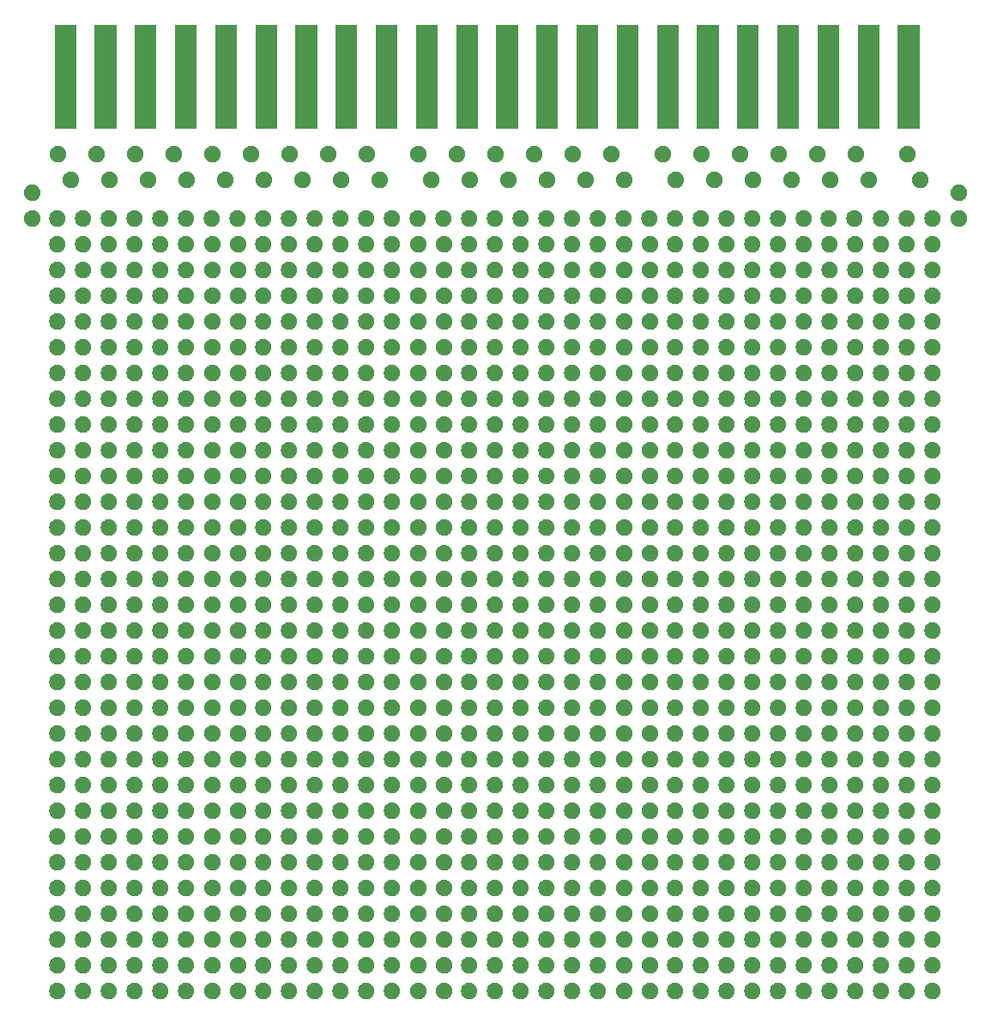
<source format=gbr>
G04 #@! TF.GenerationSoftware,KiCad,Pcbnew,5.0.2+dfsg1-1~bpo9+1*
G04 #@! TF.CreationDate,2020-04-17T05:40:57-05:00*
G04 #@! TF.ProjectId,VICProto,56494350-726f-4746-9f2e-6b696361645f,rev?*
G04 #@! TF.SameCoordinates,Original*
G04 #@! TF.FileFunction,Soldermask,Top*
G04 #@! TF.FilePolarity,Negative*
%FSLAX46Y46*%
G04 Gerber Fmt 4.6, Leading zero omitted, Abs format (unit mm)*
G04 Created by KiCad (PCBNEW 5.0.2+dfsg1-1~bpo9+1) date Fri 17 Apr 2020 05:40:57 AM CDT*
%MOMM*%
%LPD*%
G01*
G04 APERTURE LIST*
%ADD10C,0.100000*%
G04 APERTURE END LIST*
D10*
G36*
X172877142Y-113518242D02*
X173025102Y-113579530D01*
X173158258Y-113668502D01*
X173271498Y-113781742D01*
X173360470Y-113914898D01*
X173421758Y-114062858D01*
X173453000Y-114219925D01*
X173453000Y-114380075D01*
X173421758Y-114537142D01*
X173360470Y-114685102D01*
X173271498Y-114818258D01*
X173158258Y-114931498D01*
X173025102Y-115020470D01*
X172877142Y-115081758D01*
X172720075Y-115113000D01*
X172559925Y-115113000D01*
X172402858Y-115081758D01*
X172254898Y-115020470D01*
X172121742Y-114931498D01*
X172008502Y-114818258D01*
X171919530Y-114685102D01*
X171858242Y-114537142D01*
X171827000Y-114380075D01*
X171827000Y-114219925D01*
X171858242Y-114062858D01*
X171919530Y-113914898D01*
X172008502Y-113781742D01*
X172121742Y-113668502D01*
X172254898Y-113579530D01*
X172402858Y-113518242D01*
X172559925Y-113487000D01*
X172720075Y-113487000D01*
X172877142Y-113518242D01*
X172877142Y-113518242D01*
G37*
G36*
X160177142Y-113518242D02*
X160325102Y-113579530D01*
X160458258Y-113668502D01*
X160571498Y-113781742D01*
X160660470Y-113914898D01*
X160721758Y-114062858D01*
X160753000Y-114219925D01*
X160753000Y-114380075D01*
X160721758Y-114537142D01*
X160660470Y-114685102D01*
X160571498Y-114818258D01*
X160458258Y-114931498D01*
X160325102Y-115020470D01*
X160177142Y-115081758D01*
X160020075Y-115113000D01*
X159859925Y-115113000D01*
X159702858Y-115081758D01*
X159554898Y-115020470D01*
X159421742Y-114931498D01*
X159308502Y-114818258D01*
X159219530Y-114685102D01*
X159158242Y-114537142D01*
X159127000Y-114380075D01*
X159127000Y-114219925D01*
X159158242Y-114062858D01*
X159219530Y-113914898D01*
X159308502Y-113781742D01*
X159421742Y-113668502D01*
X159554898Y-113579530D01*
X159702858Y-113518242D01*
X159859925Y-113487000D01*
X160020075Y-113487000D01*
X160177142Y-113518242D01*
X160177142Y-113518242D01*
G37*
G36*
X157637142Y-113518242D02*
X157785102Y-113579530D01*
X157918258Y-113668502D01*
X158031498Y-113781742D01*
X158120470Y-113914898D01*
X158181758Y-114062858D01*
X158213000Y-114219925D01*
X158213000Y-114380075D01*
X158181758Y-114537142D01*
X158120470Y-114685102D01*
X158031498Y-114818258D01*
X157918258Y-114931498D01*
X157785102Y-115020470D01*
X157637142Y-115081758D01*
X157480075Y-115113000D01*
X157319925Y-115113000D01*
X157162858Y-115081758D01*
X157014898Y-115020470D01*
X156881742Y-114931498D01*
X156768502Y-114818258D01*
X156679530Y-114685102D01*
X156618242Y-114537142D01*
X156587000Y-114380075D01*
X156587000Y-114219925D01*
X156618242Y-114062858D01*
X156679530Y-113914898D01*
X156768502Y-113781742D01*
X156881742Y-113668502D01*
X157014898Y-113579530D01*
X157162858Y-113518242D01*
X157319925Y-113487000D01*
X157480075Y-113487000D01*
X157637142Y-113518242D01*
X157637142Y-113518242D01*
G37*
G36*
X155097142Y-113518242D02*
X155245102Y-113579530D01*
X155378258Y-113668502D01*
X155491498Y-113781742D01*
X155580470Y-113914898D01*
X155641758Y-114062858D01*
X155673000Y-114219925D01*
X155673000Y-114380075D01*
X155641758Y-114537142D01*
X155580470Y-114685102D01*
X155491498Y-114818258D01*
X155378258Y-114931498D01*
X155245102Y-115020470D01*
X155097142Y-115081758D01*
X154940075Y-115113000D01*
X154779925Y-115113000D01*
X154622858Y-115081758D01*
X154474898Y-115020470D01*
X154341742Y-114931498D01*
X154228502Y-114818258D01*
X154139530Y-114685102D01*
X154078242Y-114537142D01*
X154047000Y-114380075D01*
X154047000Y-114219925D01*
X154078242Y-114062858D01*
X154139530Y-113914898D01*
X154228502Y-113781742D01*
X154341742Y-113668502D01*
X154474898Y-113579530D01*
X154622858Y-113518242D01*
X154779925Y-113487000D01*
X154940075Y-113487000D01*
X155097142Y-113518242D01*
X155097142Y-113518242D01*
G37*
G36*
X152557142Y-113518242D02*
X152705102Y-113579530D01*
X152838258Y-113668502D01*
X152951498Y-113781742D01*
X153040470Y-113914898D01*
X153101758Y-114062858D01*
X153133000Y-114219925D01*
X153133000Y-114380075D01*
X153101758Y-114537142D01*
X153040470Y-114685102D01*
X152951498Y-114818258D01*
X152838258Y-114931498D01*
X152705102Y-115020470D01*
X152557142Y-115081758D01*
X152400075Y-115113000D01*
X152239925Y-115113000D01*
X152082858Y-115081758D01*
X151934898Y-115020470D01*
X151801742Y-114931498D01*
X151688502Y-114818258D01*
X151599530Y-114685102D01*
X151538242Y-114537142D01*
X151507000Y-114380075D01*
X151507000Y-114219925D01*
X151538242Y-114062858D01*
X151599530Y-113914898D01*
X151688502Y-113781742D01*
X151801742Y-113668502D01*
X151934898Y-113579530D01*
X152082858Y-113518242D01*
X152239925Y-113487000D01*
X152400075Y-113487000D01*
X152557142Y-113518242D01*
X152557142Y-113518242D01*
G37*
G36*
X150017142Y-113518242D02*
X150165102Y-113579530D01*
X150298258Y-113668502D01*
X150411498Y-113781742D01*
X150500470Y-113914898D01*
X150561758Y-114062858D01*
X150593000Y-114219925D01*
X150593000Y-114380075D01*
X150561758Y-114537142D01*
X150500470Y-114685102D01*
X150411498Y-114818258D01*
X150298258Y-114931498D01*
X150165102Y-115020470D01*
X150017142Y-115081758D01*
X149860075Y-115113000D01*
X149699925Y-115113000D01*
X149542858Y-115081758D01*
X149394898Y-115020470D01*
X149261742Y-114931498D01*
X149148502Y-114818258D01*
X149059530Y-114685102D01*
X148998242Y-114537142D01*
X148967000Y-114380075D01*
X148967000Y-114219925D01*
X148998242Y-114062858D01*
X149059530Y-113914898D01*
X149148502Y-113781742D01*
X149261742Y-113668502D01*
X149394898Y-113579530D01*
X149542858Y-113518242D01*
X149699925Y-113487000D01*
X149860075Y-113487000D01*
X150017142Y-113518242D01*
X150017142Y-113518242D01*
G37*
G36*
X147477142Y-113518242D02*
X147625102Y-113579530D01*
X147758258Y-113668502D01*
X147871498Y-113781742D01*
X147960470Y-113914898D01*
X148021758Y-114062858D01*
X148053000Y-114219925D01*
X148053000Y-114380075D01*
X148021758Y-114537142D01*
X147960470Y-114685102D01*
X147871498Y-114818258D01*
X147758258Y-114931498D01*
X147625102Y-115020470D01*
X147477142Y-115081758D01*
X147320075Y-115113000D01*
X147159925Y-115113000D01*
X147002858Y-115081758D01*
X146854898Y-115020470D01*
X146721742Y-114931498D01*
X146608502Y-114818258D01*
X146519530Y-114685102D01*
X146458242Y-114537142D01*
X146427000Y-114380075D01*
X146427000Y-114219925D01*
X146458242Y-114062858D01*
X146519530Y-113914898D01*
X146608502Y-113781742D01*
X146721742Y-113668502D01*
X146854898Y-113579530D01*
X147002858Y-113518242D01*
X147159925Y-113487000D01*
X147320075Y-113487000D01*
X147477142Y-113518242D01*
X147477142Y-113518242D01*
G37*
G36*
X180497142Y-113518242D02*
X180645102Y-113579530D01*
X180778258Y-113668502D01*
X180891498Y-113781742D01*
X180980470Y-113914898D01*
X181041758Y-114062858D01*
X181073000Y-114219925D01*
X181073000Y-114380075D01*
X181041758Y-114537142D01*
X180980470Y-114685102D01*
X180891498Y-114818258D01*
X180778258Y-114931498D01*
X180645102Y-115020470D01*
X180497142Y-115081758D01*
X180340075Y-115113000D01*
X180179925Y-115113000D01*
X180022858Y-115081758D01*
X179874898Y-115020470D01*
X179741742Y-114931498D01*
X179628502Y-114818258D01*
X179539530Y-114685102D01*
X179478242Y-114537142D01*
X179447000Y-114380075D01*
X179447000Y-114219925D01*
X179478242Y-114062858D01*
X179539530Y-113914898D01*
X179628502Y-113781742D01*
X179741742Y-113668502D01*
X179874898Y-113579530D01*
X180022858Y-113518242D01*
X180179925Y-113487000D01*
X180340075Y-113487000D01*
X180497142Y-113518242D01*
X180497142Y-113518242D01*
G37*
G36*
X177957142Y-113518242D02*
X178105102Y-113579530D01*
X178238258Y-113668502D01*
X178351498Y-113781742D01*
X178440470Y-113914898D01*
X178501758Y-114062858D01*
X178533000Y-114219925D01*
X178533000Y-114380075D01*
X178501758Y-114537142D01*
X178440470Y-114685102D01*
X178351498Y-114818258D01*
X178238258Y-114931498D01*
X178105102Y-115020470D01*
X177957142Y-115081758D01*
X177800075Y-115113000D01*
X177639925Y-115113000D01*
X177482858Y-115081758D01*
X177334898Y-115020470D01*
X177201742Y-114931498D01*
X177088502Y-114818258D01*
X176999530Y-114685102D01*
X176938242Y-114537142D01*
X176907000Y-114380075D01*
X176907000Y-114219925D01*
X176938242Y-114062858D01*
X176999530Y-113914898D01*
X177088502Y-113781742D01*
X177201742Y-113668502D01*
X177334898Y-113579530D01*
X177482858Y-113518242D01*
X177639925Y-113487000D01*
X177800075Y-113487000D01*
X177957142Y-113518242D01*
X177957142Y-113518242D01*
G37*
G36*
X188117142Y-113518242D02*
X188265102Y-113579530D01*
X188398258Y-113668502D01*
X188511498Y-113781742D01*
X188600470Y-113914898D01*
X188661758Y-114062858D01*
X188693000Y-114219925D01*
X188693000Y-114380075D01*
X188661758Y-114537142D01*
X188600470Y-114685102D01*
X188511498Y-114818258D01*
X188398258Y-114931498D01*
X188265102Y-115020470D01*
X188117142Y-115081758D01*
X187960075Y-115113000D01*
X187799925Y-115113000D01*
X187642858Y-115081758D01*
X187494898Y-115020470D01*
X187361742Y-114931498D01*
X187248502Y-114818258D01*
X187159530Y-114685102D01*
X187098242Y-114537142D01*
X187067000Y-114380075D01*
X187067000Y-114219925D01*
X187098242Y-114062858D01*
X187159530Y-113914898D01*
X187248502Y-113781742D01*
X187361742Y-113668502D01*
X187494898Y-113579530D01*
X187642858Y-113518242D01*
X187799925Y-113487000D01*
X187960075Y-113487000D01*
X188117142Y-113518242D01*
X188117142Y-113518242D01*
G37*
G36*
X170337142Y-113518242D02*
X170485102Y-113579530D01*
X170618258Y-113668502D01*
X170731498Y-113781742D01*
X170820470Y-113914898D01*
X170881758Y-114062858D01*
X170913000Y-114219925D01*
X170913000Y-114380075D01*
X170881758Y-114537142D01*
X170820470Y-114685102D01*
X170731498Y-114818258D01*
X170618258Y-114931498D01*
X170485102Y-115020470D01*
X170337142Y-115081758D01*
X170180075Y-115113000D01*
X170019925Y-115113000D01*
X169862858Y-115081758D01*
X169714898Y-115020470D01*
X169581742Y-114931498D01*
X169468502Y-114818258D01*
X169379530Y-114685102D01*
X169318242Y-114537142D01*
X169287000Y-114380075D01*
X169287000Y-114219925D01*
X169318242Y-114062858D01*
X169379530Y-113914898D01*
X169468502Y-113781742D01*
X169581742Y-113668502D01*
X169714898Y-113579530D01*
X169862858Y-113518242D01*
X170019925Y-113487000D01*
X170180075Y-113487000D01*
X170337142Y-113518242D01*
X170337142Y-113518242D01*
G37*
G36*
X167797142Y-113518242D02*
X167945102Y-113579530D01*
X168078258Y-113668502D01*
X168191498Y-113781742D01*
X168280470Y-113914898D01*
X168341758Y-114062858D01*
X168373000Y-114219925D01*
X168373000Y-114380075D01*
X168341758Y-114537142D01*
X168280470Y-114685102D01*
X168191498Y-114818258D01*
X168078258Y-114931498D01*
X167945102Y-115020470D01*
X167797142Y-115081758D01*
X167640075Y-115113000D01*
X167479925Y-115113000D01*
X167322858Y-115081758D01*
X167174898Y-115020470D01*
X167041742Y-114931498D01*
X166928502Y-114818258D01*
X166839530Y-114685102D01*
X166778242Y-114537142D01*
X166747000Y-114380075D01*
X166747000Y-114219925D01*
X166778242Y-114062858D01*
X166839530Y-113914898D01*
X166928502Y-113781742D01*
X167041742Y-113668502D01*
X167174898Y-113579530D01*
X167322858Y-113518242D01*
X167479925Y-113487000D01*
X167640075Y-113487000D01*
X167797142Y-113518242D01*
X167797142Y-113518242D01*
G37*
G36*
X139857142Y-113518242D02*
X140005102Y-113579530D01*
X140138258Y-113668502D01*
X140251498Y-113781742D01*
X140340470Y-113914898D01*
X140401758Y-114062858D01*
X140433000Y-114219925D01*
X140433000Y-114380075D01*
X140401758Y-114537142D01*
X140340470Y-114685102D01*
X140251498Y-114818258D01*
X140138258Y-114931498D01*
X140005102Y-115020470D01*
X139857142Y-115081758D01*
X139700075Y-115113000D01*
X139539925Y-115113000D01*
X139382858Y-115081758D01*
X139234898Y-115020470D01*
X139101742Y-114931498D01*
X138988502Y-114818258D01*
X138899530Y-114685102D01*
X138838242Y-114537142D01*
X138807000Y-114380075D01*
X138807000Y-114219925D01*
X138838242Y-114062858D01*
X138899530Y-113914898D01*
X138988502Y-113781742D01*
X139101742Y-113668502D01*
X139234898Y-113579530D01*
X139382858Y-113518242D01*
X139539925Y-113487000D01*
X139700075Y-113487000D01*
X139857142Y-113518242D01*
X139857142Y-113518242D01*
G37*
G36*
X137317142Y-113518242D02*
X137465102Y-113579530D01*
X137598258Y-113668502D01*
X137711498Y-113781742D01*
X137800470Y-113914898D01*
X137861758Y-114062858D01*
X137893000Y-114219925D01*
X137893000Y-114380075D01*
X137861758Y-114537142D01*
X137800470Y-114685102D01*
X137711498Y-114818258D01*
X137598258Y-114931498D01*
X137465102Y-115020470D01*
X137317142Y-115081758D01*
X137160075Y-115113000D01*
X136999925Y-115113000D01*
X136842858Y-115081758D01*
X136694898Y-115020470D01*
X136561742Y-114931498D01*
X136448502Y-114818258D01*
X136359530Y-114685102D01*
X136298242Y-114537142D01*
X136267000Y-114380075D01*
X136267000Y-114219925D01*
X136298242Y-114062858D01*
X136359530Y-113914898D01*
X136448502Y-113781742D01*
X136561742Y-113668502D01*
X136694898Y-113579530D01*
X136842858Y-113518242D01*
X136999925Y-113487000D01*
X137160075Y-113487000D01*
X137317142Y-113518242D01*
X137317142Y-113518242D01*
G37*
G36*
X134777142Y-113518242D02*
X134925102Y-113579530D01*
X135058258Y-113668502D01*
X135171498Y-113781742D01*
X135260470Y-113914898D01*
X135321758Y-114062858D01*
X135353000Y-114219925D01*
X135353000Y-114380075D01*
X135321758Y-114537142D01*
X135260470Y-114685102D01*
X135171498Y-114818258D01*
X135058258Y-114931498D01*
X134925102Y-115020470D01*
X134777142Y-115081758D01*
X134620075Y-115113000D01*
X134459925Y-115113000D01*
X134302858Y-115081758D01*
X134154898Y-115020470D01*
X134021742Y-114931498D01*
X133908502Y-114818258D01*
X133819530Y-114685102D01*
X133758242Y-114537142D01*
X133727000Y-114380075D01*
X133727000Y-114219925D01*
X133758242Y-114062858D01*
X133819530Y-113914898D01*
X133908502Y-113781742D01*
X134021742Y-113668502D01*
X134154898Y-113579530D01*
X134302858Y-113518242D01*
X134459925Y-113487000D01*
X134620075Y-113487000D01*
X134777142Y-113518242D01*
X134777142Y-113518242D01*
G37*
G36*
X132237142Y-113518242D02*
X132385102Y-113579530D01*
X132518258Y-113668502D01*
X132631498Y-113781742D01*
X132720470Y-113914898D01*
X132781758Y-114062858D01*
X132813000Y-114219925D01*
X132813000Y-114380075D01*
X132781758Y-114537142D01*
X132720470Y-114685102D01*
X132631498Y-114818258D01*
X132518258Y-114931498D01*
X132385102Y-115020470D01*
X132237142Y-115081758D01*
X132080075Y-115113000D01*
X131919925Y-115113000D01*
X131762858Y-115081758D01*
X131614898Y-115020470D01*
X131481742Y-114931498D01*
X131368502Y-114818258D01*
X131279530Y-114685102D01*
X131218242Y-114537142D01*
X131187000Y-114380075D01*
X131187000Y-114219925D01*
X131218242Y-114062858D01*
X131279530Y-113914898D01*
X131368502Y-113781742D01*
X131481742Y-113668502D01*
X131614898Y-113579530D01*
X131762858Y-113518242D01*
X131919925Y-113487000D01*
X132080075Y-113487000D01*
X132237142Y-113518242D01*
X132237142Y-113518242D01*
G37*
G36*
X129697142Y-113518242D02*
X129845102Y-113579530D01*
X129978258Y-113668502D01*
X130091498Y-113781742D01*
X130180470Y-113914898D01*
X130241758Y-114062858D01*
X130273000Y-114219925D01*
X130273000Y-114380075D01*
X130241758Y-114537142D01*
X130180470Y-114685102D01*
X130091498Y-114818258D01*
X129978258Y-114931498D01*
X129845102Y-115020470D01*
X129697142Y-115081758D01*
X129540075Y-115113000D01*
X129379925Y-115113000D01*
X129222858Y-115081758D01*
X129074898Y-115020470D01*
X128941742Y-114931498D01*
X128828502Y-114818258D01*
X128739530Y-114685102D01*
X128678242Y-114537142D01*
X128647000Y-114380075D01*
X128647000Y-114219925D01*
X128678242Y-114062858D01*
X128739530Y-113914898D01*
X128828502Y-113781742D01*
X128941742Y-113668502D01*
X129074898Y-113579530D01*
X129222858Y-113518242D01*
X129379925Y-113487000D01*
X129540075Y-113487000D01*
X129697142Y-113518242D01*
X129697142Y-113518242D01*
G37*
G36*
X106837142Y-113518242D02*
X106985102Y-113579530D01*
X107118258Y-113668502D01*
X107231498Y-113781742D01*
X107320470Y-113914898D01*
X107381758Y-114062858D01*
X107413000Y-114219925D01*
X107413000Y-114380075D01*
X107381758Y-114537142D01*
X107320470Y-114685102D01*
X107231498Y-114818258D01*
X107118258Y-114931498D01*
X106985102Y-115020470D01*
X106837142Y-115081758D01*
X106680075Y-115113000D01*
X106519925Y-115113000D01*
X106362858Y-115081758D01*
X106214898Y-115020470D01*
X106081742Y-114931498D01*
X105968502Y-114818258D01*
X105879530Y-114685102D01*
X105818242Y-114537142D01*
X105787000Y-114380075D01*
X105787000Y-114219925D01*
X105818242Y-114062858D01*
X105879530Y-113914898D01*
X105968502Y-113781742D01*
X106081742Y-113668502D01*
X106214898Y-113579530D01*
X106362858Y-113518242D01*
X106519925Y-113487000D01*
X106680075Y-113487000D01*
X106837142Y-113518242D01*
X106837142Y-113518242D01*
G37*
G36*
X122157142Y-113518242D02*
X122305102Y-113579530D01*
X122438258Y-113668502D01*
X122551498Y-113781742D01*
X122640470Y-113914898D01*
X122701758Y-114062858D01*
X122733000Y-114219925D01*
X122733000Y-114380075D01*
X122701758Y-114537142D01*
X122640470Y-114685102D01*
X122551498Y-114818258D01*
X122438258Y-114931498D01*
X122305102Y-115020470D01*
X122157142Y-115081758D01*
X122000075Y-115113000D01*
X121839925Y-115113000D01*
X121682858Y-115081758D01*
X121534898Y-115020470D01*
X121401742Y-114931498D01*
X121288502Y-114818258D01*
X121199530Y-114685102D01*
X121138242Y-114537142D01*
X121107000Y-114380075D01*
X121107000Y-114219925D01*
X121138242Y-114062858D01*
X121199530Y-113914898D01*
X121288502Y-113781742D01*
X121401742Y-113668502D01*
X121534898Y-113579530D01*
X121682858Y-113518242D01*
X121839925Y-113487000D01*
X122000075Y-113487000D01*
X122157142Y-113518242D01*
X122157142Y-113518242D01*
G37*
G36*
X175417142Y-113518242D02*
X175565102Y-113579530D01*
X175698258Y-113668502D01*
X175811498Y-113781742D01*
X175900470Y-113914898D01*
X175961758Y-114062858D01*
X175993000Y-114219925D01*
X175993000Y-114380075D01*
X175961758Y-114537142D01*
X175900470Y-114685102D01*
X175811498Y-114818258D01*
X175698258Y-114931498D01*
X175565102Y-115020470D01*
X175417142Y-115081758D01*
X175260075Y-115113000D01*
X175099925Y-115113000D01*
X174942858Y-115081758D01*
X174794898Y-115020470D01*
X174661742Y-114931498D01*
X174548502Y-114818258D01*
X174459530Y-114685102D01*
X174398242Y-114537142D01*
X174367000Y-114380075D01*
X174367000Y-114219925D01*
X174398242Y-114062858D01*
X174459530Y-113914898D01*
X174548502Y-113781742D01*
X174661742Y-113668502D01*
X174794898Y-113579530D01*
X174942858Y-113518242D01*
X175099925Y-113487000D01*
X175260075Y-113487000D01*
X175417142Y-113518242D01*
X175417142Y-113518242D01*
G37*
G36*
X190657142Y-113518242D02*
X190805102Y-113579530D01*
X190938258Y-113668502D01*
X191051498Y-113781742D01*
X191140470Y-113914898D01*
X191201758Y-114062858D01*
X191233000Y-114219925D01*
X191233000Y-114380075D01*
X191201758Y-114537142D01*
X191140470Y-114685102D01*
X191051498Y-114818258D01*
X190938258Y-114931498D01*
X190805102Y-115020470D01*
X190657142Y-115081758D01*
X190500075Y-115113000D01*
X190339925Y-115113000D01*
X190182858Y-115081758D01*
X190034898Y-115020470D01*
X189901742Y-114931498D01*
X189788502Y-114818258D01*
X189699530Y-114685102D01*
X189638242Y-114537142D01*
X189607000Y-114380075D01*
X189607000Y-114219925D01*
X189638242Y-114062858D01*
X189699530Y-113914898D01*
X189788502Y-113781742D01*
X189901742Y-113668502D01*
X190034898Y-113579530D01*
X190182858Y-113518242D01*
X190339925Y-113487000D01*
X190500075Y-113487000D01*
X190657142Y-113518242D01*
X190657142Y-113518242D01*
G37*
G36*
X193197142Y-113518242D02*
X193345102Y-113579530D01*
X193478258Y-113668502D01*
X193591498Y-113781742D01*
X193680470Y-113914898D01*
X193741758Y-114062858D01*
X193773000Y-114219925D01*
X193773000Y-114380075D01*
X193741758Y-114537142D01*
X193680470Y-114685102D01*
X193591498Y-114818258D01*
X193478258Y-114931498D01*
X193345102Y-115020470D01*
X193197142Y-115081758D01*
X193040075Y-115113000D01*
X192879925Y-115113000D01*
X192722858Y-115081758D01*
X192574898Y-115020470D01*
X192441742Y-114931498D01*
X192328502Y-114818258D01*
X192239530Y-114685102D01*
X192178242Y-114537142D01*
X192147000Y-114380075D01*
X192147000Y-114219925D01*
X192178242Y-114062858D01*
X192239530Y-113914898D01*
X192328502Y-113781742D01*
X192441742Y-113668502D01*
X192574898Y-113579530D01*
X192722858Y-113518242D01*
X192879925Y-113487000D01*
X193040075Y-113487000D01*
X193197142Y-113518242D01*
X193197142Y-113518242D01*
G37*
G36*
X145017142Y-113518242D02*
X145165102Y-113579530D01*
X145298258Y-113668502D01*
X145411498Y-113781742D01*
X145500470Y-113914898D01*
X145561758Y-114062858D01*
X145593000Y-114219925D01*
X145593000Y-114380075D01*
X145561758Y-114537142D01*
X145500470Y-114685102D01*
X145411498Y-114818258D01*
X145298258Y-114931498D01*
X145165102Y-115020470D01*
X145017142Y-115081758D01*
X144860075Y-115113000D01*
X144699925Y-115113000D01*
X144542858Y-115081758D01*
X144394898Y-115020470D01*
X144261742Y-114931498D01*
X144148502Y-114818258D01*
X144059530Y-114685102D01*
X143998242Y-114537142D01*
X143967000Y-114380075D01*
X143967000Y-114219925D01*
X143998242Y-114062858D01*
X144059530Y-113914898D01*
X144148502Y-113781742D01*
X144261742Y-113668502D01*
X144394898Y-113579530D01*
X144542858Y-113518242D01*
X144699925Y-113487000D01*
X144860075Y-113487000D01*
X145017142Y-113518242D01*
X145017142Y-113518242D01*
G37*
G36*
X142477142Y-113518242D02*
X142625102Y-113579530D01*
X142758258Y-113668502D01*
X142871498Y-113781742D01*
X142960470Y-113914898D01*
X143021758Y-114062858D01*
X143053000Y-114219925D01*
X143053000Y-114380075D01*
X143021758Y-114537142D01*
X142960470Y-114685102D01*
X142871498Y-114818258D01*
X142758258Y-114931498D01*
X142625102Y-115020470D01*
X142477142Y-115081758D01*
X142320075Y-115113000D01*
X142159925Y-115113000D01*
X142002858Y-115081758D01*
X141854898Y-115020470D01*
X141721742Y-114931498D01*
X141608502Y-114818258D01*
X141519530Y-114685102D01*
X141458242Y-114537142D01*
X141427000Y-114380075D01*
X141427000Y-114219925D01*
X141458242Y-114062858D01*
X141519530Y-113914898D01*
X141608502Y-113781742D01*
X141721742Y-113668502D01*
X141854898Y-113579530D01*
X142002858Y-113518242D01*
X142159925Y-113487000D01*
X142320075Y-113487000D01*
X142477142Y-113518242D01*
X142477142Y-113518242D01*
G37*
G36*
X111917142Y-113518242D02*
X112065102Y-113579530D01*
X112198258Y-113668502D01*
X112311498Y-113781742D01*
X112400470Y-113914898D01*
X112461758Y-114062858D01*
X112493000Y-114219925D01*
X112493000Y-114380075D01*
X112461758Y-114537142D01*
X112400470Y-114685102D01*
X112311498Y-114818258D01*
X112198258Y-114931498D01*
X112065102Y-115020470D01*
X111917142Y-115081758D01*
X111760075Y-115113000D01*
X111599925Y-115113000D01*
X111442858Y-115081758D01*
X111294898Y-115020470D01*
X111161742Y-114931498D01*
X111048502Y-114818258D01*
X110959530Y-114685102D01*
X110898242Y-114537142D01*
X110867000Y-114380075D01*
X110867000Y-114219925D01*
X110898242Y-114062858D01*
X110959530Y-113914898D01*
X111048502Y-113781742D01*
X111161742Y-113668502D01*
X111294898Y-113579530D01*
X111442858Y-113518242D01*
X111599925Y-113487000D01*
X111760075Y-113487000D01*
X111917142Y-113518242D01*
X111917142Y-113518242D01*
G37*
G36*
X162797142Y-113518242D02*
X162945102Y-113579530D01*
X163078258Y-113668502D01*
X163191498Y-113781742D01*
X163280470Y-113914898D01*
X163341758Y-114062858D01*
X163373000Y-114219925D01*
X163373000Y-114380075D01*
X163341758Y-114537142D01*
X163280470Y-114685102D01*
X163191498Y-114818258D01*
X163078258Y-114931498D01*
X162945102Y-115020470D01*
X162797142Y-115081758D01*
X162640075Y-115113000D01*
X162479925Y-115113000D01*
X162322858Y-115081758D01*
X162174898Y-115020470D01*
X162041742Y-114931498D01*
X161928502Y-114818258D01*
X161839530Y-114685102D01*
X161778242Y-114537142D01*
X161747000Y-114380075D01*
X161747000Y-114219925D01*
X161778242Y-114062858D01*
X161839530Y-113914898D01*
X161928502Y-113781742D01*
X162041742Y-113668502D01*
X162174898Y-113579530D01*
X162322858Y-113518242D01*
X162479925Y-113487000D01*
X162640075Y-113487000D01*
X162797142Y-113518242D01*
X162797142Y-113518242D01*
G37*
G36*
X165337142Y-113518242D02*
X165485102Y-113579530D01*
X165618258Y-113668502D01*
X165731498Y-113781742D01*
X165820470Y-113914898D01*
X165881758Y-114062858D01*
X165913000Y-114219925D01*
X165913000Y-114380075D01*
X165881758Y-114537142D01*
X165820470Y-114685102D01*
X165731498Y-114818258D01*
X165618258Y-114931498D01*
X165485102Y-115020470D01*
X165337142Y-115081758D01*
X165180075Y-115113000D01*
X165019925Y-115113000D01*
X164862858Y-115081758D01*
X164714898Y-115020470D01*
X164581742Y-114931498D01*
X164468502Y-114818258D01*
X164379530Y-114685102D01*
X164318242Y-114537142D01*
X164287000Y-114380075D01*
X164287000Y-114219925D01*
X164318242Y-114062858D01*
X164379530Y-113914898D01*
X164468502Y-113781742D01*
X164581742Y-113668502D01*
X164714898Y-113579530D01*
X164862858Y-113518242D01*
X165019925Y-113487000D01*
X165180075Y-113487000D01*
X165337142Y-113518242D01*
X165337142Y-113518242D01*
G37*
G36*
X127157142Y-113518242D02*
X127305102Y-113579530D01*
X127438258Y-113668502D01*
X127551498Y-113781742D01*
X127640470Y-113914898D01*
X127701758Y-114062858D01*
X127733000Y-114219925D01*
X127733000Y-114380075D01*
X127701758Y-114537142D01*
X127640470Y-114685102D01*
X127551498Y-114818258D01*
X127438258Y-114931498D01*
X127305102Y-115020470D01*
X127157142Y-115081758D01*
X127000075Y-115113000D01*
X126839925Y-115113000D01*
X126682858Y-115081758D01*
X126534898Y-115020470D01*
X126401742Y-114931498D01*
X126288502Y-114818258D01*
X126199530Y-114685102D01*
X126138242Y-114537142D01*
X126107000Y-114380075D01*
X126107000Y-114219925D01*
X126138242Y-114062858D01*
X126199530Y-113914898D01*
X126288502Y-113781742D01*
X126401742Y-113668502D01*
X126534898Y-113579530D01*
X126682858Y-113518242D01*
X126839925Y-113487000D01*
X127000075Y-113487000D01*
X127157142Y-113518242D01*
X127157142Y-113518242D01*
G37*
G36*
X109377142Y-113518242D02*
X109525102Y-113579530D01*
X109658258Y-113668502D01*
X109771498Y-113781742D01*
X109860470Y-113914898D01*
X109921758Y-114062858D01*
X109953000Y-114219925D01*
X109953000Y-114380075D01*
X109921758Y-114537142D01*
X109860470Y-114685102D01*
X109771498Y-114818258D01*
X109658258Y-114931498D01*
X109525102Y-115020470D01*
X109377142Y-115081758D01*
X109220075Y-115113000D01*
X109059925Y-115113000D01*
X108902858Y-115081758D01*
X108754898Y-115020470D01*
X108621742Y-114931498D01*
X108508502Y-114818258D01*
X108419530Y-114685102D01*
X108358242Y-114537142D01*
X108327000Y-114380075D01*
X108327000Y-114219925D01*
X108358242Y-114062858D01*
X108419530Y-113914898D01*
X108508502Y-113781742D01*
X108621742Y-113668502D01*
X108754898Y-113579530D01*
X108902858Y-113518242D01*
X109059925Y-113487000D01*
X109220075Y-113487000D01*
X109377142Y-113518242D01*
X109377142Y-113518242D01*
G37*
G36*
X124697142Y-113518242D02*
X124845102Y-113579530D01*
X124978258Y-113668502D01*
X125091498Y-113781742D01*
X125180470Y-113914898D01*
X125241758Y-114062858D01*
X125273000Y-114219925D01*
X125273000Y-114380075D01*
X125241758Y-114537142D01*
X125180470Y-114685102D01*
X125091498Y-114818258D01*
X124978258Y-114931498D01*
X124845102Y-115020470D01*
X124697142Y-115081758D01*
X124540075Y-115113000D01*
X124379925Y-115113000D01*
X124222858Y-115081758D01*
X124074898Y-115020470D01*
X123941742Y-114931498D01*
X123828502Y-114818258D01*
X123739530Y-114685102D01*
X123678242Y-114537142D01*
X123647000Y-114380075D01*
X123647000Y-114219925D01*
X123678242Y-114062858D01*
X123739530Y-113914898D01*
X123828502Y-113781742D01*
X123941742Y-113668502D01*
X124074898Y-113579530D01*
X124222858Y-113518242D01*
X124379925Y-113487000D01*
X124540075Y-113487000D01*
X124697142Y-113518242D01*
X124697142Y-113518242D01*
G37*
G36*
X114457142Y-113518242D02*
X114605102Y-113579530D01*
X114738258Y-113668502D01*
X114851498Y-113781742D01*
X114940470Y-113914898D01*
X115001758Y-114062858D01*
X115033000Y-114219925D01*
X115033000Y-114380075D01*
X115001758Y-114537142D01*
X114940470Y-114685102D01*
X114851498Y-114818258D01*
X114738258Y-114931498D01*
X114605102Y-115020470D01*
X114457142Y-115081758D01*
X114300075Y-115113000D01*
X114139925Y-115113000D01*
X113982858Y-115081758D01*
X113834898Y-115020470D01*
X113701742Y-114931498D01*
X113588502Y-114818258D01*
X113499530Y-114685102D01*
X113438242Y-114537142D01*
X113407000Y-114380075D01*
X113407000Y-114219925D01*
X113438242Y-114062858D01*
X113499530Y-113914898D01*
X113588502Y-113781742D01*
X113701742Y-113668502D01*
X113834898Y-113579530D01*
X113982858Y-113518242D01*
X114139925Y-113487000D01*
X114300075Y-113487000D01*
X114457142Y-113518242D01*
X114457142Y-113518242D01*
G37*
G36*
X116997142Y-113518242D02*
X117145102Y-113579530D01*
X117278258Y-113668502D01*
X117391498Y-113781742D01*
X117480470Y-113914898D01*
X117541758Y-114062858D01*
X117573000Y-114219925D01*
X117573000Y-114380075D01*
X117541758Y-114537142D01*
X117480470Y-114685102D01*
X117391498Y-114818258D01*
X117278258Y-114931498D01*
X117145102Y-115020470D01*
X116997142Y-115081758D01*
X116840075Y-115113000D01*
X116679925Y-115113000D01*
X116522858Y-115081758D01*
X116374898Y-115020470D01*
X116241742Y-114931498D01*
X116128502Y-114818258D01*
X116039530Y-114685102D01*
X115978242Y-114537142D01*
X115947000Y-114380075D01*
X115947000Y-114219925D01*
X115978242Y-114062858D01*
X116039530Y-113914898D01*
X116128502Y-113781742D01*
X116241742Y-113668502D01*
X116374898Y-113579530D01*
X116522858Y-113518242D01*
X116679925Y-113487000D01*
X116840075Y-113487000D01*
X116997142Y-113518242D01*
X116997142Y-113518242D01*
G37*
G36*
X119537142Y-113518242D02*
X119685102Y-113579530D01*
X119818258Y-113668502D01*
X119931498Y-113781742D01*
X120020470Y-113914898D01*
X120081758Y-114062858D01*
X120113000Y-114219925D01*
X120113000Y-114380075D01*
X120081758Y-114537142D01*
X120020470Y-114685102D01*
X119931498Y-114818258D01*
X119818258Y-114931498D01*
X119685102Y-115020470D01*
X119537142Y-115081758D01*
X119380075Y-115113000D01*
X119219925Y-115113000D01*
X119062858Y-115081758D01*
X118914898Y-115020470D01*
X118781742Y-114931498D01*
X118668502Y-114818258D01*
X118579530Y-114685102D01*
X118518242Y-114537142D01*
X118487000Y-114380075D01*
X118487000Y-114219925D01*
X118518242Y-114062858D01*
X118579530Y-113914898D01*
X118668502Y-113781742D01*
X118781742Y-113668502D01*
X118914898Y-113579530D01*
X119062858Y-113518242D01*
X119219925Y-113487000D01*
X119380075Y-113487000D01*
X119537142Y-113518242D01*
X119537142Y-113518242D01*
G37*
G36*
X183037142Y-113518242D02*
X183185102Y-113579530D01*
X183318258Y-113668502D01*
X183431498Y-113781742D01*
X183520470Y-113914898D01*
X183581758Y-114062858D01*
X183613000Y-114219925D01*
X183613000Y-114380075D01*
X183581758Y-114537142D01*
X183520470Y-114685102D01*
X183431498Y-114818258D01*
X183318258Y-114931498D01*
X183185102Y-115020470D01*
X183037142Y-115081758D01*
X182880075Y-115113000D01*
X182719925Y-115113000D01*
X182562858Y-115081758D01*
X182414898Y-115020470D01*
X182281742Y-114931498D01*
X182168502Y-114818258D01*
X182079530Y-114685102D01*
X182018242Y-114537142D01*
X181987000Y-114380075D01*
X181987000Y-114219925D01*
X182018242Y-114062858D01*
X182079530Y-113914898D01*
X182168502Y-113781742D01*
X182281742Y-113668502D01*
X182414898Y-113579530D01*
X182562858Y-113518242D01*
X182719925Y-113487000D01*
X182880075Y-113487000D01*
X183037142Y-113518242D01*
X183037142Y-113518242D01*
G37*
G36*
X185577142Y-113518242D02*
X185725102Y-113579530D01*
X185858258Y-113668502D01*
X185971498Y-113781742D01*
X186060470Y-113914898D01*
X186121758Y-114062858D01*
X186153000Y-114219925D01*
X186153000Y-114380075D01*
X186121758Y-114537142D01*
X186060470Y-114685102D01*
X185971498Y-114818258D01*
X185858258Y-114931498D01*
X185725102Y-115020470D01*
X185577142Y-115081758D01*
X185420075Y-115113000D01*
X185259925Y-115113000D01*
X185102858Y-115081758D01*
X184954898Y-115020470D01*
X184821742Y-114931498D01*
X184708502Y-114818258D01*
X184619530Y-114685102D01*
X184558242Y-114537142D01*
X184527000Y-114380075D01*
X184527000Y-114219925D01*
X184558242Y-114062858D01*
X184619530Y-113914898D01*
X184708502Y-113781742D01*
X184821742Y-113668502D01*
X184954898Y-113579530D01*
X185102858Y-113518242D01*
X185259925Y-113487000D01*
X185420075Y-113487000D01*
X185577142Y-113518242D01*
X185577142Y-113518242D01*
G37*
G36*
X124697142Y-110978242D02*
X124845102Y-111039530D01*
X124978258Y-111128502D01*
X125091498Y-111241742D01*
X125180470Y-111374898D01*
X125241758Y-111522858D01*
X125273000Y-111679925D01*
X125273000Y-111840075D01*
X125241758Y-111997142D01*
X125180470Y-112145102D01*
X125091498Y-112278258D01*
X124978258Y-112391498D01*
X124845102Y-112480470D01*
X124697142Y-112541758D01*
X124540075Y-112573000D01*
X124379925Y-112573000D01*
X124222858Y-112541758D01*
X124074898Y-112480470D01*
X123941742Y-112391498D01*
X123828502Y-112278258D01*
X123739530Y-112145102D01*
X123678242Y-111997142D01*
X123647000Y-111840075D01*
X123647000Y-111679925D01*
X123678242Y-111522858D01*
X123739530Y-111374898D01*
X123828502Y-111241742D01*
X123941742Y-111128502D01*
X124074898Y-111039530D01*
X124222858Y-110978242D01*
X124379925Y-110947000D01*
X124540075Y-110947000D01*
X124697142Y-110978242D01*
X124697142Y-110978242D01*
G37*
G36*
X183037142Y-110978242D02*
X183185102Y-111039530D01*
X183318258Y-111128502D01*
X183431498Y-111241742D01*
X183520470Y-111374898D01*
X183581758Y-111522858D01*
X183613000Y-111679925D01*
X183613000Y-111840075D01*
X183581758Y-111997142D01*
X183520470Y-112145102D01*
X183431498Y-112278258D01*
X183318258Y-112391498D01*
X183185102Y-112480470D01*
X183037142Y-112541758D01*
X182880075Y-112573000D01*
X182719925Y-112573000D01*
X182562858Y-112541758D01*
X182414898Y-112480470D01*
X182281742Y-112391498D01*
X182168502Y-112278258D01*
X182079530Y-112145102D01*
X182018242Y-111997142D01*
X181987000Y-111840075D01*
X181987000Y-111679925D01*
X182018242Y-111522858D01*
X182079530Y-111374898D01*
X182168502Y-111241742D01*
X182281742Y-111128502D01*
X182414898Y-111039530D01*
X182562858Y-110978242D01*
X182719925Y-110947000D01*
X182880075Y-110947000D01*
X183037142Y-110978242D01*
X183037142Y-110978242D01*
G37*
G36*
X114457142Y-110978242D02*
X114605102Y-111039530D01*
X114738258Y-111128502D01*
X114851498Y-111241742D01*
X114940470Y-111374898D01*
X115001758Y-111522858D01*
X115033000Y-111679925D01*
X115033000Y-111840075D01*
X115001758Y-111997142D01*
X114940470Y-112145102D01*
X114851498Y-112278258D01*
X114738258Y-112391498D01*
X114605102Y-112480470D01*
X114457142Y-112541758D01*
X114300075Y-112573000D01*
X114139925Y-112573000D01*
X113982858Y-112541758D01*
X113834898Y-112480470D01*
X113701742Y-112391498D01*
X113588502Y-112278258D01*
X113499530Y-112145102D01*
X113438242Y-111997142D01*
X113407000Y-111840075D01*
X113407000Y-111679925D01*
X113438242Y-111522858D01*
X113499530Y-111374898D01*
X113588502Y-111241742D01*
X113701742Y-111128502D01*
X113834898Y-111039530D01*
X113982858Y-110978242D01*
X114139925Y-110947000D01*
X114300075Y-110947000D01*
X114457142Y-110978242D01*
X114457142Y-110978242D01*
G37*
G36*
X116997142Y-110978242D02*
X117145102Y-111039530D01*
X117278258Y-111128502D01*
X117391498Y-111241742D01*
X117480470Y-111374898D01*
X117541758Y-111522858D01*
X117573000Y-111679925D01*
X117573000Y-111840075D01*
X117541758Y-111997142D01*
X117480470Y-112145102D01*
X117391498Y-112278258D01*
X117278258Y-112391498D01*
X117145102Y-112480470D01*
X116997142Y-112541758D01*
X116840075Y-112573000D01*
X116679925Y-112573000D01*
X116522858Y-112541758D01*
X116374898Y-112480470D01*
X116241742Y-112391498D01*
X116128502Y-112278258D01*
X116039530Y-112145102D01*
X115978242Y-111997142D01*
X115947000Y-111840075D01*
X115947000Y-111679925D01*
X115978242Y-111522858D01*
X116039530Y-111374898D01*
X116128502Y-111241742D01*
X116241742Y-111128502D01*
X116374898Y-111039530D01*
X116522858Y-110978242D01*
X116679925Y-110947000D01*
X116840075Y-110947000D01*
X116997142Y-110978242D01*
X116997142Y-110978242D01*
G37*
G36*
X119537142Y-110978242D02*
X119685102Y-111039530D01*
X119818258Y-111128502D01*
X119931498Y-111241742D01*
X120020470Y-111374898D01*
X120081758Y-111522858D01*
X120113000Y-111679925D01*
X120113000Y-111840075D01*
X120081758Y-111997142D01*
X120020470Y-112145102D01*
X119931498Y-112278258D01*
X119818258Y-112391498D01*
X119685102Y-112480470D01*
X119537142Y-112541758D01*
X119380075Y-112573000D01*
X119219925Y-112573000D01*
X119062858Y-112541758D01*
X118914898Y-112480470D01*
X118781742Y-112391498D01*
X118668502Y-112278258D01*
X118579530Y-112145102D01*
X118518242Y-111997142D01*
X118487000Y-111840075D01*
X118487000Y-111679925D01*
X118518242Y-111522858D01*
X118579530Y-111374898D01*
X118668502Y-111241742D01*
X118781742Y-111128502D01*
X118914898Y-111039530D01*
X119062858Y-110978242D01*
X119219925Y-110947000D01*
X119380075Y-110947000D01*
X119537142Y-110978242D01*
X119537142Y-110978242D01*
G37*
G36*
X165337142Y-110978242D02*
X165485102Y-111039530D01*
X165618258Y-111128502D01*
X165731498Y-111241742D01*
X165820470Y-111374898D01*
X165881758Y-111522858D01*
X165913000Y-111679925D01*
X165913000Y-111840075D01*
X165881758Y-111997142D01*
X165820470Y-112145102D01*
X165731498Y-112278258D01*
X165618258Y-112391498D01*
X165485102Y-112480470D01*
X165337142Y-112541758D01*
X165180075Y-112573000D01*
X165019925Y-112573000D01*
X164862858Y-112541758D01*
X164714898Y-112480470D01*
X164581742Y-112391498D01*
X164468502Y-112278258D01*
X164379530Y-112145102D01*
X164318242Y-111997142D01*
X164287000Y-111840075D01*
X164287000Y-111679925D01*
X164318242Y-111522858D01*
X164379530Y-111374898D01*
X164468502Y-111241742D01*
X164581742Y-111128502D01*
X164714898Y-111039530D01*
X164862858Y-110978242D01*
X165019925Y-110947000D01*
X165180075Y-110947000D01*
X165337142Y-110978242D01*
X165337142Y-110978242D01*
G37*
G36*
X162797142Y-110978242D02*
X162945102Y-111039530D01*
X163078258Y-111128502D01*
X163191498Y-111241742D01*
X163280470Y-111374898D01*
X163341758Y-111522858D01*
X163373000Y-111679925D01*
X163373000Y-111840075D01*
X163341758Y-111997142D01*
X163280470Y-112145102D01*
X163191498Y-112278258D01*
X163078258Y-112391498D01*
X162945102Y-112480470D01*
X162797142Y-112541758D01*
X162640075Y-112573000D01*
X162479925Y-112573000D01*
X162322858Y-112541758D01*
X162174898Y-112480470D01*
X162041742Y-112391498D01*
X161928502Y-112278258D01*
X161839530Y-112145102D01*
X161778242Y-111997142D01*
X161747000Y-111840075D01*
X161747000Y-111679925D01*
X161778242Y-111522858D01*
X161839530Y-111374898D01*
X161928502Y-111241742D01*
X162041742Y-111128502D01*
X162174898Y-111039530D01*
X162322858Y-110978242D01*
X162479925Y-110947000D01*
X162640075Y-110947000D01*
X162797142Y-110978242D01*
X162797142Y-110978242D01*
G37*
G36*
X106837142Y-110978242D02*
X106985102Y-111039530D01*
X107118258Y-111128502D01*
X107231498Y-111241742D01*
X107320470Y-111374898D01*
X107381758Y-111522858D01*
X107413000Y-111679925D01*
X107413000Y-111840075D01*
X107381758Y-111997142D01*
X107320470Y-112145102D01*
X107231498Y-112278258D01*
X107118258Y-112391498D01*
X106985102Y-112480470D01*
X106837142Y-112541758D01*
X106680075Y-112573000D01*
X106519925Y-112573000D01*
X106362858Y-112541758D01*
X106214898Y-112480470D01*
X106081742Y-112391498D01*
X105968502Y-112278258D01*
X105879530Y-112145102D01*
X105818242Y-111997142D01*
X105787000Y-111840075D01*
X105787000Y-111679925D01*
X105818242Y-111522858D01*
X105879530Y-111374898D01*
X105968502Y-111241742D01*
X106081742Y-111128502D01*
X106214898Y-111039530D01*
X106362858Y-110978242D01*
X106519925Y-110947000D01*
X106680075Y-110947000D01*
X106837142Y-110978242D01*
X106837142Y-110978242D01*
G37*
G36*
X139857142Y-110978242D02*
X140005102Y-111039530D01*
X140138258Y-111128502D01*
X140251498Y-111241742D01*
X140340470Y-111374898D01*
X140401758Y-111522858D01*
X140433000Y-111679925D01*
X140433000Y-111840075D01*
X140401758Y-111997142D01*
X140340470Y-112145102D01*
X140251498Y-112278258D01*
X140138258Y-112391498D01*
X140005102Y-112480470D01*
X139857142Y-112541758D01*
X139700075Y-112573000D01*
X139539925Y-112573000D01*
X139382858Y-112541758D01*
X139234898Y-112480470D01*
X139101742Y-112391498D01*
X138988502Y-112278258D01*
X138899530Y-112145102D01*
X138838242Y-111997142D01*
X138807000Y-111840075D01*
X138807000Y-111679925D01*
X138838242Y-111522858D01*
X138899530Y-111374898D01*
X138988502Y-111241742D01*
X139101742Y-111128502D01*
X139234898Y-111039530D01*
X139382858Y-110978242D01*
X139539925Y-110947000D01*
X139700075Y-110947000D01*
X139857142Y-110978242D01*
X139857142Y-110978242D01*
G37*
G36*
X111917142Y-110978242D02*
X112065102Y-111039530D01*
X112198258Y-111128502D01*
X112311498Y-111241742D01*
X112400470Y-111374898D01*
X112461758Y-111522858D01*
X112493000Y-111679925D01*
X112493000Y-111840075D01*
X112461758Y-111997142D01*
X112400470Y-112145102D01*
X112311498Y-112278258D01*
X112198258Y-112391498D01*
X112065102Y-112480470D01*
X111917142Y-112541758D01*
X111760075Y-112573000D01*
X111599925Y-112573000D01*
X111442858Y-112541758D01*
X111294898Y-112480470D01*
X111161742Y-112391498D01*
X111048502Y-112278258D01*
X110959530Y-112145102D01*
X110898242Y-111997142D01*
X110867000Y-111840075D01*
X110867000Y-111679925D01*
X110898242Y-111522858D01*
X110959530Y-111374898D01*
X111048502Y-111241742D01*
X111161742Y-111128502D01*
X111294898Y-111039530D01*
X111442858Y-110978242D01*
X111599925Y-110947000D01*
X111760075Y-110947000D01*
X111917142Y-110978242D01*
X111917142Y-110978242D01*
G37*
G36*
X142477142Y-110978242D02*
X142625102Y-111039530D01*
X142758258Y-111128502D01*
X142871498Y-111241742D01*
X142960470Y-111374898D01*
X143021758Y-111522858D01*
X143053000Y-111679925D01*
X143053000Y-111840075D01*
X143021758Y-111997142D01*
X142960470Y-112145102D01*
X142871498Y-112278258D01*
X142758258Y-112391498D01*
X142625102Y-112480470D01*
X142477142Y-112541758D01*
X142320075Y-112573000D01*
X142159925Y-112573000D01*
X142002858Y-112541758D01*
X141854898Y-112480470D01*
X141721742Y-112391498D01*
X141608502Y-112278258D01*
X141519530Y-112145102D01*
X141458242Y-111997142D01*
X141427000Y-111840075D01*
X141427000Y-111679925D01*
X141458242Y-111522858D01*
X141519530Y-111374898D01*
X141608502Y-111241742D01*
X141721742Y-111128502D01*
X141854898Y-111039530D01*
X142002858Y-110978242D01*
X142159925Y-110947000D01*
X142320075Y-110947000D01*
X142477142Y-110978242D01*
X142477142Y-110978242D01*
G37*
G36*
X145017142Y-110978242D02*
X145165102Y-111039530D01*
X145298258Y-111128502D01*
X145411498Y-111241742D01*
X145500470Y-111374898D01*
X145561758Y-111522858D01*
X145593000Y-111679925D01*
X145593000Y-111840075D01*
X145561758Y-111997142D01*
X145500470Y-112145102D01*
X145411498Y-112278258D01*
X145298258Y-112391498D01*
X145165102Y-112480470D01*
X145017142Y-112541758D01*
X144860075Y-112573000D01*
X144699925Y-112573000D01*
X144542858Y-112541758D01*
X144394898Y-112480470D01*
X144261742Y-112391498D01*
X144148502Y-112278258D01*
X144059530Y-112145102D01*
X143998242Y-111997142D01*
X143967000Y-111840075D01*
X143967000Y-111679925D01*
X143998242Y-111522858D01*
X144059530Y-111374898D01*
X144148502Y-111241742D01*
X144261742Y-111128502D01*
X144394898Y-111039530D01*
X144542858Y-110978242D01*
X144699925Y-110947000D01*
X144860075Y-110947000D01*
X145017142Y-110978242D01*
X145017142Y-110978242D01*
G37*
G36*
X127157142Y-110978242D02*
X127305102Y-111039530D01*
X127438258Y-111128502D01*
X127551498Y-111241742D01*
X127640470Y-111374898D01*
X127701758Y-111522858D01*
X127733000Y-111679925D01*
X127733000Y-111840075D01*
X127701758Y-111997142D01*
X127640470Y-112145102D01*
X127551498Y-112278258D01*
X127438258Y-112391498D01*
X127305102Y-112480470D01*
X127157142Y-112541758D01*
X127000075Y-112573000D01*
X126839925Y-112573000D01*
X126682858Y-112541758D01*
X126534898Y-112480470D01*
X126401742Y-112391498D01*
X126288502Y-112278258D01*
X126199530Y-112145102D01*
X126138242Y-111997142D01*
X126107000Y-111840075D01*
X126107000Y-111679925D01*
X126138242Y-111522858D01*
X126199530Y-111374898D01*
X126288502Y-111241742D01*
X126401742Y-111128502D01*
X126534898Y-111039530D01*
X126682858Y-110978242D01*
X126839925Y-110947000D01*
X127000075Y-110947000D01*
X127157142Y-110978242D01*
X127157142Y-110978242D01*
G37*
G36*
X129697142Y-110978242D02*
X129845102Y-111039530D01*
X129978258Y-111128502D01*
X130091498Y-111241742D01*
X130180470Y-111374898D01*
X130241758Y-111522858D01*
X130273000Y-111679925D01*
X130273000Y-111840075D01*
X130241758Y-111997142D01*
X130180470Y-112145102D01*
X130091498Y-112278258D01*
X129978258Y-112391498D01*
X129845102Y-112480470D01*
X129697142Y-112541758D01*
X129540075Y-112573000D01*
X129379925Y-112573000D01*
X129222858Y-112541758D01*
X129074898Y-112480470D01*
X128941742Y-112391498D01*
X128828502Y-112278258D01*
X128739530Y-112145102D01*
X128678242Y-111997142D01*
X128647000Y-111840075D01*
X128647000Y-111679925D01*
X128678242Y-111522858D01*
X128739530Y-111374898D01*
X128828502Y-111241742D01*
X128941742Y-111128502D01*
X129074898Y-111039530D01*
X129222858Y-110978242D01*
X129379925Y-110947000D01*
X129540075Y-110947000D01*
X129697142Y-110978242D01*
X129697142Y-110978242D01*
G37*
G36*
X132237142Y-110978242D02*
X132385102Y-111039530D01*
X132518258Y-111128502D01*
X132631498Y-111241742D01*
X132720470Y-111374898D01*
X132781758Y-111522858D01*
X132813000Y-111679925D01*
X132813000Y-111840075D01*
X132781758Y-111997142D01*
X132720470Y-112145102D01*
X132631498Y-112278258D01*
X132518258Y-112391498D01*
X132385102Y-112480470D01*
X132237142Y-112541758D01*
X132080075Y-112573000D01*
X131919925Y-112573000D01*
X131762858Y-112541758D01*
X131614898Y-112480470D01*
X131481742Y-112391498D01*
X131368502Y-112278258D01*
X131279530Y-112145102D01*
X131218242Y-111997142D01*
X131187000Y-111840075D01*
X131187000Y-111679925D01*
X131218242Y-111522858D01*
X131279530Y-111374898D01*
X131368502Y-111241742D01*
X131481742Y-111128502D01*
X131614898Y-111039530D01*
X131762858Y-110978242D01*
X131919925Y-110947000D01*
X132080075Y-110947000D01*
X132237142Y-110978242D01*
X132237142Y-110978242D01*
G37*
G36*
X134777142Y-110978242D02*
X134925102Y-111039530D01*
X135058258Y-111128502D01*
X135171498Y-111241742D01*
X135260470Y-111374898D01*
X135321758Y-111522858D01*
X135353000Y-111679925D01*
X135353000Y-111840075D01*
X135321758Y-111997142D01*
X135260470Y-112145102D01*
X135171498Y-112278258D01*
X135058258Y-112391498D01*
X134925102Y-112480470D01*
X134777142Y-112541758D01*
X134620075Y-112573000D01*
X134459925Y-112573000D01*
X134302858Y-112541758D01*
X134154898Y-112480470D01*
X134021742Y-112391498D01*
X133908502Y-112278258D01*
X133819530Y-112145102D01*
X133758242Y-111997142D01*
X133727000Y-111840075D01*
X133727000Y-111679925D01*
X133758242Y-111522858D01*
X133819530Y-111374898D01*
X133908502Y-111241742D01*
X134021742Y-111128502D01*
X134154898Y-111039530D01*
X134302858Y-110978242D01*
X134459925Y-110947000D01*
X134620075Y-110947000D01*
X134777142Y-110978242D01*
X134777142Y-110978242D01*
G37*
G36*
X137317142Y-110978242D02*
X137465102Y-111039530D01*
X137598258Y-111128502D01*
X137711498Y-111241742D01*
X137800470Y-111374898D01*
X137861758Y-111522858D01*
X137893000Y-111679925D01*
X137893000Y-111840075D01*
X137861758Y-111997142D01*
X137800470Y-112145102D01*
X137711498Y-112278258D01*
X137598258Y-112391498D01*
X137465102Y-112480470D01*
X137317142Y-112541758D01*
X137160075Y-112573000D01*
X136999925Y-112573000D01*
X136842858Y-112541758D01*
X136694898Y-112480470D01*
X136561742Y-112391498D01*
X136448502Y-112278258D01*
X136359530Y-112145102D01*
X136298242Y-111997142D01*
X136267000Y-111840075D01*
X136267000Y-111679925D01*
X136298242Y-111522858D01*
X136359530Y-111374898D01*
X136448502Y-111241742D01*
X136561742Y-111128502D01*
X136694898Y-111039530D01*
X136842858Y-110978242D01*
X136999925Y-110947000D01*
X137160075Y-110947000D01*
X137317142Y-110978242D01*
X137317142Y-110978242D01*
G37*
G36*
X193197142Y-110978242D02*
X193345102Y-111039530D01*
X193478258Y-111128502D01*
X193591498Y-111241742D01*
X193680470Y-111374898D01*
X193741758Y-111522858D01*
X193773000Y-111679925D01*
X193773000Y-111840075D01*
X193741758Y-111997142D01*
X193680470Y-112145102D01*
X193591498Y-112278258D01*
X193478258Y-112391498D01*
X193345102Y-112480470D01*
X193197142Y-112541758D01*
X193040075Y-112573000D01*
X192879925Y-112573000D01*
X192722858Y-112541758D01*
X192574898Y-112480470D01*
X192441742Y-112391498D01*
X192328502Y-112278258D01*
X192239530Y-112145102D01*
X192178242Y-111997142D01*
X192147000Y-111840075D01*
X192147000Y-111679925D01*
X192178242Y-111522858D01*
X192239530Y-111374898D01*
X192328502Y-111241742D01*
X192441742Y-111128502D01*
X192574898Y-111039530D01*
X192722858Y-110978242D01*
X192879925Y-110947000D01*
X193040075Y-110947000D01*
X193197142Y-110978242D01*
X193197142Y-110978242D01*
G37*
G36*
X185577142Y-110978242D02*
X185725102Y-111039530D01*
X185858258Y-111128502D01*
X185971498Y-111241742D01*
X186060470Y-111374898D01*
X186121758Y-111522858D01*
X186153000Y-111679925D01*
X186153000Y-111840075D01*
X186121758Y-111997142D01*
X186060470Y-112145102D01*
X185971498Y-112278258D01*
X185858258Y-112391498D01*
X185725102Y-112480470D01*
X185577142Y-112541758D01*
X185420075Y-112573000D01*
X185259925Y-112573000D01*
X185102858Y-112541758D01*
X184954898Y-112480470D01*
X184821742Y-112391498D01*
X184708502Y-112278258D01*
X184619530Y-112145102D01*
X184558242Y-111997142D01*
X184527000Y-111840075D01*
X184527000Y-111679925D01*
X184558242Y-111522858D01*
X184619530Y-111374898D01*
X184708502Y-111241742D01*
X184821742Y-111128502D01*
X184954898Y-111039530D01*
X185102858Y-110978242D01*
X185259925Y-110947000D01*
X185420075Y-110947000D01*
X185577142Y-110978242D01*
X185577142Y-110978242D01*
G37*
G36*
X160177142Y-110978242D02*
X160325102Y-111039530D01*
X160458258Y-111128502D01*
X160571498Y-111241742D01*
X160660470Y-111374898D01*
X160721758Y-111522858D01*
X160753000Y-111679925D01*
X160753000Y-111840075D01*
X160721758Y-111997142D01*
X160660470Y-112145102D01*
X160571498Y-112278258D01*
X160458258Y-112391498D01*
X160325102Y-112480470D01*
X160177142Y-112541758D01*
X160020075Y-112573000D01*
X159859925Y-112573000D01*
X159702858Y-112541758D01*
X159554898Y-112480470D01*
X159421742Y-112391498D01*
X159308502Y-112278258D01*
X159219530Y-112145102D01*
X159158242Y-111997142D01*
X159127000Y-111840075D01*
X159127000Y-111679925D01*
X159158242Y-111522858D01*
X159219530Y-111374898D01*
X159308502Y-111241742D01*
X159421742Y-111128502D01*
X159554898Y-111039530D01*
X159702858Y-110978242D01*
X159859925Y-110947000D01*
X160020075Y-110947000D01*
X160177142Y-110978242D01*
X160177142Y-110978242D01*
G37*
G36*
X167797142Y-110978242D02*
X167945102Y-111039530D01*
X168078258Y-111128502D01*
X168191498Y-111241742D01*
X168280470Y-111374898D01*
X168341758Y-111522858D01*
X168373000Y-111679925D01*
X168373000Y-111840075D01*
X168341758Y-111997142D01*
X168280470Y-112145102D01*
X168191498Y-112278258D01*
X168078258Y-112391498D01*
X167945102Y-112480470D01*
X167797142Y-112541758D01*
X167640075Y-112573000D01*
X167479925Y-112573000D01*
X167322858Y-112541758D01*
X167174898Y-112480470D01*
X167041742Y-112391498D01*
X166928502Y-112278258D01*
X166839530Y-112145102D01*
X166778242Y-111997142D01*
X166747000Y-111840075D01*
X166747000Y-111679925D01*
X166778242Y-111522858D01*
X166839530Y-111374898D01*
X166928502Y-111241742D01*
X167041742Y-111128502D01*
X167174898Y-111039530D01*
X167322858Y-110978242D01*
X167479925Y-110947000D01*
X167640075Y-110947000D01*
X167797142Y-110978242D01*
X167797142Y-110978242D01*
G37*
G36*
X170337142Y-110978242D02*
X170485102Y-111039530D01*
X170618258Y-111128502D01*
X170731498Y-111241742D01*
X170820470Y-111374898D01*
X170881758Y-111522858D01*
X170913000Y-111679925D01*
X170913000Y-111840075D01*
X170881758Y-111997142D01*
X170820470Y-112145102D01*
X170731498Y-112278258D01*
X170618258Y-112391498D01*
X170485102Y-112480470D01*
X170337142Y-112541758D01*
X170180075Y-112573000D01*
X170019925Y-112573000D01*
X169862858Y-112541758D01*
X169714898Y-112480470D01*
X169581742Y-112391498D01*
X169468502Y-112278258D01*
X169379530Y-112145102D01*
X169318242Y-111997142D01*
X169287000Y-111840075D01*
X169287000Y-111679925D01*
X169318242Y-111522858D01*
X169379530Y-111374898D01*
X169468502Y-111241742D01*
X169581742Y-111128502D01*
X169714898Y-111039530D01*
X169862858Y-110978242D01*
X170019925Y-110947000D01*
X170180075Y-110947000D01*
X170337142Y-110978242D01*
X170337142Y-110978242D01*
G37*
G36*
X157637142Y-110978242D02*
X157785102Y-111039530D01*
X157918258Y-111128502D01*
X158031498Y-111241742D01*
X158120470Y-111374898D01*
X158181758Y-111522858D01*
X158213000Y-111679925D01*
X158213000Y-111840075D01*
X158181758Y-111997142D01*
X158120470Y-112145102D01*
X158031498Y-112278258D01*
X157918258Y-112391498D01*
X157785102Y-112480470D01*
X157637142Y-112541758D01*
X157480075Y-112573000D01*
X157319925Y-112573000D01*
X157162858Y-112541758D01*
X157014898Y-112480470D01*
X156881742Y-112391498D01*
X156768502Y-112278258D01*
X156679530Y-112145102D01*
X156618242Y-111997142D01*
X156587000Y-111840075D01*
X156587000Y-111679925D01*
X156618242Y-111522858D01*
X156679530Y-111374898D01*
X156768502Y-111241742D01*
X156881742Y-111128502D01*
X157014898Y-111039530D01*
X157162858Y-110978242D01*
X157319925Y-110947000D01*
X157480075Y-110947000D01*
X157637142Y-110978242D01*
X157637142Y-110978242D01*
G37*
G36*
X172877142Y-110978242D02*
X173025102Y-111039530D01*
X173158258Y-111128502D01*
X173271498Y-111241742D01*
X173360470Y-111374898D01*
X173421758Y-111522858D01*
X173453000Y-111679925D01*
X173453000Y-111840075D01*
X173421758Y-111997142D01*
X173360470Y-112145102D01*
X173271498Y-112278258D01*
X173158258Y-112391498D01*
X173025102Y-112480470D01*
X172877142Y-112541758D01*
X172720075Y-112573000D01*
X172559925Y-112573000D01*
X172402858Y-112541758D01*
X172254898Y-112480470D01*
X172121742Y-112391498D01*
X172008502Y-112278258D01*
X171919530Y-112145102D01*
X171858242Y-111997142D01*
X171827000Y-111840075D01*
X171827000Y-111679925D01*
X171858242Y-111522858D01*
X171919530Y-111374898D01*
X172008502Y-111241742D01*
X172121742Y-111128502D01*
X172254898Y-111039530D01*
X172402858Y-110978242D01*
X172559925Y-110947000D01*
X172720075Y-110947000D01*
X172877142Y-110978242D01*
X172877142Y-110978242D01*
G37*
G36*
X175417142Y-110978242D02*
X175565102Y-111039530D01*
X175698258Y-111128502D01*
X175811498Y-111241742D01*
X175900470Y-111374898D01*
X175961758Y-111522858D01*
X175993000Y-111679925D01*
X175993000Y-111840075D01*
X175961758Y-111997142D01*
X175900470Y-112145102D01*
X175811498Y-112278258D01*
X175698258Y-112391498D01*
X175565102Y-112480470D01*
X175417142Y-112541758D01*
X175260075Y-112573000D01*
X175099925Y-112573000D01*
X174942858Y-112541758D01*
X174794898Y-112480470D01*
X174661742Y-112391498D01*
X174548502Y-112278258D01*
X174459530Y-112145102D01*
X174398242Y-111997142D01*
X174367000Y-111840075D01*
X174367000Y-111679925D01*
X174398242Y-111522858D01*
X174459530Y-111374898D01*
X174548502Y-111241742D01*
X174661742Y-111128502D01*
X174794898Y-111039530D01*
X174942858Y-110978242D01*
X175099925Y-110947000D01*
X175260075Y-110947000D01*
X175417142Y-110978242D01*
X175417142Y-110978242D01*
G37*
G36*
X177957142Y-110978242D02*
X178105102Y-111039530D01*
X178238258Y-111128502D01*
X178351498Y-111241742D01*
X178440470Y-111374898D01*
X178501758Y-111522858D01*
X178533000Y-111679925D01*
X178533000Y-111840075D01*
X178501758Y-111997142D01*
X178440470Y-112145102D01*
X178351498Y-112278258D01*
X178238258Y-112391498D01*
X178105102Y-112480470D01*
X177957142Y-112541758D01*
X177800075Y-112573000D01*
X177639925Y-112573000D01*
X177482858Y-112541758D01*
X177334898Y-112480470D01*
X177201742Y-112391498D01*
X177088502Y-112278258D01*
X176999530Y-112145102D01*
X176938242Y-111997142D01*
X176907000Y-111840075D01*
X176907000Y-111679925D01*
X176938242Y-111522858D01*
X176999530Y-111374898D01*
X177088502Y-111241742D01*
X177201742Y-111128502D01*
X177334898Y-111039530D01*
X177482858Y-110978242D01*
X177639925Y-110947000D01*
X177800075Y-110947000D01*
X177957142Y-110978242D01*
X177957142Y-110978242D01*
G37*
G36*
X155097142Y-110978242D02*
X155245102Y-111039530D01*
X155378258Y-111128502D01*
X155491498Y-111241742D01*
X155580470Y-111374898D01*
X155641758Y-111522858D01*
X155673000Y-111679925D01*
X155673000Y-111840075D01*
X155641758Y-111997142D01*
X155580470Y-112145102D01*
X155491498Y-112278258D01*
X155378258Y-112391498D01*
X155245102Y-112480470D01*
X155097142Y-112541758D01*
X154940075Y-112573000D01*
X154779925Y-112573000D01*
X154622858Y-112541758D01*
X154474898Y-112480470D01*
X154341742Y-112391498D01*
X154228502Y-112278258D01*
X154139530Y-112145102D01*
X154078242Y-111997142D01*
X154047000Y-111840075D01*
X154047000Y-111679925D01*
X154078242Y-111522858D01*
X154139530Y-111374898D01*
X154228502Y-111241742D01*
X154341742Y-111128502D01*
X154474898Y-111039530D01*
X154622858Y-110978242D01*
X154779925Y-110947000D01*
X154940075Y-110947000D01*
X155097142Y-110978242D01*
X155097142Y-110978242D01*
G37*
G36*
X150017142Y-110978242D02*
X150165102Y-111039530D01*
X150298258Y-111128502D01*
X150411498Y-111241742D01*
X150500470Y-111374898D01*
X150561758Y-111522858D01*
X150593000Y-111679925D01*
X150593000Y-111840075D01*
X150561758Y-111997142D01*
X150500470Y-112145102D01*
X150411498Y-112278258D01*
X150298258Y-112391498D01*
X150165102Y-112480470D01*
X150017142Y-112541758D01*
X149860075Y-112573000D01*
X149699925Y-112573000D01*
X149542858Y-112541758D01*
X149394898Y-112480470D01*
X149261742Y-112391498D01*
X149148502Y-112278258D01*
X149059530Y-112145102D01*
X148998242Y-111997142D01*
X148967000Y-111840075D01*
X148967000Y-111679925D01*
X148998242Y-111522858D01*
X149059530Y-111374898D01*
X149148502Y-111241742D01*
X149261742Y-111128502D01*
X149394898Y-111039530D01*
X149542858Y-110978242D01*
X149699925Y-110947000D01*
X149860075Y-110947000D01*
X150017142Y-110978242D01*
X150017142Y-110978242D01*
G37*
G36*
X180497142Y-110978242D02*
X180645102Y-111039530D01*
X180778258Y-111128502D01*
X180891498Y-111241742D01*
X180980470Y-111374898D01*
X181041758Y-111522858D01*
X181073000Y-111679925D01*
X181073000Y-111840075D01*
X181041758Y-111997142D01*
X180980470Y-112145102D01*
X180891498Y-112278258D01*
X180778258Y-112391498D01*
X180645102Y-112480470D01*
X180497142Y-112541758D01*
X180340075Y-112573000D01*
X180179925Y-112573000D01*
X180022858Y-112541758D01*
X179874898Y-112480470D01*
X179741742Y-112391498D01*
X179628502Y-112278258D01*
X179539530Y-112145102D01*
X179478242Y-111997142D01*
X179447000Y-111840075D01*
X179447000Y-111679925D01*
X179478242Y-111522858D01*
X179539530Y-111374898D01*
X179628502Y-111241742D01*
X179741742Y-111128502D01*
X179874898Y-111039530D01*
X180022858Y-110978242D01*
X180179925Y-110947000D01*
X180340075Y-110947000D01*
X180497142Y-110978242D01*
X180497142Y-110978242D01*
G37*
G36*
X147477142Y-110978242D02*
X147625102Y-111039530D01*
X147758258Y-111128502D01*
X147871498Y-111241742D01*
X147960470Y-111374898D01*
X148021758Y-111522858D01*
X148053000Y-111679925D01*
X148053000Y-111840075D01*
X148021758Y-111997142D01*
X147960470Y-112145102D01*
X147871498Y-112278258D01*
X147758258Y-112391498D01*
X147625102Y-112480470D01*
X147477142Y-112541758D01*
X147320075Y-112573000D01*
X147159925Y-112573000D01*
X147002858Y-112541758D01*
X146854898Y-112480470D01*
X146721742Y-112391498D01*
X146608502Y-112278258D01*
X146519530Y-112145102D01*
X146458242Y-111997142D01*
X146427000Y-111840075D01*
X146427000Y-111679925D01*
X146458242Y-111522858D01*
X146519530Y-111374898D01*
X146608502Y-111241742D01*
X146721742Y-111128502D01*
X146854898Y-111039530D01*
X147002858Y-110978242D01*
X147159925Y-110947000D01*
X147320075Y-110947000D01*
X147477142Y-110978242D01*
X147477142Y-110978242D01*
G37*
G36*
X152557142Y-110978242D02*
X152705102Y-111039530D01*
X152838258Y-111128502D01*
X152951498Y-111241742D01*
X153040470Y-111374898D01*
X153101758Y-111522858D01*
X153133000Y-111679925D01*
X153133000Y-111840075D01*
X153101758Y-111997142D01*
X153040470Y-112145102D01*
X152951498Y-112278258D01*
X152838258Y-112391498D01*
X152705102Y-112480470D01*
X152557142Y-112541758D01*
X152400075Y-112573000D01*
X152239925Y-112573000D01*
X152082858Y-112541758D01*
X151934898Y-112480470D01*
X151801742Y-112391498D01*
X151688502Y-112278258D01*
X151599530Y-112145102D01*
X151538242Y-111997142D01*
X151507000Y-111840075D01*
X151507000Y-111679925D01*
X151538242Y-111522858D01*
X151599530Y-111374898D01*
X151688502Y-111241742D01*
X151801742Y-111128502D01*
X151934898Y-111039530D01*
X152082858Y-110978242D01*
X152239925Y-110947000D01*
X152400075Y-110947000D01*
X152557142Y-110978242D01*
X152557142Y-110978242D01*
G37*
G36*
X188117142Y-110978242D02*
X188265102Y-111039530D01*
X188398258Y-111128502D01*
X188511498Y-111241742D01*
X188600470Y-111374898D01*
X188661758Y-111522858D01*
X188693000Y-111679925D01*
X188693000Y-111840075D01*
X188661758Y-111997142D01*
X188600470Y-112145102D01*
X188511498Y-112278258D01*
X188398258Y-112391498D01*
X188265102Y-112480470D01*
X188117142Y-112541758D01*
X187960075Y-112573000D01*
X187799925Y-112573000D01*
X187642858Y-112541758D01*
X187494898Y-112480470D01*
X187361742Y-112391498D01*
X187248502Y-112278258D01*
X187159530Y-112145102D01*
X187098242Y-111997142D01*
X187067000Y-111840075D01*
X187067000Y-111679925D01*
X187098242Y-111522858D01*
X187159530Y-111374898D01*
X187248502Y-111241742D01*
X187361742Y-111128502D01*
X187494898Y-111039530D01*
X187642858Y-110978242D01*
X187799925Y-110947000D01*
X187960075Y-110947000D01*
X188117142Y-110978242D01*
X188117142Y-110978242D01*
G37*
G36*
X109377142Y-110978242D02*
X109525102Y-111039530D01*
X109658258Y-111128502D01*
X109771498Y-111241742D01*
X109860470Y-111374898D01*
X109921758Y-111522858D01*
X109953000Y-111679925D01*
X109953000Y-111840075D01*
X109921758Y-111997142D01*
X109860470Y-112145102D01*
X109771498Y-112278258D01*
X109658258Y-112391498D01*
X109525102Y-112480470D01*
X109377142Y-112541758D01*
X109220075Y-112573000D01*
X109059925Y-112573000D01*
X108902858Y-112541758D01*
X108754898Y-112480470D01*
X108621742Y-112391498D01*
X108508502Y-112278258D01*
X108419530Y-112145102D01*
X108358242Y-111997142D01*
X108327000Y-111840075D01*
X108327000Y-111679925D01*
X108358242Y-111522858D01*
X108419530Y-111374898D01*
X108508502Y-111241742D01*
X108621742Y-111128502D01*
X108754898Y-111039530D01*
X108902858Y-110978242D01*
X109059925Y-110947000D01*
X109220075Y-110947000D01*
X109377142Y-110978242D01*
X109377142Y-110978242D01*
G37*
G36*
X190657142Y-110978242D02*
X190805102Y-111039530D01*
X190938258Y-111128502D01*
X191051498Y-111241742D01*
X191140470Y-111374898D01*
X191201758Y-111522858D01*
X191233000Y-111679925D01*
X191233000Y-111840075D01*
X191201758Y-111997142D01*
X191140470Y-112145102D01*
X191051498Y-112278258D01*
X190938258Y-112391498D01*
X190805102Y-112480470D01*
X190657142Y-112541758D01*
X190500075Y-112573000D01*
X190339925Y-112573000D01*
X190182858Y-112541758D01*
X190034898Y-112480470D01*
X189901742Y-112391498D01*
X189788502Y-112278258D01*
X189699530Y-112145102D01*
X189638242Y-111997142D01*
X189607000Y-111840075D01*
X189607000Y-111679925D01*
X189638242Y-111522858D01*
X189699530Y-111374898D01*
X189788502Y-111241742D01*
X189901742Y-111128502D01*
X190034898Y-111039530D01*
X190182858Y-110978242D01*
X190339925Y-110947000D01*
X190500075Y-110947000D01*
X190657142Y-110978242D01*
X190657142Y-110978242D01*
G37*
G36*
X122157142Y-110978242D02*
X122305102Y-111039530D01*
X122438258Y-111128502D01*
X122551498Y-111241742D01*
X122640470Y-111374898D01*
X122701758Y-111522858D01*
X122733000Y-111679925D01*
X122733000Y-111840075D01*
X122701758Y-111997142D01*
X122640470Y-112145102D01*
X122551498Y-112278258D01*
X122438258Y-112391498D01*
X122305102Y-112480470D01*
X122157142Y-112541758D01*
X122000075Y-112573000D01*
X121839925Y-112573000D01*
X121682858Y-112541758D01*
X121534898Y-112480470D01*
X121401742Y-112391498D01*
X121288502Y-112278258D01*
X121199530Y-112145102D01*
X121138242Y-111997142D01*
X121107000Y-111840075D01*
X121107000Y-111679925D01*
X121138242Y-111522858D01*
X121199530Y-111374898D01*
X121288502Y-111241742D01*
X121401742Y-111128502D01*
X121534898Y-111039530D01*
X121682858Y-110978242D01*
X121839925Y-110947000D01*
X122000075Y-110947000D01*
X122157142Y-110978242D01*
X122157142Y-110978242D01*
G37*
G36*
X172877142Y-108438242D02*
X173025102Y-108499530D01*
X173158258Y-108588502D01*
X173271498Y-108701742D01*
X173360470Y-108834898D01*
X173421758Y-108982858D01*
X173453000Y-109139925D01*
X173453000Y-109300075D01*
X173421758Y-109457142D01*
X173360470Y-109605102D01*
X173271498Y-109738258D01*
X173158258Y-109851498D01*
X173025102Y-109940470D01*
X172877142Y-110001758D01*
X172720075Y-110033000D01*
X172559925Y-110033000D01*
X172402858Y-110001758D01*
X172254898Y-109940470D01*
X172121742Y-109851498D01*
X172008502Y-109738258D01*
X171919530Y-109605102D01*
X171858242Y-109457142D01*
X171827000Y-109300075D01*
X171827000Y-109139925D01*
X171858242Y-108982858D01*
X171919530Y-108834898D01*
X172008502Y-108701742D01*
X172121742Y-108588502D01*
X172254898Y-108499530D01*
X172402858Y-108438242D01*
X172559925Y-108407000D01*
X172720075Y-108407000D01*
X172877142Y-108438242D01*
X172877142Y-108438242D01*
G37*
G36*
X170337142Y-108438242D02*
X170485102Y-108499530D01*
X170618258Y-108588502D01*
X170731498Y-108701742D01*
X170820470Y-108834898D01*
X170881758Y-108982858D01*
X170913000Y-109139925D01*
X170913000Y-109300075D01*
X170881758Y-109457142D01*
X170820470Y-109605102D01*
X170731498Y-109738258D01*
X170618258Y-109851498D01*
X170485102Y-109940470D01*
X170337142Y-110001758D01*
X170180075Y-110033000D01*
X170019925Y-110033000D01*
X169862858Y-110001758D01*
X169714898Y-109940470D01*
X169581742Y-109851498D01*
X169468502Y-109738258D01*
X169379530Y-109605102D01*
X169318242Y-109457142D01*
X169287000Y-109300075D01*
X169287000Y-109139925D01*
X169318242Y-108982858D01*
X169379530Y-108834898D01*
X169468502Y-108701742D01*
X169581742Y-108588502D01*
X169714898Y-108499530D01*
X169862858Y-108438242D01*
X170019925Y-108407000D01*
X170180075Y-108407000D01*
X170337142Y-108438242D01*
X170337142Y-108438242D01*
G37*
G36*
X167797142Y-108438242D02*
X167945102Y-108499530D01*
X168078258Y-108588502D01*
X168191498Y-108701742D01*
X168280470Y-108834898D01*
X168341758Y-108982858D01*
X168373000Y-109139925D01*
X168373000Y-109300075D01*
X168341758Y-109457142D01*
X168280470Y-109605102D01*
X168191498Y-109738258D01*
X168078258Y-109851498D01*
X167945102Y-109940470D01*
X167797142Y-110001758D01*
X167640075Y-110033000D01*
X167479925Y-110033000D01*
X167322858Y-110001758D01*
X167174898Y-109940470D01*
X167041742Y-109851498D01*
X166928502Y-109738258D01*
X166839530Y-109605102D01*
X166778242Y-109457142D01*
X166747000Y-109300075D01*
X166747000Y-109139925D01*
X166778242Y-108982858D01*
X166839530Y-108834898D01*
X166928502Y-108701742D01*
X167041742Y-108588502D01*
X167174898Y-108499530D01*
X167322858Y-108438242D01*
X167479925Y-108407000D01*
X167640075Y-108407000D01*
X167797142Y-108438242D01*
X167797142Y-108438242D01*
G37*
G36*
X114457142Y-108438242D02*
X114605102Y-108499530D01*
X114738258Y-108588502D01*
X114851498Y-108701742D01*
X114940470Y-108834898D01*
X115001758Y-108982858D01*
X115033000Y-109139925D01*
X115033000Y-109300075D01*
X115001758Y-109457142D01*
X114940470Y-109605102D01*
X114851498Y-109738258D01*
X114738258Y-109851498D01*
X114605102Y-109940470D01*
X114457142Y-110001758D01*
X114300075Y-110033000D01*
X114139925Y-110033000D01*
X113982858Y-110001758D01*
X113834898Y-109940470D01*
X113701742Y-109851498D01*
X113588502Y-109738258D01*
X113499530Y-109605102D01*
X113438242Y-109457142D01*
X113407000Y-109300075D01*
X113407000Y-109139925D01*
X113438242Y-108982858D01*
X113499530Y-108834898D01*
X113588502Y-108701742D01*
X113701742Y-108588502D01*
X113834898Y-108499530D01*
X113982858Y-108438242D01*
X114139925Y-108407000D01*
X114300075Y-108407000D01*
X114457142Y-108438242D01*
X114457142Y-108438242D01*
G37*
G36*
X109377142Y-108438242D02*
X109525102Y-108499530D01*
X109658258Y-108588502D01*
X109771498Y-108701742D01*
X109860470Y-108834898D01*
X109921758Y-108982858D01*
X109953000Y-109139925D01*
X109953000Y-109300075D01*
X109921758Y-109457142D01*
X109860470Y-109605102D01*
X109771498Y-109738258D01*
X109658258Y-109851498D01*
X109525102Y-109940470D01*
X109377142Y-110001758D01*
X109220075Y-110033000D01*
X109059925Y-110033000D01*
X108902858Y-110001758D01*
X108754898Y-109940470D01*
X108621742Y-109851498D01*
X108508502Y-109738258D01*
X108419530Y-109605102D01*
X108358242Y-109457142D01*
X108327000Y-109300075D01*
X108327000Y-109139925D01*
X108358242Y-108982858D01*
X108419530Y-108834898D01*
X108508502Y-108701742D01*
X108621742Y-108588502D01*
X108754898Y-108499530D01*
X108902858Y-108438242D01*
X109059925Y-108407000D01*
X109220075Y-108407000D01*
X109377142Y-108438242D01*
X109377142Y-108438242D01*
G37*
G36*
X106837142Y-108438242D02*
X106985102Y-108499530D01*
X107118258Y-108588502D01*
X107231498Y-108701742D01*
X107320470Y-108834898D01*
X107381758Y-108982858D01*
X107413000Y-109139925D01*
X107413000Y-109300075D01*
X107381758Y-109457142D01*
X107320470Y-109605102D01*
X107231498Y-109738258D01*
X107118258Y-109851498D01*
X106985102Y-109940470D01*
X106837142Y-110001758D01*
X106680075Y-110033000D01*
X106519925Y-110033000D01*
X106362858Y-110001758D01*
X106214898Y-109940470D01*
X106081742Y-109851498D01*
X105968502Y-109738258D01*
X105879530Y-109605102D01*
X105818242Y-109457142D01*
X105787000Y-109300075D01*
X105787000Y-109139925D01*
X105818242Y-108982858D01*
X105879530Y-108834898D01*
X105968502Y-108701742D01*
X106081742Y-108588502D01*
X106214898Y-108499530D01*
X106362858Y-108438242D01*
X106519925Y-108407000D01*
X106680075Y-108407000D01*
X106837142Y-108438242D01*
X106837142Y-108438242D01*
G37*
G36*
X180497142Y-108438242D02*
X180645102Y-108499530D01*
X180778258Y-108588502D01*
X180891498Y-108701742D01*
X180980470Y-108834898D01*
X181041758Y-108982858D01*
X181073000Y-109139925D01*
X181073000Y-109300075D01*
X181041758Y-109457142D01*
X180980470Y-109605102D01*
X180891498Y-109738258D01*
X180778258Y-109851498D01*
X180645102Y-109940470D01*
X180497142Y-110001758D01*
X180340075Y-110033000D01*
X180179925Y-110033000D01*
X180022858Y-110001758D01*
X179874898Y-109940470D01*
X179741742Y-109851498D01*
X179628502Y-109738258D01*
X179539530Y-109605102D01*
X179478242Y-109457142D01*
X179447000Y-109300075D01*
X179447000Y-109139925D01*
X179478242Y-108982858D01*
X179539530Y-108834898D01*
X179628502Y-108701742D01*
X179741742Y-108588502D01*
X179874898Y-108499530D01*
X180022858Y-108438242D01*
X180179925Y-108407000D01*
X180340075Y-108407000D01*
X180497142Y-108438242D01*
X180497142Y-108438242D01*
G37*
G36*
X177957142Y-108438242D02*
X178105102Y-108499530D01*
X178238258Y-108588502D01*
X178351498Y-108701742D01*
X178440470Y-108834898D01*
X178501758Y-108982858D01*
X178533000Y-109139925D01*
X178533000Y-109300075D01*
X178501758Y-109457142D01*
X178440470Y-109605102D01*
X178351498Y-109738258D01*
X178238258Y-109851498D01*
X178105102Y-109940470D01*
X177957142Y-110001758D01*
X177800075Y-110033000D01*
X177639925Y-110033000D01*
X177482858Y-110001758D01*
X177334898Y-109940470D01*
X177201742Y-109851498D01*
X177088502Y-109738258D01*
X176999530Y-109605102D01*
X176938242Y-109457142D01*
X176907000Y-109300075D01*
X176907000Y-109139925D01*
X176938242Y-108982858D01*
X176999530Y-108834898D01*
X177088502Y-108701742D01*
X177201742Y-108588502D01*
X177334898Y-108499530D01*
X177482858Y-108438242D01*
X177639925Y-108407000D01*
X177800075Y-108407000D01*
X177957142Y-108438242D01*
X177957142Y-108438242D01*
G37*
G36*
X175417142Y-108438242D02*
X175565102Y-108499530D01*
X175698258Y-108588502D01*
X175811498Y-108701742D01*
X175900470Y-108834898D01*
X175961758Y-108982858D01*
X175993000Y-109139925D01*
X175993000Y-109300075D01*
X175961758Y-109457142D01*
X175900470Y-109605102D01*
X175811498Y-109738258D01*
X175698258Y-109851498D01*
X175565102Y-109940470D01*
X175417142Y-110001758D01*
X175260075Y-110033000D01*
X175099925Y-110033000D01*
X174942858Y-110001758D01*
X174794898Y-109940470D01*
X174661742Y-109851498D01*
X174548502Y-109738258D01*
X174459530Y-109605102D01*
X174398242Y-109457142D01*
X174367000Y-109300075D01*
X174367000Y-109139925D01*
X174398242Y-108982858D01*
X174459530Y-108834898D01*
X174548502Y-108701742D01*
X174661742Y-108588502D01*
X174794898Y-108499530D01*
X174942858Y-108438242D01*
X175099925Y-108407000D01*
X175260075Y-108407000D01*
X175417142Y-108438242D01*
X175417142Y-108438242D01*
G37*
G36*
X134777142Y-108438242D02*
X134925102Y-108499530D01*
X135058258Y-108588502D01*
X135171498Y-108701742D01*
X135260470Y-108834898D01*
X135321758Y-108982858D01*
X135353000Y-109139925D01*
X135353000Y-109300075D01*
X135321758Y-109457142D01*
X135260470Y-109605102D01*
X135171498Y-109738258D01*
X135058258Y-109851498D01*
X134925102Y-109940470D01*
X134777142Y-110001758D01*
X134620075Y-110033000D01*
X134459925Y-110033000D01*
X134302858Y-110001758D01*
X134154898Y-109940470D01*
X134021742Y-109851498D01*
X133908502Y-109738258D01*
X133819530Y-109605102D01*
X133758242Y-109457142D01*
X133727000Y-109300075D01*
X133727000Y-109139925D01*
X133758242Y-108982858D01*
X133819530Y-108834898D01*
X133908502Y-108701742D01*
X134021742Y-108588502D01*
X134154898Y-108499530D01*
X134302858Y-108438242D01*
X134459925Y-108407000D01*
X134620075Y-108407000D01*
X134777142Y-108438242D01*
X134777142Y-108438242D01*
G37*
G36*
X188117142Y-108438242D02*
X188265102Y-108499530D01*
X188398258Y-108588502D01*
X188511498Y-108701742D01*
X188600470Y-108834898D01*
X188661758Y-108982858D01*
X188693000Y-109139925D01*
X188693000Y-109300075D01*
X188661758Y-109457142D01*
X188600470Y-109605102D01*
X188511498Y-109738258D01*
X188398258Y-109851498D01*
X188265102Y-109940470D01*
X188117142Y-110001758D01*
X187960075Y-110033000D01*
X187799925Y-110033000D01*
X187642858Y-110001758D01*
X187494898Y-109940470D01*
X187361742Y-109851498D01*
X187248502Y-109738258D01*
X187159530Y-109605102D01*
X187098242Y-109457142D01*
X187067000Y-109300075D01*
X187067000Y-109139925D01*
X187098242Y-108982858D01*
X187159530Y-108834898D01*
X187248502Y-108701742D01*
X187361742Y-108588502D01*
X187494898Y-108499530D01*
X187642858Y-108438242D01*
X187799925Y-108407000D01*
X187960075Y-108407000D01*
X188117142Y-108438242D01*
X188117142Y-108438242D01*
G37*
G36*
X190657142Y-108438242D02*
X190805102Y-108499530D01*
X190938258Y-108588502D01*
X191051498Y-108701742D01*
X191140470Y-108834898D01*
X191201758Y-108982858D01*
X191233000Y-109139925D01*
X191233000Y-109300075D01*
X191201758Y-109457142D01*
X191140470Y-109605102D01*
X191051498Y-109738258D01*
X190938258Y-109851498D01*
X190805102Y-109940470D01*
X190657142Y-110001758D01*
X190500075Y-110033000D01*
X190339925Y-110033000D01*
X190182858Y-110001758D01*
X190034898Y-109940470D01*
X189901742Y-109851498D01*
X189788502Y-109738258D01*
X189699530Y-109605102D01*
X189638242Y-109457142D01*
X189607000Y-109300075D01*
X189607000Y-109139925D01*
X189638242Y-108982858D01*
X189699530Y-108834898D01*
X189788502Y-108701742D01*
X189901742Y-108588502D01*
X190034898Y-108499530D01*
X190182858Y-108438242D01*
X190339925Y-108407000D01*
X190500075Y-108407000D01*
X190657142Y-108438242D01*
X190657142Y-108438242D01*
G37*
G36*
X193197142Y-108438242D02*
X193345102Y-108499530D01*
X193478258Y-108588502D01*
X193591498Y-108701742D01*
X193680470Y-108834898D01*
X193741758Y-108982858D01*
X193773000Y-109139925D01*
X193773000Y-109300075D01*
X193741758Y-109457142D01*
X193680470Y-109605102D01*
X193591498Y-109738258D01*
X193478258Y-109851498D01*
X193345102Y-109940470D01*
X193197142Y-110001758D01*
X193040075Y-110033000D01*
X192879925Y-110033000D01*
X192722858Y-110001758D01*
X192574898Y-109940470D01*
X192441742Y-109851498D01*
X192328502Y-109738258D01*
X192239530Y-109605102D01*
X192178242Y-109457142D01*
X192147000Y-109300075D01*
X192147000Y-109139925D01*
X192178242Y-108982858D01*
X192239530Y-108834898D01*
X192328502Y-108701742D01*
X192441742Y-108588502D01*
X192574898Y-108499530D01*
X192722858Y-108438242D01*
X192879925Y-108407000D01*
X193040075Y-108407000D01*
X193197142Y-108438242D01*
X193197142Y-108438242D01*
G37*
G36*
X165337142Y-108438242D02*
X165485102Y-108499530D01*
X165618258Y-108588502D01*
X165731498Y-108701742D01*
X165820470Y-108834898D01*
X165881758Y-108982858D01*
X165913000Y-109139925D01*
X165913000Y-109300075D01*
X165881758Y-109457142D01*
X165820470Y-109605102D01*
X165731498Y-109738258D01*
X165618258Y-109851498D01*
X165485102Y-109940470D01*
X165337142Y-110001758D01*
X165180075Y-110033000D01*
X165019925Y-110033000D01*
X164862858Y-110001758D01*
X164714898Y-109940470D01*
X164581742Y-109851498D01*
X164468502Y-109738258D01*
X164379530Y-109605102D01*
X164318242Y-109457142D01*
X164287000Y-109300075D01*
X164287000Y-109139925D01*
X164318242Y-108982858D01*
X164379530Y-108834898D01*
X164468502Y-108701742D01*
X164581742Y-108588502D01*
X164714898Y-108499530D01*
X164862858Y-108438242D01*
X165019925Y-108407000D01*
X165180075Y-108407000D01*
X165337142Y-108438242D01*
X165337142Y-108438242D01*
G37*
G36*
X185577142Y-108438242D02*
X185725102Y-108499530D01*
X185858258Y-108588502D01*
X185971498Y-108701742D01*
X186060470Y-108834898D01*
X186121758Y-108982858D01*
X186153000Y-109139925D01*
X186153000Y-109300075D01*
X186121758Y-109457142D01*
X186060470Y-109605102D01*
X185971498Y-109738258D01*
X185858258Y-109851498D01*
X185725102Y-109940470D01*
X185577142Y-110001758D01*
X185420075Y-110033000D01*
X185259925Y-110033000D01*
X185102858Y-110001758D01*
X184954898Y-109940470D01*
X184821742Y-109851498D01*
X184708502Y-109738258D01*
X184619530Y-109605102D01*
X184558242Y-109457142D01*
X184527000Y-109300075D01*
X184527000Y-109139925D01*
X184558242Y-108982858D01*
X184619530Y-108834898D01*
X184708502Y-108701742D01*
X184821742Y-108588502D01*
X184954898Y-108499530D01*
X185102858Y-108438242D01*
X185259925Y-108407000D01*
X185420075Y-108407000D01*
X185577142Y-108438242D01*
X185577142Y-108438242D01*
G37*
G36*
X183037142Y-108438242D02*
X183185102Y-108499530D01*
X183318258Y-108588502D01*
X183431498Y-108701742D01*
X183520470Y-108834898D01*
X183581758Y-108982858D01*
X183613000Y-109139925D01*
X183613000Y-109300075D01*
X183581758Y-109457142D01*
X183520470Y-109605102D01*
X183431498Y-109738258D01*
X183318258Y-109851498D01*
X183185102Y-109940470D01*
X183037142Y-110001758D01*
X182880075Y-110033000D01*
X182719925Y-110033000D01*
X182562858Y-110001758D01*
X182414898Y-109940470D01*
X182281742Y-109851498D01*
X182168502Y-109738258D01*
X182079530Y-109605102D01*
X182018242Y-109457142D01*
X181987000Y-109300075D01*
X181987000Y-109139925D01*
X182018242Y-108982858D01*
X182079530Y-108834898D01*
X182168502Y-108701742D01*
X182281742Y-108588502D01*
X182414898Y-108499530D01*
X182562858Y-108438242D01*
X182719925Y-108407000D01*
X182880075Y-108407000D01*
X183037142Y-108438242D01*
X183037142Y-108438242D01*
G37*
G36*
X111917142Y-108438242D02*
X112065102Y-108499530D01*
X112198258Y-108588502D01*
X112311498Y-108701742D01*
X112400470Y-108834898D01*
X112461758Y-108982858D01*
X112493000Y-109139925D01*
X112493000Y-109300075D01*
X112461758Y-109457142D01*
X112400470Y-109605102D01*
X112311498Y-109738258D01*
X112198258Y-109851498D01*
X112065102Y-109940470D01*
X111917142Y-110001758D01*
X111760075Y-110033000D01*
X111599925Y-110033000D01*
X111442858Y-110001758D01*
X111294898Y-109940470D01*
X111161742Y-109851498D01*
X111048502Y-109738258D01*
X110959530Y-109605102D01*
X110898242Y-109457142D01*
X110867000Y-109300075D01*
X110867000Y-109139925D01*
X110898242Y-108982858D01*
X110959530Y-108834898D01*
X111048502Y-108701742D01*
X111161742Y-108588502D01*
X111294898Y-108499530D01*
X111442858Y-108438242D01*
X111599925Y-108407000D01*
X111760075Y-108407000D01*
X111917142Y-108438242D01*
X111917142Y-108438242D01*
G37*
G36*
X119537142Y-108438242D02*
X119685102Y-108499530D01*
X119818258Y-108588502D01*
X119931498Y-108701742D01*
X120020470Y-108834898D01*
X120081758Y-108982858D01*
X120113000Y-109139925D01*
X120113000Y-109300075D01*
X120081758Y-109457142D01*
X120020470Y-109605102D01*
X119931498Y-109738258D01*
X119818258Y-109851498D01*
X119685102Y-109940470D01*
X119537142Y-110001758D01*
X119380075Y-110033000D01*
X119219925Y-110033000D01*
X119062858Y-110001758D01*
X118914898Y-109940470D01*
X118781742Y-109851498D01*
X118668502Y-109738258D01*
X118579530Y-109605102D01*
X118518242Y-109457142D01*
X118487000Y-109300075D01*
X118487000Y-109139925D01*
X118518242Y-108982858D01*
X118579530Y-108834898D01*
X118668502Y-108701742D01*
X118781742Y-108588502D01*
X118914898Y-108499530D01*
X119062858Y-108438242D01*
X119219925Y-108407000D01*
X119380075Y-108407000D01*
X119537142Y-108438242D01*
X119537142Y-108438242D01*
G37*
G36*
X116997142Y-108438242D02*
X117145102Y-108499530D01*
X117278258Y-108588502D01*
X117391498Y-108701742D01*
X117480470Y-108834898D01*
X117541758Y-108982858D01*
X117573000Y-109139925D01*
X117573000Y-109300075D01*
X117541758Y-109457142D01*
X117480470Y-109605102D01*
X117391498Y-109738258D01*
X117278258Y-109851498D01*
X117145102Y-109940470D01*
X116997142Y-110001758D01*
X116840075Y-110033000D01*
X116679925Y-110033000D01*
X116522858Y-110001758D01*
X116374898Y-109940470D01*
X116241742Y-109851498D01*
X116128502Y-109738258D01*
X116039530Y-109605102D01*
X115978242Y-109457142D01*
X115947000Y-109300075D01*
X115947000Y-109139925D01*
X115978242Y-108982858D01*
X116039530Y-108834898D01*
X116128502Y-108701742D01*
X116241742Y-108588502D01*
X116374898Y-108499530D01*
X116522858Y-108438242D01*
X116679925Y-108407000D01*
X116840075Y-108407000D01*
X116997142Y-108438242D01*
X116997142Y-108438242D01*
G37*
G36*
X147477142Y-108438242D02*
X147625102Y-108499530D01*
X147758258Y-108588502D01*
X147871498Y-108701742D01*
X147960470Y-108834898D01*
X148021758Y-108982858D01*
X148053000Y-109139925D01*
X148053000Y-109300075D01*
X148021758Y-109457142D01*
X147960470Y-109605102D01*
X147871498Y-109738258D01*
X147758258Y-109851498D01*
X147625102Y-109940470D01*
X147477142Y-110001758D01*
X147320075Y-110033000D01*
X147159925Y-110033000D01*
X147002858Y-110001758D01*
X146854898Y-109940470D01*
X146721742Y-109851498D01*
X146608502Y-109738258D01*
X146519530Y-109605102D01*
X146458242Y-109457142D01*
X146427000Y-109300075D01*
X146427000Y-109139925D01*
X146458242Y-108982858D01*
X146519530Y-108834898D01*
X146608502Y-108701742D01*
X146721742Y-108588502D01*
X146854898Y-108499530D01*
X147002858Y-108438242D01*
X147159925Y-108407000D01*
X147320075Y-108407000D01*
X147477142Y-108438242D01*
X147477142Y-108438242D01*
G37*
G36*
X122157142Y-108438242D02*
X122305102Y-108499530D01*
X122438258Y-108588502D01*
X122551498Y-108701742D01*
X122640470Y-108834898D01*
X122701758Y-108982858D01*
X122733000Y-109139925D01*
X122733000Y-109300075D01*
X122701758Y-109457142D01*
X122640470Y-109605102D01*
X122551498Y-109738258D01*
X122438258Y-109851498D01*
X122305102Y-109940470D01*
X122157142Y-110001758D01*
X122000075Y-110033000D01*
X121839925Y-110033000D01*
X121682858Y-110001758D01*
X121534898Y-109940470D01*
X121401742Y-109851498D01*
X121288502Y-109738258D01*
X121199530Y-109605102D01*
X121138242Y-109457142D01*
X121107000Y-109300075D01*
X121107000Y-109139925D01*
X121138242Y-108982858D01*
X121199530Y-108834898D01*
X121288502Y-108701742D01*
X121401742Y-108588502D01*
X121534898Y-108499530D01*
X121682858Y-108438242D01*
X121839925Y-108407000D01*
X122000075Y-108407000D01*
X122157142Y-108438242D01*
X122157142Y-108438242D01*
G37*
G36*
X160177142Y-108438242D02*
X160325102Y-108499530D01*
X160458258Y-108588502D01*
X160571498Y-108701742D01*
X160660470Y-108834898D01*
X160721758Y-108982858D01*
X160753000Y-109139925D01*
X160753000Y-109300075D01*
X160721758Y-109457142D01*
X160660470Y-109605102D01*
X160571498Y-109738258D01*
X160458258Y-109851498D01*
X160325102Y-109940470D01*
X160177142Y-110001758D01*
X160020075Y-110033000D01*
X159859925Y-110033000D01*
X159702858Y-110001758D01*
X159554898Y-109940470D01*
X159421742Y-109851498D01*
X159308502Y-109738258D01*
X159219530Y-109605102D01*
X159158242Y-109457142D01*
X159127000Y-109300075D01*
X159127000Y-109139925D01*
X159158242Y-108982858D01*
X159219530Y-108834898D01*
X159308502Y-108701742D01*
X159421742Y-108588502D01*
X159554898Y-108499530D01*
X159702858Y-108438242D01*
X159859925Y-108407000D01*
X160020075Y-108407000D01*
X160177142Y-108438242D01*
X160177142Y-108438242D01*
G37*
G36*
X162797142Y-108438242D02*
X162945102Y-108499530D01*
X163078258Y-108588502D01*
X163191498Y-108701742D01*
X163280470Y-108834898D01*
X163341758Y-108982858D01*
X163373000Y-109139925D01*
X163373000Y-109300075D01*
X163341758Y-109457142D01*
X163280470Y-109605102D01*
X163191498Y-109738258D01*
X163078258Y-109851498D01*
X162945102Y-109940470D01*
X162797142Y-110001758D01*
X162640075Y-110033000D01*
X162479925Y-110033000D01*
X162322858Y-110001758D01*
X162174898Y-109940470D01*
X162041742Y-109851498D01*
X161928502Y-109738258D01*
X161839530Y-109605102D01*
X161778242Y-109457142D01*
X161747000Y-109300075D01*
X161747000Y-109139925D01*
X161778242Y-108982858D01*
X161839530Y-108834898D01*
X161928502Y-108701742D01*
X162041742Y-108588502D01*
X162174898Y-108499530D01*
X162322858Y-108438242D01*
X162479925Y-108407000D01*
X162640075Y-108407000D01*
X162797142Y-108438242D01*
X162797142Y-108438242D01*
G37*
G36*
X142477142Y-108438242D02*
X142625102Y-108499530D01*
X142758258Y-108588502D01*
X142871498Y-108701742D01*
X142960470Y-108834898D01*
X143021758Y-108982858D01*
X143053000Y-109139925D01*
X143053000Y-109300075D01*
X143021758Y-109457142D01*
X142960470Y-109605102D01*
X142871498Y-109738258D01*
X142758258Y-109851498D01*
X142625102Y-109940470D01*
X142477142Y-110001758D01*
X142320075Y-110033000D01*
X142159925Y-110033000D01*
X142002858Y-110001758D01*
X141854898Y-109940470D01*
X141721742Y-109851498D01*
X141608502Y-109738258D01*
X141519530Y-109605102D01*
X141458242Y-109457142D01*
X141427000Y-109300075D01*
X141427000Y-109139925D01*
X141458242Y-108982858D01*
X141519530Y-108834898D01*
X141608502Y-108701742D01*
X141721742Y-108588502D01*
X141854898Y-108499530D01*
X142002858Y-108438242D01*
X142159925Y-108407000D01*
X142320075Y-108407000D01*
X142477142Y-108438242D01*
X142477142Y-108438242D01*
G37*
G36*
X139857142Y-108438242D02*
X140005102Y-108499530D01*
X140138258Y-108588502D01*
X140251498Y-108701742D01*
X140340470Y-108834898D01*
X140401758Y-108982858D01*
X140433000Y-109139925D01*
X140433000Y-109300075D01*
X140401758Y-109457142D01*
X140340470Y-109605102D01*
X140251498Y-109738258D01*
X140138258Y-109851498D01*
X140005102Y-109940470D01*
X139857142Y-110001758D01*
X139700075Y-110033000D01*
X139539925Y-110033000D01*
X139382858Y-110001758D01*
X139234898Y-109940470D01*
X139101742Y-109851498D01*
X138988502Y-109738258D01*
X138899530Y-109605102D01*
X138838242Y-109457142D01*
X138807000Y-109300075D01*
X138807000Y-109139925D01*
X138838242Y-108982858D01*
X138899530Y-108834898D01*
X138988502Y-108701742D01*
X139101742Y-108588502D01*
X139234898Y-108499530D01*
X139382858Y-108438242D01*
X139539925Y-108407000D01*
X139700075Y-108407000D01*
X139857142Y-108438242D01*
X139857142Y-108438242D01*
G37*
G36*
X150017142Y-108438242D02*
X150165102Y-108499530D01*
X150298258Y-108588502D01*
X150411498Y-108701742D01*
X150500470Y-108834898D01*
X150561758Y-108982858D01*
X150593000Y-109139925D01*
X150593000Y-109300075D01*
X150561758Y-109457142D01*
X150500470Y-109605102D01*
X150411498Y-109738258D01*
X150298258Y-109851498D01*
X150165102Y-109940470D01*
X150017142Y-110001758D01*
X149860075Y-110033000D01*
X149699925Y-110033000D01*
X149542858Y-110001758D01*
X149394898Y-109940470D01*
X149261742Y-109851498D01*
X149148502Y-109738258D01*
X149059530Y-109605102D01*
X148998242Y-109457142D01*
X148967000Y-109300075D01*
X148967000Y-109139925D01*
X148998242Y-108982858D01*
X149059530Y-108834898D01*
X149148502Y-108701742D01*
X149261742Y-108588502D01*
X149394898Y-108499530D01*
X149542858Y-108438242D01*
X149699925Y-108407000D01*
X149860075Y-108407000D01*
X150017142Y-108438242D01*
X150017142Y-108438242D01*
G37*
G36*
X152557142Y-108438242D02*
X152705102Y-108499530D01*
X152838258Y-108588502D01*
X152951498Y-108701742D01*
X153040470Y-108834898D01*
X153101758Y-108982858D01*
X153133000Y-109139925D01*
X153133000Y-109300075D01*
X153101758Y-109457142D01*
X153040470Y-109605102D01*
X152951498Y-109738258D01*
X152838258Y-109851498D01*
X152705102Y-109940470D01*
X152557142Y-110001758D01*
X152400075Y-110033000D01*
X152239925Y-110033000D01*
X152082858Y-110001758D01*
X151934898Y-109940470D01*
X151801742Y-109851498D01*
X151688502Y-109738258D01*
X151599530Y-109605102D01*
X151538242Y-109457142D01*
X151507000Y-109300075D01*
X151507000Y-109139925D01*
X151538242Y-108982858D01*
X151599530Y-108834898D01*
X151688502Y-108701742D01*
X151801742Y-108588502D01*
X151934898Y-108499530D01*
X152082858Y-108438242D01*
X152239925Y-108407000D01*
X152400075Y-108407000D01*
X152557142Y-108438242D01*
X152557142Y-108438242D01*
G37*
G36*
X127157142Y-108438242D02*
X127305102Y-108499530D01*
X127438258Y-108588502D01*
X127551498Y-108701742D01*
X127640470Y-108834898D01*
X127701758Y-108982858D01*
X127733000Y-109139925D01*
X127733000Y-109300075D01*
X127701758Y-109457142D01*
X127640470Y-109605102D01*
X127551498Y-109738258D01*
X127438258Y-109851498D01*
X127305102Y-109940470D01*
X127157142Y-110001758D01*
X127000075Y-110033000D01*
X126839925Y-110033000D01*
X126682858Y-110001758D01*
X126534898Y-109940470D01*
X126401742Y-109851498D01*
X126288502Y-109738258D01*
X126199530Y-109605102D01*
X126138242Y-109457142D01*
X126107000Y-109300075D01*
X126107000Y-109139925D01*
X126138242Y-108982858D01*
X126199530Y-108834898D01*
X126288502Y-108701742D01*
X126401742Y-108588502D01*
X126534898Y-108499530D01*
X126682858Y-108438242D01*
X126839925Y-108407000D01*
X127000075Y-108407000D01*
X127157142Y-108438242D01*
X127157142Y-108438242D01*
G37*
G36*
X157637142Y-108438242D02*
X157785102Y-108499530D01*
X157918258Y-108588502D01*
X158031498Y-108701742D01*
X158120470Y-108834898D01*
X158181758Y-108982858D01*
X158213000Y-109139925D01*
X158213000Y-109300075D01*
X158181758Y-109457142D01*
X158120470Y-109605102D01*
X158031498Y-109738258D01*
X157918258Y-109851498D01*
X157785102Y-109940470D01*
X157637142Y-110001758D01*
X157480075Y-110033000D01*
X157319925Y-110033000D01*
X157162858Y-110001758D01*
X157014898Y-109940470D01*
X156881742Y-109851498D01*
X156768502Y-109738258D01*
X156679530Y-109605102D01*
X156618242Y-109457142D01*
X156587000Y-109300075D01*
X156587000Y-109139925D01*
X156618242Y-108982858D01*
X156679530Y-108834898D01*
X156768502Y-108701742D01*
X156881742Y-108588502D01*
X157014898Y-108499530D01*
X157162858Y-108438242D01*
X157319925Y-108407000D01*
X157480075Y-108407000D01*
X157637142Y-108438242D01*
X157637142Y-108438242D01*
G37*
G36*
X124697142Y-108438242D02*
X124845102Y-108499530D01*
X124978258Y-108588502D01*
X125091498Y-108701742D01*
X125180470Y-108834898D01*
X125241758Y-108982858D01*
X125273000Y-109139925D01*
X125273000Y-109300075D01*
X125241758Y-109457142D01*
X125180470Y-109605102D01*
X125091498Y-109738258D01*
X124978258Y-109851498D01*
X124845102Y-109940470D01*
X124697142Y-110001758D01*
X124540075Y-110033000D01*
X124379925Y-110033000D01*
X124222858Y-110001758D01*
X124074898Y-109940470D01*
X123941742Y-109851498D01*
X123828502Y-109738258D01*
X123739530Y-109605102D01*
X123678242Y-109457142D01*
X123647000Y-109300075D01*
X123647000Y-109139925D01*
X123678242Y-108982858D01*
X123739530Y-108834898D01*
X123828502Y-108701742D01*
X123941742Y-108588502D01*
X124074898Y-108499530D01*
X124222858Y-108438242D01*
X124379925Y-108407000D01*
X124540075Y-108407000D01*
X124697142Y-108438242D01*
X124697142Y-108438242D01*
G37*
G36*
X155097142Y-108438242D02*
X155245102Y-108499530D01*
X155378258Y-108588502D01*
X155491498Y-108701742D01*
X155580470Y-108834898D01*
X155641758Y-108982858D01*
X155673000Y-109139925D01*
X155673000Y-109300075D01*
X155641758Y-109457142D01*
X155580470Y-109605102D01*
X155491498Y-109738258D01*
X155378258Y-109851498D01*
X155245102Y-109940470D01*
X155097142Y-110001758D01*
X154940075Y-110033000D01*
X154779925Y-110033000D01*
X154622858Y-110001758D01*
X154474898Y-109940470D01*
X154341742Y-109851498D01*
X154228502Y-109738258D01*
X154139530Y-109605102D01*
X154078242Y-109457142D01*
X154047000Y-109300075D01*
X154047000Y-109139925D01*
X154078242Y-108982858D01*
X154139530Y-108834898D01*
X154228502Y-108701742D01*
X154341742Y-108588502D01*
X154474898Y-108499530D01*
X154622858Y-108438242D01*
X154779925Y-108407000D01*
X154940075Y-108407000D01*
X155097142Y-108438242D01*
X155097142Y-108438242D01*
G37*
G36*
X137317142Y-108438242D02*
X137465102Y-108499530D01*
X137598258Y-108588502D01*
X137711498Y-108701742D01*
X137800470Y-108834898D01*
X137861758Y-108982858D01*
X137893000Y-109139925D01*
X137893000Y-109300075D01*
X137861758Y-109457142D01*
X137800470Y-109605102D01*
X137711498Y-109738258D01*
X137598258Y-109851498D01*
X137465102Y-109940470D01*
X137317142Y-110001758D01*
X137160075Y-110033000D01*
X136999925Y-110033000D01*
X136842858Y-110001758D01*
X136694898Y-109940470D01*
X136561742Y-109851498D01*
X136448502Y-109738258D01*
X136359530Y-109605102D01*
X136298242Y-109457142D01*
X136267000Y-109300075D01*
X136267000Y-109139925D01*
X136298242Y-108982858D01*
X136359530Y-108834898D01*
X136448502Y-108701742D01*
X136561742Y-108588502D01*
X136694898Y-108499530D01*
X136842858Y-108438242D01*
X136999925Y-108407000D01*
X137160075Y-108407000D01*
X137317142Y-108438242D01*
X137317142Y-108438242D01*
G37*
G36*
X145017142Y-108438242D02*
X145165102Y-108499530D01*
X145298258Y-108588502D01*
X145411498Y-108701742D01*
X145500470Y-108834898D01*
X145561758Y-108982858D01*
X145593000Y-109139925D01*
X145593000Y-109300075D01*
X145561758Y-109457142D01*
X145500470Y-109605102D01*
X145411498Y-109738258D01*
X145298258Y-109851498D01*
X145165102Y-109940470D01*
X145017142Y-110001758D01*
X144860075Y-110033000D01*
X144699925Y-110033000D01*
X144542858Y-110001758D01*
X144394898Y-109940470D01*
X144261742Y-109851498D01*
X144148502Y-109738258D01*
X144059530Y-109605102D01*
X143998242Y-109457142D01*
X143967000Y-109300075D01*
X143967000Y-109139925D01*
X143998242Y-108982858D01*
X144059530Y-108834898D01*
X144148502Y-108701742D01*
X144261742Y-108588502D01*
X144394898Y-108499530D01*
X144542858Y-108438242D01*
X144699925Y-108407000D01*
X144860075Y-108407000D01*
X145017142Y-108438242D01*
X145017142Y-108438242D01*
G37*
G36*
X132237142Y-108438242D02*
X132385102Y-108499530D01*
X132518258Y-108588502D01*
X132631498Y-108701742D01*
X132720470Y-108834898D01*
X132781758Y-108982858D01*
X132813000Y-109139925D01*
X132813000Y-109300075D01*
X132781758Y-109457142D01*
X132720470Y-109605102D01*
X132631498Y-109738258D01*
X132518258Y-109851498D01*
X132385102Y-109940470D01*
X132237142Y-110001758D01*
X132080075Y-110033000D01*
X131919925Y-110033000D01*
X131762858Y-110001758D01*
X131614898Y-109940470D01*
X131481742Y-109851498D01*
X131368502Y-109738258D01*
X131279530Y-109605102D01*
X131218242Y-109457142D01*
X131187000Y-109300075D01*
X131187000Y-109139925D01*
X131218242Y-108982858D01*
X131279530Y-108834898D01*
X131368502Y-108701742D01*
X131481742Y-108588502D01*
X131614898Y-108499530D01*
X131762858Y-108438242D01*
X131919925Y-108407000D01*
X132080075Y-108407000D01*
X132237142Y-108438242D01*
X132237142Y-108438242D01*
G37*
G36*
X129697142Y-108438242D02*
X129845102Y-108499530D01*
X129978258Y-108588502D01*
X130091498Y-108701742D01*
X130180470Y-108834898D01*
X130241758Y-108982858D01*
X130273000Y-109139925D01*
X130273000Y-109300075D01*
X130241758Y-109457142D01*
X130180470Y-109605102D01*
X130091498Y-109738258D01*
X129978258Y-109851498D01*
X129845102Y-109940470D01*
X129697142Y-110001758D01*
X129540075Y-110033000D01*
X129379925Y-110033000D01*
X129222858Y-110001758D01*
X129074898Y-109940470D01*
X128941742Y-109851498D01*
X128828502Y-109738258D01*
X128739530Y-109605102D01*
X128678242Y-109457142D01*
X128647000Y-109300075D01*
X128647000Y-109139925D01*
X128678242Y-108982858D01*
X128739530Y-108834898D01*
X128828502Y-108701742D01*
X128941742Y-108588502D01*
X129074898Y-108499530D01*
X129222858Y-108438242D01*
X129379925Y-108407000D01*
X129540075Y-108407000D01*
X129697142Y-108438242D01*
X129697142Y-108438242D01*
G37*
G36*
X162797142Y-105898242D02*
X162945102Y-105959530D01*
X163078258Y-106048502D01*
X163191498Y-106161742D01*
X163280470Y-106294898D01*
X163341758Y-106442858D01*
X163373000Y-106599925D01*
X163373000Y-106760075D01*
X163341758Y-106917142D01*
X163280470Y-107065102D01*
X163191498Y-107198258D01*
X163078258Y-107311498D01*
X162945102Y-107400470D01*
X162797142Y-107461758D01*
X162640075Y-107493000D01*
X162479925Y-107493000D01*
X162322858Y-107461758D01*
X162174898Y-107400470D01*
X162041742Y-107311498D01*
X161928502Y-107198258D01*
X161839530Y-107065102D01*
X161778242Y-106917142D01*
X161747000Y-106760075D01*
X161747000Y-106599925D01*
X161778242Y-106442858D01*
X161839530Y-106294898D01*
X161928502Y-106161742D01*
X162041742Y-106048502D01*
X162174898Y-105959530D01*
X162322858Y-105898242D01*
X162479925Y-105867000D01*
X162640075Y-105867000D01*
X162797142Y-105898242D01*
X162797142Y-105898242D01*
G37*
G36*
X142477142Y-105898242D02*
X142625102Y-105959530D01*
X142758258Y-106048502D01*
X142871498Y-106161742D01*
X142960470Y-106294898D01*
X143021758Y-106442858D01*
X143053000Y-106599925D01*
X143053000Y-106760075D01*
X143021758Y-106917142D01*
X142960470Y-107065102D01*
X142871498Y-107198258D01*
X142758258Y-107311498D01*
X142625102Y-107400470D01*
X142477142Y-107461758D01*
X142320075Y-107493000D01*
X142159925Y-107493000D01*
X142002858Y-107461758D01*
X141854898Y-107400470D01*
X141721742Y-107311498D01*
X141608502Y-107198258D01*
X141519530Y-107065102D01*
X141458242Y-106917142D01*
X141427000Y-106760075D01*
X141427000Y-106599925D01*
X141458242Y-106442858D01*
X141519530Y-106294898D01*
X141608502Y-106161742D01*
X141721742Y-106048502D01*
X141854898Y-105959530D01*
X142002858Y-105898242D01*
X142159925Y-105867000D01*
X142320075Y-105867000D01*
X142477142Y-105898242D01*
X142477142Y-105898242D01*
G37*
G36*
X145017142Y-105898242D02*
X145165102Y-105959530D01*
X145298258Y-106048502D01*
X145411498Y-106161742D01*
X145500470Y-106294898D01*
X145561758Y-106442858D01*
X145593000Y-106599925D01*
X145593000Y-106760075D01*
X145561758Y-106917142D01*
X145500470Y-107065102D01*
X145411498Y-107198258D01*
X145298258Y-107311498D01*
X145165102Y-107400470D01*
X145017142Y-107461758D01*
X144860075Y-107493000D01*
X144699925Y-107493000D01*
X144542858Y-107461758D01*
X144394898Y-107400470D01*
X144261742Y-107311498D01*
X144148502Y-107198258D01*
X144059530Y-107065102D01*
X143998242Y-106917142D01*
X143967000Y-106760075D01*
X143967000Y-106599925D01*
X143998242Y-106442858D01*
X144059530Y-106294898D01*
X144148502Y-106161742D01*
X144261742Y-106048502D01*
X144394898Y-105959530D01*
X144542858Y-105898242D01*
X144699925Y-105867000D01*
X144860075Y-105867000D01*
X145017142Y-105898242D01*
X145017142Y-105898242D01*
G37*
G36*
X106837142Y-105898242D02*
X106985102Y-105959530D01*
X107118258Y-106048502D01*
X107231498Y-106161742D01*
X107320470Y-106294898D01*
X107381758Y-106442858D01*
X107413000Y-106599925D01*
X107413000Y-106760075D01*
X107381758Y-106917142D01*
X107320470Y-107065102D01*
X107231498Y-107198258D01*
X107118258Y-107311498D01*
X106985102Y-107400470D01*
X106837142Y-107461758D01*
X106680075Y-107493000D01*
X106519925Y-107493000D01*
X106362858Y-107461758D01*
X106214898Y-107400470D01*
X106081742Y-107311498D01*
X105968502Y-107198258D01*
X105879530Y-107065102D01*
X105818242Y-106917142D01*
X105787000Y-106760075D01*
X105787000Y-106599925D01*
X105818242Y-106442858D01*
X105879530Y-106294898D01*
X105968502Y-106161742D01*
X106081742Y-106048502D01*
X106214898Y-105959530D01*
X106362858Y-105898242D01*
X106519925Y-105867000D01*
X106680075Y-105867000D01*
X106837142Y-105898242D01*
X106837142Y-105898242D01*
G37*
G36*
X109377142Y-105898242D02*
X109525102Y-105959530D01*
X109658258Y-106048502D01*
X109771498Y-106161742D01*
X109860470Y-106294898D01*
X109921758Y-106442858D01*
X109953000Y-106599925D01*
X109953000Y-106760075D01*
X109921758Y-106917142D01*
X109860470Y-107065102D01*
X109771498Y-107198258D01*
X109658258Y-107311498D01*
X109525102Y-107400470D01*
X109377142Y-107461758D01*
X109220075Y-107493000D01*
X109059925Y-107493000D01*
X108902858Y-107461758D01*
X108754898Y-107400470D01*
X108621742Y-107311498D01*
X108508502Y-107198258D01*
X108419530Y-107065102D01*
X108358242Y-106917142D01*
X108327000Y-106760075D01*
X108327000Y-106599925D01*
X108358242Y-106442858D01*
X108419530Y-106294898D01*
X108508502Y-106161742D01*
X108621742Y-106048502D01*
X108754898Y-105959530D01*
X108902858Y-105898242D01*
X109059925Y-105867000D01*
X109220075Y-105867000D01*
X109377142Y-105898242D01*
X109377142Y-105898242D01*
G37*
G36*
X122157142Y-105898242D02*
X122305102Y-105959530D01*
X122438258Y-106048502D01*
X122551498Y-106161742D01*
X122640470Y-106294898D01*
X122701758Y-106442858D01*
X122733000Y-106599925D01*
X122733000Y-106760075D01*
X122701758Y-106917142D01*
X122640470Y-107065102D01*
X122551498Y-107198258D01*
X122438258Y-107311498D01*
X122305102Y-107400470D01*
X122157142Y-107461758D01*
X122000075Y-107493000D01*
X121839925Y-107493000D01*
X121682858Y-107461758D01*
X121534898Y-107400470D01*
X121401742Y-107311498D01*
X121288502Y-107198258D01*
X121199530Y-107065102D01*
X121138242Y-106917142D01*
X121107000Y-106760075D01*
X121107000Y-106599925D01*
X121138242Y-106442858D01*
X121199530Y-106294898D01*
X121288502Y-106161742D01*
X121401742Y-106048502D01*
X121534898Y-105959530D01*
X121682858Y-105898242D01*
X121839925Y-105867000D01*
X122000075Y-105867000D01*
X122157142Y-105898242D01*
X122157142Y-105898242D01*
G37*
G36*
X134777142Y-105898242D02*
X134925102Y-105959530D01*
X135058258Y-106048502D01*
X135171498Y-106161742D01*
X135260470Y-106294898D01*
X135321758Y-106442858D01*
X135353000Y-106599925D01*
X135353000Y-106760075D01*
X135321758Y-106917142D01*
X135260470Y-107065102D01*
X135171498Y-107198258D01*
X135058258Y-107311498D01*
X134925102Y-107400470D01*
X134777142Y-107461758D01*
X134620075Y-107493000D01*
X134459925Y-107493000D01*
X134302858Y-107461758D01*
X134154898Y-107400470D01*
X134021742Y-107311498D01*
X133908502Y-107198258D01*
X133819530Y-107065102D01*
X133758242Y-106917142D01*
X133727000Y-106760075D01*
X133727000Y-106599925D01*
X133758242Y-106442858D01*
X133819530Y-106294898D01*
X133908502Y-106161742D01*
X134021742Y-106048502D01*
X134154898Y-105959530D01*
X134302858Y-105898242D01*
X134459925Y-105867000D01*
X134620075Y-105867000D01*
X134777142Y-105898242D01*
X134777142Y-105898242D01*
G37*
G36*
X137317142Y-105898242D02*
X137465102Y-105959530D01*
X137598258Y-106048502D01*
X137711498Y-106161742D01*
X137800470Y-106294898D01*
X137861758Y-106442858D01*
X137893000Y-106599925D01*
X137893000Y-106760075D01*
X137861758Y-106917142D01*
X137800470Y-107065102D01*
X137711498Y-107198258D01*
X137598258Y-107311498D01*
X137465102Y-107400470D01*
X137317142Y-107461758D01*
X137160075Y-107493000D01*
X136999925Y-107493000D01*
X136842858Y-107461758D01*
X136694898Y-107400470D01*
X136561742Y-107311498D01*
X136448502Y-107198258D01*
X136359530Y-107065102D01*
X136298242Y-106917142D01*
X136267000Y-106760075D01*
X136267000Y-106599925D01*
X136298242Y-106442858D01*
X136359530Y-106294898D01*
X136448502Y-106161742D01*
X136561742Y-106048502D01*
X136694898Y-105959530D01*
X136842858Y-105898242D01*
X136999925Y-105867000D01*
X137160075Y-105867000D01*
X137317142Y-105898242D01*
X137317142Y-105898242D01*
G37*
G36*
X139857142Y-105898242D02*
X140005102Y-105959530D01*
X140138258Y-106048502D01*
X140251498Y-106161742D01*
X140340470Y-106294898D01*
X140401758Y-106442858D01*
X140433000Y-106599925D01*
X140433000Y-106760075D01*
X140401758Y-106917142D01*
X140340470Y-107065102D01*
X140251498Y-107198258D01*
X140138258Y-107311498D01*
X140005102Y-107400470D01*
X139857142Y-107461758D01*
X139700075Y-107493000D01*
X139539925Y-107493000D01*
X139382858Y-107461758D01*
X139234898Y-107400470D01*
X139101742Y-107311498D01*
X138988502Y-107198258D01*
X138899530Y-107065102D01*
X138838242Y-106917142D01*
X138807000Y-106760075D01*
X138807000Y-106599925D01*
X138838242Y-106442858D01*
X138899530Y-106294898D01*
X138988502Y-106161742D01*
X139101742Y-106048502D01*
X139234898Y-105959530D01*
X139382858Y-105898242D01*
X139539925Y-105867000D01*
X139700075Y-105867000D01*
X139857142Y-105898242D01*
X139857142Y-105898242D01*
G37*
G36*
X127157142Y-105898242D02*
X127305102Y-105959530D01*
X127438258Y-106048502D01*
X127551498Y-106161742D01*
X127640470Y-106294898D01*
X127701758Y-106442858D01*
X127733000Y-106599925D01*
X127733000Y-106760075D01*
X127701758Y-106917142D01*
X127640470Y-107065102D01*
X127551498Y-107198258D01*
X127438258Y-107311498D01*
X127305102Y-107400470D01*
X127157142Y-107461758D01*
X127000075Y-107493000D01*
X126839925Y-107493000D01*
X126682858Y-107461758D01*
X126534898Y-107400470D01*
X126401742Y-107311498D01*
X126288502Y-107198258D01*
X126199530Y-107065102D01*
X126138242Y-106917142D01*
X126107000Y-106760075D01*
X126107000Y-106599925D01*
X126138242Y-106442858D01*
X126199530Y-106294898D01*
X126288502Y-106161742D01*
X126401742Y-106048502D01*
X126534898Y-105959530D01*
X126682858Y-105898242D01*
X126839925Y-105867000D01*
X127000075Y-105867000D01*
X127157142Y-105898242D01*
X127157142Y-105898242D01*
G37*
G36*
X129697142Y-105898242D02*
X129845102Y-105959530D01*
X129978258Y-106048502D01*
X130091498Y-106161742D01*
X130180470Y-106294898D01*
X130241758Y-106442858D01*
X130273000Y-106599925D01*
X130273000Y-106760075D01*
X130241758Y-106917142D01*
X130180470Y-107065102D01*
X130091498Y-107198258D01*
X129978258Y-107311498D01*
X129845102Y-107400470D01*
X129697142Y-107461758D01*
X129540075Y-107493000D01*
X129379925Y-107493000D01*
X129222858Y-107461758D01*
X129074898Y-107400470D01*
X128941742Y-107311498D01*
X128828502Y-107198258D01*
X128739530Y-107065102D01*
X128678242Y-106917142D01*
X128647000Y-106760075D01*
X128647000Y-106599925D01*
X128678242Y-106442858D01*
X128739530Y-106294898D01*
X128828502Y-106161742D01*
X128941742Y-106048502D01*
X129074898Y-105959530D01*
X129222858Y-105898242D01*
X129379925Y-105867000D01*
X129540075Y-105867000D01*
X129697142Y-105898242D01*
X129697142Y-105898242D01*
G37*
G36*
X132237142Y-105898242D02*
X132385102Y-105959530D01*
X132518258Y-106048502D01*
X132631498Y-106161742D01*
X132720470Y-106294898D01*
X132781758Y-106442858D01*
X132813000Y-106599925D01*
X132813000Y-106760075D01*
X132781758Y-106917142D01*
X132720470Y-107065102D01*
X132631498Y-107198258D01*
X132518258Y-107311498D01*
X132385102Y-107400470D01*
X132237142Y-107461758D01*
X132080075Y-107493000D01*
X131919925Y-107493000D01*
X131762858Y-107461758D01*
X131614898Y-107400470D01*
X131481742Y-107311498D01*
X131368502Y-107198258D01*
X131279530Y-107065102D01*
X131218242Y-106917142D01*
X131187000Y-106760075D01*
X131187000Y-106599925D01*
X131218242Y-106442858D01*
X131279530Y-106294898D01*
X131368502Y-106161742D01*
X131481742Y-106048502D01*
X131614898Y-105959530D01*
X131762858Y-105898242D01*
X131919925Y-105867000D01*
X132080075Y-105867000D01*
X132237142Y-105898242D01*
X132237142Y-105898242D01*
G37*
G36*
X175417142Y-105898242D02*
X175565102Y-105959530D01*
X175698258Y-106048502D01*
X175811498Y-106161742D01*
X175900470Y-106294898D01*
X175961758Y-106442858D01*
X175993000Y-106599925D01*
X175993000Y-106760075D01*
X175961758Y-106917142D01*
X175900470Y-107065102D01*
X175811498Y-107198258D01*
X175698258Y-107311498D01*
X175565102Y-107400470D01*
X175417142Y-107461758D01*
X175260075Y-107493000D01*
X175099925Y-107493000D01*
X174942858Y-107461758D01*
X174794898Y-107400470D01*
X174661742Y-107311498D01*
X174548502Y-107198258D01*
X174459530Y-107065102D01*
X174398242Y-106917142D01*
X174367000Y-106760075D01*
X174367000Y-106599925D01*
X174398242Y-106442858D01*
X174459530Y-106294898D01*
X174548502Y-106161742D01*
X174661742Y-106048502D01*
X174794898Y-105959530D01*
X174942858Y-105898242D01*
X175099925Y-105867000D01*
X175260075Y-105867000D01*
X175417142Y-105898242D01*
X175417142Y-105898242D01*
G37*
G36*
X177957142Y-105898242D02*
X178105102Y-105959530D01*
X178238258Y-106048502D01*
X178351498Y-106161742D01*
X178440470Y-106294898D01*
X178501758Y-106442858D01*
X178533000Y-106599925D01*
X178533000Y-106760075D01*
X178501758Y-106917142D01*
X178440470Y-107065102D01*
X178351498Y-107198258D01*
X178238258Y-107311498D01*
X178105102Y-107400470D01*
X177957142Y-107461758D01*
X177800075Y-107493000D01*
X177639925Y-107493000D01*
X177482858Y-107461758D01*
X177334898Y-107400470D01*
X177201742Y-107311498D01*
X177088502Y-107198258D01*
X176999530Y-107065102D01*
X176938242Y-106917142D01*
X176907000Y-106760075D01*
X176907000Y-106599925D01*
X176938242Y-106442858D01*
X176999530Y-106294898D01*
X177088502Y-106161742D01*
X177201742Y-106048502D01*
X177334898Y-105959530D01*
X177482858Y-105898242D01*
X177639925Y-105867000D01*
X177800075Y-105867000D01*
X177957142Y-105898242D01*
X177957142Y-105898242D01*
G37*
G36*
X124697142Y-105898242D02*
X124845102Y-105959530D01*
X124978258Y-106048502D01*
X125091498Y-106161742D01*
X125180470Y-106294898D01*
X125241758Y-106442858D01*
X125273000Y-106599925D01*
X125273000Y-106760075D01*
X125241758Y-106917142D01*
X125180470Y-107065102D01*
X125091498Y-107198258D01*
X124978258Y-107311498D01*
X124845102Y-107400470D01*
X124697142Y-107461758D01*
X124540075Y-107493000D01*
X124379925Y-107493000D01*
X124222858Y-107461758D01*
X124074898Y-107400470D01*
X123941742Y-107311498D01*
X123828502Y-107198258D01*
X123739530Y-107065102D01*
X123678242Y-106917142D01*
X123647000Y-106760075D01*
X123647000Y-106599925D01*
X123678242Y-106442858D01*
X123739530Y-106294898D01*
X123828502Y-106161742D01*
X123941742Y-106048502D01*
X124074898Y-105959530D01*
X124222858Y-105898242D01*
X124379925Y-105867000D01*
X124540075Y-105867000D01*
X124697142Y-105898242D01*
X124697142Y-105898242D01*
G37*
G36*
X167797142Y-105898242D02*
X167945102Y-105959530D01*
X168078258Y-106048502D01*
X168191498Y-106161742D01*
X168280470Y-106294898D01*
X168341758Y-106442858D01*
X168373000Y-106599925D01*
X168373000Y-106760075D01*
X168341758Y-106917142D01*
X168280470Y-107065102D01*
X168191498Y-107198258D01*
X168078258Y-107311498D01*
X167945102Y-107400470D01*
X167797142Y-107461758D01*
X167640075Y-107493000D01*
X167479925Y-107493000D01*
X167322858Y-107461758D01*
X167174898Y-107400470D01*
X167041742Y-107311498D01*
X166928502Y-107198258D01*
X166839530Y-107065102D01*
X166778242Y-106917142D01*
X166747000Y-106760075D01*
X166747000Y-106599925D01*
X166778242Y-106442858D01*
X166839530Y-106294898D01*
X166928502Y-106161742D01*
X167041742Y-106048502D01*
X167174898Y-105959530D01*
X167322858Y-105898242D01*
X167479925Y-105867000D01*
X167640075Y-105867000D01*
X167797142Y-105898242D01*
X167797142Y-105898242D01*
G37*
G36*
X170337142Y-105898242D02*
X170485102Y-105959530D01*
X170618258Y-106048502D01*
X170731498Y-106161742D01*
X170820470Y-106294898D01*
X170881758Y-106442858D01*
X170913000Y-106599925D01*
X170913000Y-106760075D01*
X170881758Y-106917142D01*
X170820470Y-107065102D01*
X170731498Y-107198258D01*
X170618258Y-107311498D01*
X170485102Y-107400470D01*
X170337142Y-107461758D01*
X170180075Y-107493000D01*
X170019925Y-107493000D01*
X169862858Y-107461758D01*
X169714898Y-107400470D01*
X169581742Y-107311498D01*
X169468502Y-107198258D01*
X169379530Y-107065102D01*
X169318242Y-106917142D01*
X169287000Y-106760075D01*
X169287000Y-106599925D01*
X169318242Y-106442858D01*
X169379530Y-106294898D01*
X169468502Y-106161742D01*
X169581742Y-106048502D01*
X169714898Y-105959530D01*
X169862858Y-105898242D01*
X170019925Y-105867000D01*
X170180075Y-105867000D01*
X170337142Y-105898242D01*
X170337142Y-105898242D01*
G37*
G36*
X172877142Y-105898242D02*
X173025102Y-105959530D01*
X173158258Y-106048502D01*
X173271498Y-106161742D01*
X173360470Y-106294898D01*
X173421758Y-106442858D01*
X173453000Y-106599925D01*
X173453000Y-106760075D01*
X173421758Y-106917142D01*
X173360470Y-107065102D01*
X173271498Y-107198258D01*
X173158258Y-107311498D01*
X173025102Y-107400470D01*
X172877142Y-107461758D01*
X172720075Y-107493000D01*
X172559925Y-107493000D01*
X172402858Y-107461758D01*
X172254898Y-107400470D01*
X172121742Y-107311498D01*
X172008502Y-107198258D01*
X171919530Y-107065102D01*
X171858242Y-106917142D01*
X171827000Y-106760075D01*
X171827000Y-106599925D01*
X171858242Y-106442858D01*
X171919530Y-106294898D01*
X172008502Y-106161742D01*
X172121742Y-106048502D01*
X172254898Y-105959530D01*
X172402858Y-105898242D01*
X172559925Y-105867000D01*
X172720075Y-105867000D01*
X172877142Y-105898242D01*
X172877142Y-105898242D01*
G37*
G36*
X119537142Y-105898242D02*
X119685102Y-105959530D01*
X119818258Y-106048502D01*
X119931498Y-106161742D01*
X120020470Y-106294898D01*
X120081758Y-106442858D01*
X120113000Y-106599925D01*
X120113000Y-106760075D01*
X120081758Y-106917142D01*
X120020470Y-107065102D01*
X119931498Y-107198258D01*
X119818258Y-107311498D01*
X119685102Y-107400470D01*
X119537142Y-107461758D01*
X119380075Y-107493000D01*
X119219925Y-107493000D01*
X119062858Y-107461758D01*
X118914898Y-107400470D01*
X118781742Y-107311498D01*
X118668502Y-107198258D01*
X118579530Y-107065102D01*
X118518242Y-106917142D01*
X118487000Y-106760075D01*
X118487000Y-106599925D01*
X118518242Y-106442858D01*
X118579530Y-106294898D01*
X118668502Y-106161742D01*
X118781742Y-106048502D01*
X118914898Y-105959530D01*
X119062858Y-105898242D01*
X119219925Y-105867000D01*
X119380075Y-105867000D01*
X119537142Y-105898242D01*
X119537142Y-105898242D01*
G37*
G36*
X165337142Y-105898242D02*
X165485102Y-105959530D01*
X165618258Y-106048502D01*
X165731498Y-106161742D01*
X165820470Y-106294898D01*
X165881758Y-106442858D01*
X165913000Y-106599925D01*
X165913000Y-106760075D01*
X165881758Y-106917142D01*
X165820470Y-107065102D01*
X165731498Y-107198258D01*
X165618258Y-107311498D01*
X165485102Y-107400470D01*
X165337142Y-107461758D01*
X165180075Y-107493000D01*
X165019925Y-107493000D01*
X164862858Y-107461758D01*
X164714898Y-107400470D01*
X164581742Y-107311498D01*
X164468502Y-107198258D01*
X164379530Y-107065102D01*
X164318242Y-106917142D01*
X164287000Y-106760075D01*
X164287000Y-106599925D01*
X164318242Y-106442858D01*
X164379530Y-106294898D01*
X164468502Y-106161742D01*
X164581742Y-106048502D01*
X164714898Y-105959530D01*
X164862858Y-105898242D01*
X165019925Y-105867000D01*
X165180075Y-105867000D01*
X165337142Y-105898242D01*
X165337142Y-105898242D01*
G37*
G36*
X160177142Y-105898242D02*
X160325102Y-105959530D01*
X160458258Y-106048502D01*
X160571498Y-106161742D01*
X160660470Y-106294898D01*
X160721758Y-106442858D01*
X160753000Y-106599925D01*
X160753000Y-106760075D01*
X160721758Y-106917142D01*
X160660470Y-107065102D01*
X160571498Y-107198258D01*
X160458258Y-107311498D01*
X160325102Y-107400470D01*
X160177142Y-107461758D01*
X160020075Y-107493000D01*
X159859925Y-107493000D01*
X159702858Y-107461758D01*
X159554898Y-107400470D01*
X159421742Y-107311498D01*
X159308502Y-107198258D01*
X159219530Y-107065102D01*
X159158242Y-106917142D01*
X159127000Y-106760075D01*
X159127000Y-106599925D01*
X159158242Y-106442858D01*
X159219530Y-106294898D01*
X159308502Y-106161742D01*
X159421742Y-106048502D01*
X159554898Y-105959530D01*
X159702858Y-105898242D01*
X159859925Y-105867000D01*
X160020075Y-105867000D01*
X160177142Y-105898242D01*
X160177142Y-105898242D01*
G37*
G36*
X147477142Y-105898242D02*
X147625102Y-105959530D01*
X147758258Y-106048502D01*
X147871498Y-106161742D01*
X147960470Y-106294898D01*
X148021758Y-106442858D01*
X148053000Y-106599925D01*
X148053000Y-106760075D01*
X148021758Y-106917142D01*
X147960470Y-107065102D01*
X147871498Y-107198258D01*
X147758258Y-107311498D01*
X147625102Y-107400470D01*
X147477142Y-107461758D01*
X147320075Y-107493000D01*
X147159925Y-107493000D01*
X147002858Y-107461758D01*
X146854898Y-107400470D01*
X146721742Y-107311498D01*
X146608502Y-107198258D01*
X146519530Y-107065102D01*
X146458242Y-106917142D01*
X146427000Y-106760075D01*
X146427000Y-106599925D01*
X146458242Y-106442858D01*
X146519530Y-106294898D01*
X146608502Y-106161742D01*
X146721742Y-106048502D01*
X146854898Y-105959530D01*
X147002858Y-105898242D01*
X147159925Y-105867000D01*
X147320075Y-105867000D01*
X147477142Y-105898242D01*
X147477142Y-105898242D01*
G37*
G36*
X190657142Y-105898242D02*
X190805102Y-105959530D01*
X190938258Y-106048502D01*
X191051498Y-106161742D01*
X191140470Y-106294898D01*
X191201758Y-106442858D01*
X191233000Y-106599925D01*
X191233000Y-106760075D01*
X191201758Y-106917142D01*
X191140470Y-107065102D01*
X191051498Y-107198258D01*
X190938258Y-107311498D01*
X190805102Y-107400470D01*
X190657142Y-107461758D01*
X190500075Y-107493000D01*
X190339925Y-107493000D01*
X190182858Y-107461758D01*
X190034898Y-107400470D01*
X189901742Y-107311498D01*
X189788502Y-107198258D01*
X189699530Y-107065102D01*
X189638242Y-106917142D01*
X189607000Y-106760075D01*
X189607000Y-106599925D01*
X189638242Y-106442858D01*
X189699530Y-106294898D01*
X189788502Y-106161742D01*
X189901742Y-106048502D01*
X190034898Y-105959530D01*
X190182858Y-105898242D01*
X190339925Y-105867000D01*
X190500075Y-105867000D01*
X190657142Y-105898242D01*
X190657142Y-105898242D01*
G37*
G36*
X193197142Y-105898242D02*
X193345102Y-105959530D01*
X193478258Y-106048502D01*
X193591498Y-106161742D01*
X193680470Y-106294898D01*
X193741758Y-106442858D01*
X193773000Y-106599925D01*
X193773000Y-106760075D01*
X193741758Y-106917142D01*
X193680470Y-107065102D01*
X193591498Y-107198258D01*
X193478258Y-107311498D01*
X193345102Y-107400470D01*
X193197142Y-107461758D01*
X193040075Y-107493000D01*
X192879925Y-107493000D01*
X192722858Y-107461758D01*
X192574898Y-107400470D01*
X192441742Y-107311498D01*
X192328502Y-107198258D01*
X192239530Y-107065102D01*
X192178242Y-106917142D01*
X192147000Y-106760075D01*
X192147000Y-106599925D01*
X192178242Y-106442858D01*
X192239530Y-106294898D01*
X192328502Y-106161742D01*
X192441742Y-106048502D01*
X192574898Y-105959530D01*
X192722858Y-105898242D01*
X192879925Y-105867000D01*
X193040075Y-105867000D01*
X193197142Y-105898242D01*
X193197142Y-105898242D01*
G37*
G36*
X150017142Y-105898242D02*
X150165102Y-105959530D01*
X150298258Y-106048502D01*
X150411498Y-106161742D01*
X150500470Y-106294898D01*
X150561758Y-106442858D01*
X150593000Y-106599925D01*
X150593000Y-106760075D01*
X150561758Y-106917142D01*
X150500470Y-107065102D01*
X150411498Y-107198258D01*
X150298258Y-107311498D01*
X150165102Y-107400470D01*
X150017142Y-107461758D01*
X149860075Y-107493000D01*
X149699925Y-107493000D01*
X149542858Y-107461758D01*
X149394898Y-107400470D01*
X149261742Y-107311498D01*
X149148502Y-107198258D01*
X149059530Y-107065102D01*
X148998242Y-106917142D01*
X148967000Y-106760075D01*
X148967000Y-106599925D01*
X148998242Y-106442858D01*
X149059530Y-106294898D01*
X149148502Y-106161742D01*
X149261742Y-106048502D01*
X149394898Y-105959530D01*
X149542858Y-105898242D01*
X149699925Y-105867000D01*
X149860075Y-105867000D01*
X150017142Y-105898242D01*
X150017142Y-105898242D01*
G37*
G36*
X152557142Y-105898242D02*
X152705102Y-105959530D01*
X152838258Y-106048502D01*
X152951498Y-106161742D01*
X153040470Y-106294898D01*
X153101758Y-106442858D01*
X153133000Y-106599925D01*
X153133000Y-106760075D01*
X153101758Y-106917142D01*
X153040470Y-107065102D01*
X152951498Y-107198258D01*
X152838258Y-107311498D01*
X152705102Y-107400470D01*
X152557142Y-107461758D01*
X152400075Y-107493000D01*
X152239925Y-107493000D01*
X152082858Y-107461758D01*
X151934898Y-107400470D01*
X151801742Y-107311498D01*
X151688502Y-107198258D01*
X151599530Y-107065102D01*
X151538242Y-106917142D01*
X151507000Y-106760075D01*
X151507000Y-106599925D01*
X151538242Y-106442858D01*
X151599530Y-106294898D01*
X151688502Y-106161742D01*
X151801742Y-106048502D01*
X151934898Y-105959530D01*
X152082858Y-105898242D01*
X152239925Y-105867000D01*
X152400075Y-105867000D01*
X152557142Y-105898242D01*
X152557142Y-105898242D01*
G37*
G36*
X188117142Y-105898242D02*
X188265102Y-105959530D01*
X188398258Y-106048502D01*
X188511498Y-106161742D01*
X188600470Y-106294898D01*
X188661758Y-106442858D01*
X188693000Y-106599925D01*
X188693000Y-106760075D01*
X188661758Y-106917142D01*
X188600470Y-107065102D01*
X188511498Y-107198258D01*
X188398258Y-107311498D01*
X188265102Y-107400470D01*
X188117142Y-107461758D01*
X187960075Y-107493000D01*
X187799925Y-107493000D01*
X187642858Y-107461758D01*
X187494898Y-107400470D01*
X187361742Y-107311498D01*
X187248502Y-107198258D01*
X187159530Y-107065102D01*
X187098242Y-106917142D01*
X187067000Y-106760075D01*
X187067000Y-106599925D01*
X187098242Y-106442858D01*
X187159530Y-106294898D01*
X187248502Y-106161742D01*
X187361742Y-106048502D01*
X187494898Y-105959530D01*
X187642858Y-105898242D01*
X187799925Y-105867000D01*
X187960075Y-105867000D01*
X188117142Y-105898242D01*
X188117142Y-105898242D01*
G37*
G36*
X155097142Y-105898242D02*
X155245102Y-105959530D01*
X155378258Y-106048502D01*
X155491498Y-106161742D01*
X155580470Y-106294898D01*
X155641758Y-106442858D01*
X155673000Y-106599925D01*
X155673000Y-106760075D01*
X155641758Y-106917142D01*
X155580470Y-107065102D01*
X155491498Y-107198258D01*
X155378258Y-107311498D01*
X155245102Y-107400470D01*
X155097142Y-107461758D01*
X154940075Y-107493000D01*
X154779925Y-107493000D01*
X154622858Y-107461758D01*
X154474898Y-107400470D01*
X154341742Y-107311498D01*
X154228502Y-107198258D01*
X154139530Y-107065102D01*
X154078242Y-106917142D01*
X154047000Y-106760075D01*
X154047000Y-106599925D01*
X154078242Y-106442858D01*
X154139530Y-106294898D01*
X154228502Y-106161742D01*
X154341742Y-106048502D01*
X154474898Y-105959530D01*
X154622858Y-105898242D01*
X154779925Y-105867000D01*
X154940075Y-105867000D01*
X155097142Y-105898242D01*
X155097142Y-105898242D01*
G37*
G36*
X157637142Y-105898242D02*
X157785102Y-105959530D01*
X157918258Y-106048502D01*
X158031498Y-106161742D01*
X158120470Y-106294898D01*
X158181758Y-106442858D01*
X158213000Y-106599925D01*
X158213000Y-106760075D01*
X158181758Y-106917142D01*
X158120470Y-107065102D01*
X158031498Y-107198258D01*
X157918258Y-107311498D01*
X157785102Y-107400470D01*
X157637142Y-107461758D01*
X157480075Y-107493000D01*
X157319925Y-107493000D01*
X157162858Y-107461758D01*
X157014898Y-107400470D01*
X156881742Y-107311498D01*
X156768502Y-107198258D01*
X156679530Y-107065102D01*
X156618242Y-106917142D01*
X156587000Y-106760075D01*
X156587000Y-106599925D01*
X156618242Y-106442858D01*
X156679530Y-106294898D01*
X156768502Y-106161742D01*
X156881742Y-106048502D01*
X157014898Y-105959530D01*
X157162858Y-105898242D01*
X157319925Y-105867000D01*
X157480075Y-105867000D01*
X157637142Y-105898242D01*
X157637142Y-105898242D01*
G37*
G36*
X183037142Y-105898242D02*
X183185102Y-105959530D01*
X183318258Y-106048502D01*
X183431498Y-106161742D01*
X183520470Y-106294898D01*
X183581758Y-106442858D01*
X183613000Y-106599925D01*
X183613000Y-106760075D01*
X183581758Y-106917142D01*
X183520470Y-107065102D01*
X183431498Y-107198258D01*
X183318258Y-107311498D01*
X183185102Y-107400470D01*
X183037142Y-107461758D01*
X182880075Y-107493000D01*
X182719925Y-107493000D01*
X182562858Y-107461758D01*
X182414898Y-107400470D01*
X182281742Y-107311498D01*
X182168502Y-107198258D01*
X182079530Y-107065102D01*
X182018242Y-106917142D01*
X181987000Y-106760075D01*
X181987000Y-106599925D01*
X182018242Y-106442858D01*
X182079530Y-106294898D01*
X182168502Y-106161742D01*
X182281742Y-106048502D01*
X182414898Y-105959530D01*
X182562858Y-105898242D01*
X182719925Y-105867000D01*
X182880075Y-105867000D01*
X183037142Y-105898242D01*
X183037142Y-105898242D01*
G37*
G36*
X180497142Y-105898242D02*
X180645102Y-105959530D01*
X180778258Y-106048502D01*
X180891498Y-106161742D01*
X180980470Y-106294898D01*
X181041758Y-106442858D01*
X181073000Y-106599925D01*
X181073000Y-106760075D01*
X181041758Y-106917142D01*
X180980470Y-107065102D01*
X180891498Y-107198258D01*
X180778258Y-107311498D01*
X180645102Y-107400470D01*
X180497142Y-107461758D01*
X180340075Y-107493000D01*
X180179925Y-107493000D01*
X180022858Y-107461758D01*
X179874898Y-107400470D01*
X179741742Y-107311498D01*
X179628502Y-107198258D01*
X179539530Y-107065102D01*
X179478242Y-106917142D01*
X179447000Y-106760075D01*
X179447000Y-106599925D01*
X179478242Y-106442858D01*
X179539530Y-106294898D01*
X179628502Y-106161742D01*
X179741742Y-106048502D01*
X179874898Y-105959530D01*
X180022858Y-105898242D01*
X180179925Y-105867000D01*
X180340075Y-105867000D01*
X180497142Y-105898242D01*
X180497142Y-105898242D01*
G37*
G36*
X185577142Y-105898242D02*
X185725102Y-105959530D01*
X185858258Y-106048502D01*
X185971498Y-106161742D01*
X186060470Y-106294898D01*
X186121758Y-106442858D01*
X186153000Y-106599925D01*
X186153000Y-106760075D01*
X186121758Y-106917142D01*
X186060470Y-107065102D01*
X185971498Y-107198258D01*
X185858258Y-107311498D01*
X185725102Y-107400470D01*
X185577142Y-107461758D01*
X185420075Y-107493000D01*
X185259925Y-107493000D01*
X185102858Y-107461758D01*
X184954898Y-107400470D01*
X184821742Y-107311498D01*
X184708502Y-107198258D01*
X184619530Y-107065102D01*
X184558242Y-106917142D01*
X184527000Y-106760075D01*
X184527000Y-106599925D01*
X184558242Y-106442858D01*
X184619530Y-106294898D01*
X184708502Y-106161742D01*
X184821742Y-106048502D01*
X184954898Y-105959530D01*
X185102858Y-105898242D01*
X185259925Y-105867000D01*
X185420075Y-105867000D01*
X185577142Y-105898242D01*
X185577142Y-105898242D01*
G37*
G36*
X111917142Y-105898242D02*
X112065102Y-105959530D01*
X112198258Y-106048502D01*
X112311498Y-106161742D01*
X112400470Y-106294898D01*
X112461758Y-106442858D01*
X112493000Y-106599925D01*
X112493000Y-106760075D01*
X112461758Y-106917142D01*
X112400470Y-107065102D01*
X112311498Y-107198258D01*
X112198258Y-107311498D01*
X112065102Y-107400470D01*
X111917142Y-107461758D01*
X111760075Y-107493000D01*
X111599925Y-107493000D01*
X111442858Y-107461758D01*
X111294898Y-107400470D01*
X111161742Y-107311498D01*
X111048502Y-107198258D01*
X110959530Y-107065102D01*
X110898242Y-106917142D01*
X110867000Y-106760075D01*
X110867000Y-106599925D01*
X110898242Y-106442858D01*
X110959530Y-106294898D01*
X111048502Y-106161742D01*
X111161742Y-106048502D01*
X111294898Y-105959530D01*
X111442858Y-105898242D01*
X111599925Y-105867000D01*
X111760075Y-105867000D01*
X111917142Y-105898242D01*
X111917142Y-105898242D01*
G37*
G36*
X114457142Y-105898242D02*
X114605102Y-105959530D01*
X114738258Y-106048502D01*
X114851498Y-106161742D01*
X114940470Y-106294898D01*
X115001758Y-106442858D01*
X115033000Y-106599925D01*
X115033000Y-106760075D01*
X115001758Y-106917142D01*
X114940470Y-107065102D01*
X114851498Y-107198258D01*
X114738258Y-107311498D01*
X114605102Y-107400470D01*
X114457142Y-107461758D01*
X114300075Y-107493000D01*
X114139925Y-107493000D01*
X113982858Y-107461758D01*
X113834898Y-107400470D01*
X113701742Y-107311498D01*
X113588502Y-107198258D01*
X113499530Y-107065102D01*
X113438242Y-106917142D01*
X113407000Y-106760075D01*
X113407000Y-106599925D01*
X113438242Y-106442858D01*
X113499530Y-106294898D01*
X113588502Y-106161742D01*
X113701742Y-106048502D01*
X113834898Y-105959530D01*
X113982858Y-105898242D01*
X114139925Y-105867000D01*
X114300075Y-105867000D01*
X114457142Y-105898242D01*
X114457142Y-105898242D01*
G37*
G36*
X116997142Y-105898242D02*
X117145102Y-105959530D01*
X117278258Y-106048502D01*
X117391498Y-106161742D01*
X117480470Y-106294898D01*
X117541758Y-106442858D01*
X117573000Y-106599925D01*
X117573000Y-106760075D01*
X117541758Y-106917142D01*
X117480470Y-107065102D01*
X117391498Y-107198258D01*
X117278258Y-107311498D01*
X117145102Y-107400470D01*
X116997142Y-107461758D01*
X116840075Y-107493000D01*
X116679925Y-107493000D01*
X116522858Y-107461758D01*
X116374898Y-107400470D01*
X116241742Y-107311498D01*
X116128502Y-107198258D01*
X116039530Y-107065102D01*
X115978242Y-106917142D01*
X115947000Y-106760075D01*
X115947000Y-106599925D01*
X115978242Y-106442858D01*
X116039530Y-106294898D01*
X116128502Y-106161742D01*
X116241742Y-106048502D01*
X116374898Y-105959530D01*
X116522858Y-105898242D01*
X116679925Y-105867000D01*
X116840075Y-105867000D01*
X116997142Y-105898242D01*
X116997142Y-105898242D01*
G37*
G36*
X155097142Y-103358242D02*
X155245102Y-103419530D01*
X155378258Y-103508502D01*
X155491498Y-103621742D01*
X155580470Y-103754898D01*
X155641758Y-103902858D01*
X155673000Y-104059925D01*
X155673000Y-104220075D01*
X155641758Y-104377142D01*
X155580470Y-104525102D01*
X155491498Y-104658258D01*
X155378258Y-104771498D01*
X155245102Y-104860470D01*
X155097142Y-104921758D01*
X154940075Y-104953000D01*
X154779925Y-104953000D01*
X154622858Y-104921758D01*
X154474898Y-104860470D01*
X154341742Y-104771498D01*
X154228502Y-104658258D01*
X154139530Y-104525102D01*
X154078242Y-104377142D01*
X154047000Y-104220075D01*
X154047000Y-104059925D01*
X154078242Y-103902858D01*
X154139530Y-103754898D01*
X154228502Y-103621742D01*
X154341742Y-103508502D01*
X154474898Y-103419530D01*
X154622858Y-103358242D01*
X154779925Y-103327000D01*
X154940075Y-103327000D01*
X155097142Y-103358242D01*
X155097142Y-103358242D01*
G37*
G36*
X157637142Y-103358242D02*
X157785102Y-103419530D01*
X157918258Y-103508502D01*
X158031498Y-103621742D01*
X158120470Y-103754898D01*
X158181758Y-103902858D01*
X158213000Y-104059925D01*
X158213000Y-104220075D01*
X158181758Y-104377142D01*
X158120470Y-104525102D01*
X158031498Y-104658258D01*
X157918258Y-104771498D01*
X157785102Y-104860470D01*
X157637142Y-104921758D01*
X157480075Y-104953000D01*
X157319925Y-104953000D01*
X157162858Y-104921758D01*
X157014898Y-104860470D01*
X156881742Y-104771498D01*
X156768502Y-104658258D01*
X156679530Y-104525102D01*
X156618242Y-104377142D01*
X156587000Y-104220075D01*
X156587000Y-104059925D01*
X156618242Y-103902858D01*
X156679530Y-103754898D01*
X156768502Y-103621742D01*
X156881742Y-103508502D01*
X157014898Y-103419530D01*
X157162858Y-103358242D01*
X157319925Y-103327000D01*
X157480075Y-103327000D01*
X157637142Y-103358242D01*
X157637142Y-103358242D01*
G37*
G36*
X160177142Y-103358242D02*
X160325102Y-103419530D01*
X160458258Y-103508502D01*
X160571498Y-103621742D01*
X160660470Y-103754898D01*
X160721758Y-103902858D01*
X160753000Y-104059925D01*
X160753000Y-104220075D01*
X160721758Y-104377142D01*
X160660470Y-104525102D01*
X160571498Y-104658258D01*
X160458258Y-104771498D01*
X160325102Y-104860470D01*
X160177142Y-104921758D01*
X160020075Y-104953000D01*
X159859925Y-104953000D01*
X159702858Y-104921758D01*
X159554898Y-104860470D01*
X159421742Y-104771498D01*
X159308502Y-104658258D01*
X159219530Y-104525102D01*
X159158242Y-104377142D01*
X159127000Y-104220075D01*
X159127000Y-104059925D01*
X159158242Y-103902858D01*
X159219530Y-103754898D01*
X159308502Y-103621742D01*
X159421742Y-103508502D01*
X159554898Y-103419530D01*
X159702858Y-103358242D01*
X159859925Y-103327000D01*
X160020075Y-103327000D01*
X160177142Y-103358242D01*
X160177142Y-103358242D01*
G37*
G36*
X106837142Y-103358242D02*
X106985102Y-103419530D01*
X107118258Y-103508502D01*
X107231498Y-103621742D01*
X107320470Y-103754898D01*
X107381758Y-103902858D01*
X107413000Y-104059925D01*
X107413000Y-104220075D01*
X107381758Y-104377142D01*
X107320470Y-104525102D01*
X107231498Y-104658258D01*
X107118258Y-104771498D01*
X106985102Y-104860470D01*
X106837142Y-104921758D01*
X106680075Y-104953000D01*
X106519925Y-104953000D01*
X106362858Y-104921758D01*
X106214898Y-104860470D01*
X106081742Y-104771498D01*
X105968502Y-104658258D01*
X105879530Y-104525102D01*
X105818242Y-104377142D01*
X105787000Y-104220075D01*
X105787000Y-104059925D01*
X105818242Y-103902858D01*
X105879530Y-103754898D01*
X105968502Y-103621742D01*
X106081742Y-103508502D01*
X106214898Y-103419530D01*
X106362858Y-103358242D01*
X106519925Y-103327000D01*
X106680075Y-103327000D01*
X106837142Y-103358242D01*
X106837142Y-103358242D01*
G37*
G36*
X109377142Y-103358242D02*
X109525102Y-103419530D01*
X109658258Y-103508502D01*
X109771498Y-103621742D01*
X109860470Y-103754898D01*
X109921758Y-103902858D01*
X109953000Y-104059925D01*
X109953000Y-104220075D01*
X109921758Y-104377142D01*
X109860470Y-104525102D01*
X109771498Y-104658258D01*
X109658258Y-104771498D01*
X109525102Y-104860470D01*
X109377142Y-104921758D01*
X109220075Y-104953000D01*
X109059925Y-104953000D01*
X108902858Y-104921758D01*
X108754898Y-104860470D01*
X108621742Y-104771498D01*
X108508502Y-104658258D01*
X108419530Y-104525102D01*
X108358242Y-104377142D01*
X108327000Y-104220075D01*
X108327000Y-104059925D01*
X108358242Y-103902858D01*
X108419530Y-103754898D01*
X108508502Y-103621742D01*
X108621742Y-103508502D01*
X108754898Y-103419530D01*
X108902858Y-103358242D01*
X109059925Y-103327000D01*
X109220075Y-103327000D01*
X109377142Y-103358242D01*
X109377142Y-103358242D01*
G37*
G36*
X111917142Y-103358242D02*
X112065102Y-103419530D01*
X112198258Y-103508502D01*
X112311498Y-103621742D01*
X112400470Y-103754898D01*
X112461758Y-103902858D01*
X112493000Y-104059925D01*
X112493000Y-104220075D01*
X112461758Y-104377142D01*
X112400470Y-104525102D01*
X112311498Y-104658258D01*
X112198258Y-104771498D01*
X112065102Y-104860470D01*
X111917142Y-104921758D01*
X111760075Y-104953000D01*
X111599925Y-104953000D01*
X111442858Y-104921758D01*
X111294898Y-104860470D01*
X111161742Y-104771498D01*
X111048502Y-104658258D01*
X110959530Y-104525102D01*
X110898242Y-104377142D01*
X110867000Y-104220075D01*
X110867000Y-104059925D01*
X110898242Y-103902858D01*
X110959530Y-103754898D01*
X111048502Y-103621742D01*
X111161742Y-103508502D01*
X111294898Y-103419530D01*
X111442858Y-103358242D01*
X111599925Y-103327000D01*
X111760075Y-103327000D01*
X111917142Y-103358242D01*
X111917142Y-103358242D01*
G37*
G36*
X114457142Y-103358242D02*
X114605102Y-103419530D01*
X114738258Y-103508502D01*
X114851498Y-103621742D01*
X114940470Y-103754898D01*
X115001758Y-103902858D01*
X115033000Y-104059925D01*
X115033000Y-104220075D01*
X115001758Y-104377142D01*
X114940470Y-104525102D01*
X114851498Y-104658258D01*
X114738258Y-104771498D01*
X114605102Y-104860470D01*
X114457142Y-104921758D01*
X114300075Y-104953000D01*
X114139925Y-104953000D01*
X113982858Y-104921758D01*
X113834898Y-104860470D01*
X113701742Y-104771498D01*
X113588502Y-104658258D01*
X113499530Y-104525102D01*
X113438242Y-104377142D01*
X113407000Y-104220075D01*
X113407000Y-104059925D01*
X113438242Y-103902858D01*
X113499530Y-103754898D01*
X113588502Y-103621742D01*
X113701742Y-103508502D01*
X113834898Y-103419530D01*
X113982858Y-103358242D01*
X114139925Y-103327000D01*
X114300075Y-103327000D01*
X114457142Y-103358242D01*
X114457142Y-103358242D01*
G37*
G36*
X116997142Y-103358242D02*
X117145102Y-103419530D01*
X117278258Y-103508502D01*
X117391498Y-103621742D01*
X117480470Y-103754898D01*
X117541758Y-103902858D01*
X117573000Y-104059925D01*
X117573000Y-104220075D01*
X117541758Y-104377142D01*
X117480470Y-104525102D01*
X117391498Y-104658258D01*
X117278258Y-104771498D01*
X117145102Y-104860470D01*
X116997142Y-104921758D01*
X116840075Y-104953000D01*
X116679925Y-104953000D01*
X116522858Y-104921758D01*
X116374898Y-104860470D01*
X116241742Y-104771498D01*
X116128502Y-104658258D01*
X116039530Y-104525102D01*
X115978242Y-104377142D01*
X115947000Y-104220075D01*
X115947000Y-104059925D01*
X115978242Y-103902858D01*
X116039530Y-103754898D01*
X116128502Y-103621742D01*
X116241742Y-103508502D01*
X116374898Y-103419530D01*
X116522858Y-103358242D01*
X116679925Y-103327000D01*
X116840075Y-103327000D01*
X116997142Y-103358242D01*
X116997142Y-103358242D01*
G37*
G36*
X180497142Y-103358242D02*
X180645102Y-103419530D01*
X180778258Y-103508502D01*
X180891498Y-103621742D01*
X180980470Y-103754898D01*
X181041758Y-103902858D01*
X181073000Y-104059925D01*
X181073000Y-104220075D01*
X181041758Y-104377142D01*
X180980470Y-104525102D01*
X180891498Y-104658258D01*
X180778258Y-104771498D01*
X180645102Y-104860470D01*
X180497142Y-104921758D01*
X180340075Y-104953000D01*
X180179925Y-104953000D01*
X180022858Y-104921758D01*
X179874898Y-104860470D01*
X179741742Y-104771498D01*
X179628502Y-104658258D01*
X179539530Y-104525102D01*
X179478242Y-104377142D01*
X179447000Y-104220075D01*
X179447000Y-104059925D01*
X179478242Y-103902858D01*
X179539530Y-103754898D01*
X179628502Y-103621742D01*
X179741742Y-103508502D01*
X179874898Y-103419530D01*
X180022858Y-103358242D01*
X180179925Y-103327000D01*
X180340075Y-103327000D01*
X180497142Y-103358242D01*
X180497142Y-103358242D01*
G37*
G36*
X177957142Y-103358242D02*
X178105102Y-103419530D01*
X178238258Y-103508502D01*
X178351498Y-103621742D01*
X178440470Y-103754898D01*
X178501758Y-103902858D01*
X178533000Y-104059925D01*
X178533000Y-104220075D01*
X178501758Y-104377142D01*
X178440470Y-104525102D01*
X178351498Y-104658258D01*
X178238258Y-104771498D01*
X178105102Y-104860470D01*
X177957142Y-104921758D01*
X177800075Y-104953000D01*
X177639925Y-104953000D01*
X177482858Y-104921758D01*
X177334898Y-104860470D01*
X177201742Y-104771498D01*
X177088502Y-104658258D01*
X176999530Y-104525102D01*
X176938242Y-104377142D01*
X176907000Y-104220075D01*
X176907000Y-104059925D01*
X176938242Y-103902858D01*
X176999530Y-103754898D01*
X177088502Y-103621742D01*
X177201742Y-103508502D01*
X177334898Y-103419530D01*
X177482858Y-103358242D01*
X177639925Y-103327000D01*
X177800075Y-103327000D01*
X177957142Y-103358242D01*
X177957142Y-103358242D01*
G37*
G36*
X175417142Y-103358242D02*
X175565102Y-103419530D01*
X175698258Y-103508502D01*
X175811498Y-103621742D01*
X175900470Y-103754898D01*
X175961758Y-103902858D01*
X175993000Y-104059925D01*
X175993000Y-104220075D01*
X175961758Y-104377142D01*
X175900470Y-104525102D01*
X175811498Y-104658258D01*
X175698258Y-104771498D01*
X175565102Y-104860470D01*
X175417142Y-104921758D01*
X175260075Y-104953000D01*
X175099925Y-104953000D01*
X174942858Y-104921758D01*
X174794898Y-104860470D01*
X174661742Y-104771498D01*
X174548502Y-104658258D01*
X174459530Y-104525102D01*
X174398242Y-104377142D01*
X174367000Y-104220075D01*
X174367000Y-104059925D01*
X174398242Y-103902858D01*
X174459530Y-103754898D01*
X174548502Y-103621742D01*
X174661742Y-103508502D01*
X174794898Y-103419530D01*
X174942858Y-103358242D01*
X175099925Y-103327000D01*
X175260075Y-103327000D01*
X175417142Y-103358242D01*
X175417142Y-103358242D01*
G37*
G36*
X172877142Y-103358242D02*
X173025102Y-103419530D01*
X173158258Y-103508502D01*
X173271498Y-103621742D01*
X173360470Y-103754898D01*
X173421758Y-103902858D01*
X173453000Y-104059925D01*
X173453000Y-104220075D01*
X173421758Y-104377142D01*
X173360470Y-104525102D01*
X173271498Y-104658258D01*
X173158258Y-104771498D01*
X173025102Y-104860470D01*
X172877142Y-104921758D01*
X172720075Y-104953000D01*
X172559925Y-104953000D01*
X172402858Y-104921758D01*
X172254898Y-104860470D01*
X172121742Y-104771498D01*
X172008502Y-104658258D01*
X171919530Y-104525102D01*
X171858242Y-104377142D01*
X171827000Y-104220075D01*
X171827000Y-104059925D01*
X171858242Y-103902858D01*
X171919530Y-103754898D01*
X172008502Y-103621742D01*
X172121742Y-103508502D01*
X172254898Y-103419530D01*
X172402858Y-103358242D01*
X172559925Y-103327000D01*
X172720075Y-103327000D01*
X172877142Y-103358242D01*
X172877142Y-103358242D01*
G37*
G36*
X170337142Y-103358242D02*
X170485102Y-103419530D01*
X170618258Y-103508502D01*
X170731498Y-103621742D01*
X170820470Y-103754898D01*
X170881758Y-103902858D01*
X170913000Y-104059925D01*
X170913000Y-104220075D01*
X170881758Y-104377142D01*
X170820470Y-104525102D01*
X170731498Y-104658258D01*
X170618258Y-104771498D01*
X170485102Y-104860470D01*
X170337142Y-104921758D01*
X170180075Y-104953000D01*
X170019925Y-104953000D01*
X169862858Y-104921758D01*
X169714898Y-104860470D01*
X169581742Y-104771498D01*
X169468502Y-104658258D01*
X169379530Y-104525102D01*
X169318242Y-104377142D01*
X169287000Y-104220075D01*
X169287000Y-104059925D01*
X169318242Y-103902858D01*
X169379530Y-103754898D01*
X169468502Y-103621742D01*
X169581742Y-103508502D01*
X169714898Y-103419530D01*
X169862858Y-103358242D01*
X170019925Y-103327000D01*
X170180075Y-103327000D01*
X170337142Y-103358242D01*
X170337142Y-103358242D01*
G37*
G36*
X167797142Y-103358242D02*
X167945102Y-103419530D01*
X168078258Y-103508502D01*
X168191498Y-103621742D01*
X168280470Y-103754898D01*
X168341758Y-103902858D01*
X168373000Y-104059925D01*
X168373000Y-104220075D01*
X168341758Y-104377142D01*
X168280470Y-104525102D01*
X168191498Y-104658258D01*
X168078258Y-104771498D01*
X167945102Y-104860470D01*
X167797142Y-104921758D01*
X167640075Y-104953000D01*
X167479925Y-104953000D01*
X167322858Y-104921758D01*
X167174898Y-104860470D01*
X167041742Y-104771498D01*
X166928502Y-104658258D01*
X166839530Y-104525102D01*
X166778242Y-104377142D01*
X166747000Y-104220075D01*
X166747000Y-104059925D01*
X166778242Y-103902858D01*
X166839530Y-103754898D01*
X166928502Y-103621742D01*
X167041742Y-103508502D01*
X167174898Y-103419530D01*
X167322858Y-103358242D01*
X167479925Y-103327000D01*
X167640075Y-103327000D01*
X167797142Y-103358242D01*
X167797142Y-103358242D01*
G37*
G36*
X165337142Y-103358242D02*
X165485102Y-103419530D01*
X165618258Y-103508502D01*
X165731498Y-103621742D01*
X165820470Y-103754898D01*
X165881758Y-103902858D01*
X165913000Y-104059925D01*
X165913000Y-104220075D01*
X165881758Y-104377142D01*
X165820470Y-104525102D01*
X165731498Y-104658258D01*
X165618258Y-104771498D01*
X165485102Y-104860470D01*
X165337142Y-104921758D01*
X165180075Y-104953000D01*
X165019925Y-104953000D01*
X164862858Y-104921758D01*
X164714898Y-104860470D01*
X164581742Y-104771498D01*
X164468502Y-104658258D01*
X164379530Y-104525102D01*
X164318242Y-104377142D01*
X164287000Y-104220075D01*
X164287000Y-104059925D01*
X164318242Y-103902858D01*
X164379530Y-103754898D01*
X164468502Y-103621742D01*
X164581742Y-103508502D01*
X164714898Y-103419530D01*
X164862858Y-103358242D01*
X165019925Y-103327000D01*
X165180075Y-103327000D01*
X165337142Y-103358242D01*
X165337142Y-103358242D01*
G37*
G36*
X185577142Y-103358242D02*
X185725102Y-103419530D01*
X185858258Y-103508502D01*
X185971498Y-103621742D01*
X186060470Y-103754898D01*
X186121758Y-103902858D01*
X186153000Y-104059925D01*
X186153000Y-104220075D01*
X186121758Y-104377142D01*
X186060470Y-104525102D01*
X185971498Y-104658258D01*
X185858258Y-104771498D01*
X185725102Y-104860470D01*
X185577142Y-104921758D01*
X185420075Y-104953000D01*
X185259925Y-104953000D01*
X185102858Y-104921758D01*
X184954898Y-104860470D01*
X184821742Y-104771498D01*
X184708502Y-104658258D01*
X184619530Y-104525102D01*
X184558242Y-104377142D01*
X184527000Y-104220075D01*
X184527000Y-104059925D01*
X184558242Y-103902858D01*
X184619530Y-103754898D01*
X184708502Y-103621742D01*
X184821742Y-103508502D01*
X184954898Y-103419530D01*
X185102858Y-103358242D01*
X185259925Y-103327000D01*
X185420075Y-103327000D01*
X185577142Y-103358242D01*
X185577142Y-103358242D01*
G37*
G36*
X183037142Y-103358242D02*
X183185102Y-103419530D01*
X183318258Y-103508502D01*
X183431498Y-103621742D01*
X183520470Y-103754898D01*
X183581758Y-103902858D01*
X183613000Y-104059925D01*
X183613000Y-104220075D01*
X183581758Y-104377142D01*
X183520470Y-104525102D01*
X183431498Y-104658258D01*
X183318258Y-104771498D01*
X183185102Y-104860470D01*
X183037142Y-104921758D01*
X182880075Y-104953000D01*
X182719925Y-104953000D01*
X182562858Y-104921758D01*
X182414898Y-104860470D01*
X182281742Y-104771498D01*
X182168502Y-104658258D01*
X182079530Y-104525102D01*
X182018242Y-104377142D01*
X181987000Y-104220075D01*
X181987000Y-104059925D01*
X182018242Y-103902858D01*
X182079530Y-103754898D01*
X182168502Y-103621742D01*
X182281742Y-103508502D01*
X182414898Y-103419530D01*
X182562858Y-103358242D01*
X182719925Y-103327000D01*
X182880075Y-103327000D01*
X183037142Y-103358242D01*
X183037142Y-103358242D01*
G37*
G36*
X150017142Y-103358242D02*
X150165102Y-103419530D01*
X150298258Y-103508502D01*
X150411498Y-103621742D01*
X150500470Y-103754898D01*
X150561758Y-103902858D01*
X150593000Y-104059925D01*
X150593000Y-104220075D01*
X150561758Y-104377142D01*
X150500470Y-104525102D01*
X150411498Y-104658258D01*
X150298258Y-104771498D01*
X150165102Y-104860470D01*
X150017142Y-104921758D01*
X149860075Y-104953000D01*
X149699925Y-104953000D01*
X149542858Y-104921758D01*
X149394898Y-104860470D01*
X149261742Y-104771498D01*
X149148502Y-104658258D01*
X149059530Y-104525102D01*
X148998242Y-104377142D01*
X148967000Y-104220075D01*
X148967000Y-104059925D01*
X148998242Y-103902858D01*
X149059530Y-103754898D01*
X149148502Y-103621742D01*
X149261742Y-103508502D01*
X149394898Y-103419530D01*
X149542858Y-103358242D01*
X149699925Y-103327000D01*
X149860075Y-103327000D01*
X150017142Y-103358242D01*
X150017142Y-103358242D01*
G37*
G36*
X152557142Y-103358242D02*
X152705102Y-103419530D01*
X152838258Y-103508502D01*
X152951498Y-103621742D01*
X153040470Y-103754898D01*
X153101758Y-103902858D01*
X153133000Y-104059925D01*
X153133000Y-104220075D01*
X153101758Y-104377142D01*
X153040470Y-104525102D01*
X152951498Y-104658258D01*
X152838258Y-104771498D01*
X152705102Y-104860470D01*
X152557142Y-104921758D01*
X152400075Y-104953000D01*
X152239925Y-104953000D01*
X152082858Y-104921758D01*
X151934898Y-104860470D01*
X151801742Y-104771498D01*
X151688502Y-104658258D01*
X151599530Y-104525102D01*
X151538242Y-104377142D01*
X151507000Y-104220075D01*
X151507000Y-104059925D01*
X151538242Y-103902858D01*
X151599530Y-103754898D01*
X151688502Y-103621742D01*
X151801742Y-103508502D01*
X151934898Y-103419530D01*
X152082858Y-103358242D01*
X152239925Y-103327000D01*
X152400075Y-103327000D01*
X152557142Y-103358242D01*
X152557142Y-103358242D01*
G37*
G36*
X127157142Y-103358242D02*
X127305102Y-103419530D01*
X127438258Y-103508502D01*
X127551498Y-103621742D01*
X127640470Y-103754898D01*
X127701758Y-103902858D01*
X127733000Y-104059925D01*
X127733000Y-104220075D01*
X127701758Y-104377142D01*
X127640470Y-104525102D01*
X127551498Y-104658258D01*
X127438258Y-104771498D01*
X127305102Y-104860470D01*
X127157142Y-104921758D01*
X127000075Y-104953000D01*
X126839925Y-104953000D01*
X126682858Y-104921758D01*
X126534898Y-104860470D01*
X126401742Y-104771498D01*
X126288502Y-104658258D01*
X126199530Y-104525102D01*
X126138242Y-104377142D01*
X126107000Y-104220075D01*
X126107000Y-104059925D01*
X126138242Y-103902858D01*
X126199530Y-103754898D01*
X126288502Y-103621742D01*
X126401742Y-103508502D01*
X126534898Y-103419530D01*
X126682858Y-103358242D01*
X126839925Y-103327000D01*
X127000075Y-103327000D01*
X127157142Y-103358242D01*
X127157142Y-103358242D01*
G37*
G36*
X119537142Y-103358242D02*
X119685102Y-103419530D01*
X119818258Y-103508502D01*
X119931498Y-103621742D01*
X120020470Y-103754898D01*
X120081758Y-103902858D01*
X120113000Y-104059925D01*
X120113000Y-104220075D01*
X120081758Y-104377142D01*
X120020470Y-104525102D01*
X119931498Y-104658258D01*
X119818258Y-104771498D01*
X119685102Y-104860470D01*
X119537142Y-104921758D01*
X119380075Y-104953000D01*
X119219925Y-104953000D01*
X119062858Y-104921758D01*
X118914898Y-104860470D01*
X118781742Y-104771498D01*
X118668502Y-104658258D01*
X118579530Y-104525102D01*
X118518242Y-104377142D01*
X118487000Y-104220075D01*
X118487000Y-104059925D01*
X118518242Y-103902858D01*
X118579530Y-103754898D01*
X118668502Y-103621742D01*
X118781742Y-103508502D01*
X118914898Y-103419530D01*
X119062858Y-103358242D01*
X119219925Y-103327000D01*
X119380075Y-103327000D01*
X119537142Y-103358242D01*
X119537142Y-103358242D01*
G37*
G36*
X129697142Y-103358242D02*
X129845102Y-103419530D01*
X129978258Y-103508502D01*
X130091498Y-103621742D01*
X130180470Y-103754898D01*
X130241758Y-103902858D01*
X130273000Y-104059925D01*
X130273000Y-104220075D01*
X130241758Y-104377142D01*
X130180470Y-104525102D01*
X130091498Y-104658258D01*
X129978258Y-104771498D01*
X129845102Y-104860470D01*
X129697142Y-104921758D01*
X129540075Y-104953000D01*
X129379925Y-104953000D01*
X129222858Y-104921758D01*
X129074898Y-104860470D01*
X128941742Y-104771498D01*
X128828502Y-104658258D01*
X128739530Y-104525102D01*
X128678242Y-104377142D01*
X128647000Y-104220075D01*
X128647000Y-104059925D01*
X128678242Y-103902858D01*
X128739530Y-103754898D01*
X128828502Y-103621742D01*
X128941742Y-103508502D01*
X129074898Y-103419530D01*
X129222858Y-103358242D01*
X129379925Y-103327000D01*
X129540075Y-103327000D01*
X129697142Y-103358242D01*
X129697142Y-103358242D01*
G37*
G36*
X122157142Y-103358242D02*
X122305102Y-103419530D01*
X122438258Y-103508502D01*
X122551498Y-103621742D01*
X122640470Y-103754898D01*
X122701758Y-103902858D01*
X122733000Y-104059925D01*
X122733000Y-104220075D01*
X122701758Y-104377142D01*
X122640470Y-104525102D01*
X122551498Y-104658258D01*
X122438258Y-104771498D01*
X122305102Y-104860470D01*
X122157142Y-104921758D01*
X122000075Y-104953000D01*
X121839925Y-104953000D01*
X121682858Y-104921758D01*
X121534898Y-104860470D01*
X121401742Y-104771498D01*
X121288502Y-104658258D01*
X121199530Y-104525102D01*
X121138242Y-104377142D01*
X121107000Y-104220075D01*
X121107000Y-104059925D01*
X121138242Y-103902858D01*
X121199530Y-103754898D01*
X121288502Y-103621742D01*
X121401742Y-103508502D01*
X121534898Y-103419530D01*
X121682858Y-103358242D01*
X121839925Y-103327000D01*
X122000075Y-103327000D01*
X122157142Y-103358242D01*
X122157142Y-103358242D01*
G37*
G36*
X124697142Y-103358242D02*
X124845102Y-103419530D01*
X124978258Y-103508502D01*
X125091498Y-103621742D01*
X125180470Y-103754898D01*
X125241758Y-103902858D01*
X125273000Y-104059925D01*
X125273000Y-104220075D01*
X125241758Y-104377142D01*
X125180470Y-104525102D01*
X125091498Y-104658258D01*
X124978258Y-104771498D01*
X124845102Y-104860470D01*
X124697142Y-104921758D01*
X124540075Y-104953000D01*
X124379925Y-104953000D01*
X124222858Y-104921758D01*
X124074898Y-104860470D01*
X123941742Y-104771498D01*
X123828502Y-104658258D01*
X123739530Y-104525102D01*
X123678242Y-104377142D01*
X123647000Y-104220075D01*
X123647000Y-104059925D01*
X123678242Y-103902858D01*
X123739530Y-103754898D01*
X123828502Y-103621742D01*
X123941742Y-103508502D01*
X124074898Y-103419530D01*
X124222858Y-103358242D01*
X124379925Y-103327000D01*
X124540075Y-103327000D01*
X124697142Y-103358242D01*
X124697142Y-103358242D01*
G37*
G36*
X162797142Y-103358242D02*
X162945102Y-103419530D01*
X163078258Y-103508502D01*
X163191498Y-103621742D01*
X163280470Y-103754898D01*
X163341758Y-103902858D01*
X163373000Y-104059925D01*
X163373000Y-104220075D01*
X163341758Y-104377142D01*
X163280470Y-104525102D01*
X163191498Y-104658258D01*
X163078258Y-104771498D01*
X162945102Y-104860470D01*
X162797142Y-104921758D01*
X162640075Y-104953000D01*
X162479925Y-104953000D01*
X162322858Y-104921758D01*
X162174898Y-104860470D01*
X162041742Y-104771498D01*
X161928502Y-104658258D01*
X161839530Y-104525102D01*
X161778242Y-104377142D01*
X161747000Y-104220075D01*
X161747000Y-104059925D01*
X161778242Y-103902858D01*
X161839530Y-103754898D01*
X161928502Y-103621742D01*
X162041742Y-103508502D01*
X162174898Y-103419530D01*
X162322858Y-103358242D01*
X162479925Y-103327000D01*
X162640075Y-103327000D01*
X162797142Y-103358242D01*
X162797142Y-103358242D01*
G37*
G36*
X132237142Y-103358242D02*
X132385102Y-103419530D01*
X132518258Y-103508502D01*
X132631498Y-103621742D01*
X132720470Y-103754898D01*
X132781758Y-103902858D01*
X132813000Y-104059925D01*
X132813000Y-104220075D01*
X132781758Y-104377142D01*
X132720470Y-104525102D01*
X132631498Y-104658258D01*
X132518258Y-104771498D01*
X132385102Y-104860470D01*
X132237142Y-104921758D01*
X132080075Y-104953000D01*
X131919925Y-104953000D01*
X131762858Y-104921758D01*
X131614898Y-104860470D01*
X131481742Y-104771498D01*
X131368502Y-104658258D01*
X131279530Y-104525102D01*
X131218242Y-104377142D01*
X131187000Y-104220075D01*
X131187000Y-104059925D01*
X131218242Y-103902858D01*
X131279530Y-103754898D01*
X131368502Y-103621742D01*
X131481742Y-103508502D01*
X131614898Y-103419530D01*
X131762858Y-103358242D01*
X131919925Y-103327000D01*
X132080075Y-103327000D01*
X132237142Y-103358242D01*
X132237142Y-103358242D01*
G37*
G36*
X188117142Y-103358242D02*
X188265102Y-103419530D01*
X188398258Y-103508502D01*
X188511498Y-103621742D01*
X188600470Y-103754898D01*
X188661758Y-103902858D01*
X188693000Y-104059925D01*
X188693000Y-104220075D01*
X188661758Y-104377142D01*
X188600470Y-104525102D01*
X188511498Y-104658258D01*
X188398258Y-104771498D01*
X188265102Y-104860470D01*
X188117142Y-104921758D01*
X187960075Y-104953000D01*
X187799925Y-104953000D01*
X187642858Y-104921758D01*
X187494898Y-104860470D01*
X187361742Y-104771498D01*
X187248502Y-104658258D01*
X187159530Y-104525102D01*
X187098242Y-104377142D01*
X187067000Y-104220075D01*
X187067000Y-104059925D01*
X187098242Y-103902858D01*
X187159530Y-103754898D01*
X187248502Y-103621742D01*
X187361742Y-103508502D01*
X187494898Y-103419530D01*
X187642858Y-103358242D01*
X187799925Y-103327000D01*
X187960075Y-103327000D01*
X188117142Y-103358242D01*
X188117142Y-103358242D01*
G37*
G36*
X193197142Y-103358242D02*
X193345102Y-103419530D01*
X193478258Y-103508502D01*
X193591498Y-103621742D01*
X193680470Y-103754898D01*
X193741758Y-103902858D01*
X193773000Y-104059925D01*
X193773000Y-104220075D01*
X193741758Y-104377142D01*
X193680470Y-104525102D01*
X193591498Y-104658258D01*
X193478258Y-104771498D01*
X193345102Y-104860470D01*
X193197142Y-104921758D01*
X193040075Y-104953000D01*
X192879925Y-104953000D01*
X192722858Y-104921758D01*
X192574898Y-104860470D01*
X192441742Y-104771498D01*
X192328502Y-104658258D01*
X192239530Y-104525102D01*
X192178242Y-104377142D01*
X192147000Y-104220075D01*
X192147000Y-104059925D01*
X192178242Y-103902858D01*
X192239530Y-103754898D01*
X192328502Y-103621742D01*
X192441742Y-103508502D01*
X192574898Y-103419530D01*
X192722858Y-103358242D01*
X192879925Y-103327000D01*
X193040075Y-103327000D01*
X193197142Y-103358242D01*
X193197142Y-103358242D01*
G37*
G36*
X134777142Y-103358242D02*
X134925102Y-103419530D01*
X135058258Y-103508502D01*
X135171498Y-103621742D01*
X135260470Y-103754898D01*
X135321758Y-103902858D01*
X135353000Y-104059925D01*
X135353000Y-104220075D01*
X135321758Y-104377142D01*
X135260470Y-104525102D01*
X135171498Y-104658258D01*
X135058258Y-104771498D01*
X134925102Y-104860470D01*
X134777142Y-104921758D01*
X134620075Y-104953000D01*
X134459925Y-104953000D01*
X134302858Y-104921758D01*
X134154898Y-104860470D01*
X134021742Y-104771498D01*
X133908502Y-104658258D01*
X133819530Y-104525102D01*
X133758242Y-104377142D01*
X133727000Y-104220075D01*
X133727000Y-104059925D01*
X133758242Y-103902858D01*
X133819530Y-103754898D01*
X133908502Y-103621742D01*
X134021742Y-103508502D01*
X134154898Y-103419530D01*
X134302858Y-103358242D01*
X134459925Y-103327000D01*
X134620075Y-103327000D01*
X134777142Y-103358242D01*
X134777142Y-103358242D01*
G37*
G36*
X137317142Y-103358242D02*
X137465102Y-103419530D01*
X137598258Y-103508502D01*
X137711498Y-103621742D01*
X137800470Y-103754898D01*
X137861758Y-103902858D01*
X137893000Y-104059925D01*
X137893000Y-104220075D01*
X137861758Y-104377142D01*
X137800470Y-104525102D01*
X137711498Y-104658258D01*
X137598258Y-104771498D01*
X137465102Y-104860470D01*
X137317142Y-104921758D01*
X137160075Y-104953000D01*
X136999925Y-104953000D01*
X136842858Y-104921758D01*
X136694898Y-104860470D01*
X136561742Y-104771498D01*
X136448502Y-104658258D01*
X136359530Y-104525102D01*
X136298242Y-104377142D01*
X136267000Y-104220075D01*
X136267000Y-104059925D01*
X136298242Y-103902858D01*
X136359530Y-103754898D01*
X136448502Y-103621742D01*
X136561742Y-103508502D01*
X136694898Y-103419530D01*
X136842858Y-103358242D01*
X136999925Y-103327000D01*
X137160075Y-103327000D01*
X137317142Y-103358242D01*
X137317142Y-103358242D01*
G37*
G36*
X139857142Y-103358242D02*
X140005102Y-103419530D01*
X140138258Y-103508502D01*
X140251498Y-103621742D01*
X140340470Y-103754898D01*
X140401758Y-103902858D01*
X140433000Y-104059925D01*
X140433000Y-104220075D01*
X140401758Y-104377142D01*
X140340470Y-104525102D01*
X140251498Y-104658258D01*
X140138258Y-104771498D01*
X140005102Y-104860470D01*
X139857142Y-104921758D01*
X139700075Y-104953000D01*
X139539925Y-104953000D01*
X139382858Y-104921758D01*
X139234898Y-104860470D01*
X139101742Y-104771498D01*
X138988502Y-104658258D01*
X138899530Y-104525102D01*
X138838242Y-104377142D01*
X138807000Y-104220075D01*
X138807000Y-104059925D01*
X138838242Y-103902858D01*
X138899530Y-103754898D01*
X138988502Y-103621742D01*
X139101742Y-103508502D01*
X139234898Y-103419530D01*
X139382858Y-103358242D01*
X139539925Y-103327000D01*
X139700075Y-103327000D01*
X139857142Y-103358242D01*
X139857142Y-103358242D01*
G37*
G36*
X142477142Y-103358242D02*
X142625102Y-103419530D01*
X142758258Y-103508502D01*
X142871498Y-103621742D01*
X142960470Y-103754898D01*
X143021758Y-103902858D01*
X143053000Y-104059925D01*
X143053000Y-104220075D01*
X143021758Y-104377142D01*
X142960470Y-104525102D01*
X142871498Y-104658258D01*
X142758258Y-104771498D01*
X142625102Y-104860470D01*
X142477142Y-104921758D01*
X142320075Y-104953000D01*
X142159925Y-104953000D01*
X142002858Y-104921758D01*
X141854898Y-104860470D01*
X141721742Y-104771498D01*
X141608502Y-104658258D01*
X141519530Y-104525102D01*
X141458242Y-104377142D01*
X141427000Y-104220075D01*
X141427000Y-104059925D01*
X141458242Y-103902858D01*
X141519530Y-103754898D01*
X141608502Y-103621742D01*
X141721742Y-103508502D01*
X141854898Y-103419530D01*
X142002858Y-103358242D01*
X142159925Y-103327000D01*
X142320075Y-103327000D01*
X142477142Y-103358242D01*
X142477142Y-103358242D01*
G37*
G36*
X145017142Y-103358242D02*
X145165102Y-103419530D01*
X145298258Y-103508502D01*
X145411498Y-103621742D01*
X145500470Y-103754898D01*
X145561758Y-103902858D01*
X145593000Y-104059925D01*
X145593000Y-104220075D01*
X145561758Y-104377142D01*
X145500470Y-104525102D01*
X145411498Y-104658258D01*
X145298258Y-104771498D01*
X145165102Y-104860470D01*
X145017142Y-104921758D01*
X144860075Y-104953000D01*
X144699925Y-104953000D01*
X144542858Y-104921758D01*
X144394898Y-104860470D01*
X144261742Y-104771498D01*
X144148502Y-104658258D01*
X144059530Y-104525102D01*
X143998242Y-104377142D01*
X143967000Y-104220075D01*
X143967000Y-104059925D01*
X143998242Y-103902858D01*
X144059530Y-103754898D01*
X144148502Y-103621742D01*
X144261742Y-103508502D01*
X144394898Y-103419530D01*
X144542858Y-103358242D01*
X144699925Y-103327000D01*
X144860075Y-103327000D01*
X145017142Y-103358242D01*
X145017142Y-103358242D01*
G37*
G36*
X147477142Y-103358242D02*
X147625102Y-103419530D01*
X147758258Y-103508502D01*
X147871498Y-103621742D01*
X147960470Y-103754898D01*
X148021758Y-103902858D01*
X148053000Y-104059925D01*
X148053000Y-104220075D01*
X148021758Y-104377142D01*
X147960470Y-104525102D01*
X147871498Y-104658258D01*
X147758258Y-104771498D01*
X147625102Y-104860470D01*
X147477142Y-104921758D01*
X147320075Y-104953000D01*
X147159925Y-104953000D01*
X147002858Y-104921758D01*
X146854898Y-104860470D01*
X146721742Y-104771498D01*
X146608502Y-104658258D01*
X146519530Y-104525102D01*
X146458242Y-104377142D01*
X146427000Y-104220075D01*
X146427000Y-104059925D01*
X146458242Y-103902858D01*
X146519530Y-103754898D01*
X146608502Y-103621742D01*
X146721742Y-103508502D01*
X146854898Y-103419530D01*
X147002858Y-103358242D01*
X147159925Y-103327000D01*
X147320075Y-103327000D01*
X147477142Y-103358242D01*
X147477142Y-103358242D01*
G37*
G36*
X190657142Y-103358242D02*
X190805102Y-103419530D01*
X190938258Y-103508502D01*
X191051498Y-103621742D01*
X191140470Y-103754898D01*
X191201758Y-103902858D01*
X191233000Y-104059925D01*
X191233000Y-104220075D01*
X191201758Y-104377142D01*
X191140470Y-104525102D01*
X191051498Y-104658258D01*
X190938258Y-104771498D01*
X190805102Y-104860470D01*
X190657142Y-104921758D01*
X190500075Y-104953000D01*
X190339925Y-104953000D01*
X190182858Y-104921758D01*
X190034898Y-104860470D01*
X189901742Y-104771498D01*
X189788502Y-104658258D01*
X189699530Y-104525102D01*
X189638242Y-104377142D01*
X189607000Y-104220075D01*
X189607000Y-104059925D01*
X189638242Y-103902858D01*
X189699530Y-103754898D01*
X189788502Y-103621742D01*
X189901742Y-103508502D01*
X190034898Y-103419530D01*
X190182858Y-103358242D01*
X190339925Y-103327000D01*
X190500075Y-103327000D01*
X190657142Y-103358242D01*
X190657142Y-103358242D01*
G37*
G36*
X188117142Y-100818242D02*
X188265102Y-100879530D01*
X188398258Y-100968502D01*
X188511498Y-101081742D01*
X188600470Y-101214898D01*
X188661758Y-101362858D01*
X188693000Y-101519925D01*
X188693000Y-101680075D01*
X188661758Y-101837142D01*
X188600470Y-101985102D01*
X188511498Y-102118258D01*
X188398258Y-102231498D01*
X188265102Y-102320470D01*
X188117142Y-102381758D01*
X187960075Y-102413000D01*
X187799925Y-102413000D01*
X187642858Y-102381758D01*
X187494898Y-102320470D01*
X187361742Y-102231498D01*
X187248502Y-102118258D01*
X187159530Y-101985102D01*
X187098242Y-101837142D01*
X187067000Y-101680075D01*
X187067000Y-101519925D01*
X187098242Y-101362858D01*
X187159530Y-101214898D01*
X187248502Y-101081742D01*
X187361742Y-100968502D01*
X187494898Y-100879530D01*
X187642858Y-100818242D01*
X187799925Y-100787000D01*
X187960075Y-100787000D01*
X188117142Y-100818242D01*
X188117142Y-100818242D01*
G37*
G36*
X152557142Y-100818242D02*
X152705102Y-100879530D01*
X152838258Y-100968502D01*
X152951498Y-101081742D01*
X153040470Y-101214898D01*
X153101758Y-101362858D01*
X153133000Y-101519925D01*
X153133000Y-101680075D01*
X153101758Y-101837142D01*
X153040470Y-101985102D01*
X152951498Y-102118258D01*
X152838258Y-102231498D01*
X152705102Y-102320470D01*
X152557142Y-102381758D01*
X152400075Y-102413000D01*
X152239925Y-102413000D01*
X152082858Y-102381758D01*
X151934898Y-102320470D01*
X151801742Y-102231498D01*
X151688502Y-102118258D01*
X151599530Y-101985102D01*
X151538242Y-101837142D01*
X151507000Y-101680075D01*
X151507000Y-101519925D01*
X151538242Y-101362858D01*
X151599530Y-101214898D01*
X151688502Y-101081742D01*
X151801742Y-100968502D01*
X151934898Y-100879530D01*
X152082858Y-100818242D01*
X152239925Y-100787000D01*
X152400075Y-100787000D01*
X152557142Y-100818242D01*
X152557142Y-100818242D01*
G37*
G36*
X190657142Y-100818242D02*
X190805102Y-100879530D01*
X190938258Y-100968502D01*
X191051498Y-101081742D01*
X191140470Y-101214898D01*
X191201758Y-101362858D01*
X191233000Y-101519925D01*
X191233000Y-101680075D01*
X191201758Y-101837142D01*
X191140470Y-101985102D01*
X191051498Y-102118258D01*
X190938258Y-102231498D01*
X190805102Y-102320470D01*
X190657142Y-102381758D01*
X190500075Y-102413000D01*
X190339925Y-102413000D01*
X190182858Y-102381758D01*
X190034898Y-102320470D01*
X189901742Y-102231498D01*
X189788502Y-102118258D01*
X189699530Y-101985102D01*
X189638242Y-101837142D01*
X189607000Y-101680075D01*
X189607000Y-101519925D01*
X189638242Y-101362858D01*
X189699530Y-101214898D01*
X189788502Y-101081742D01*
X189901742Y-100968502D01*
X190034898Y-100879530D01*
X190182858Y-100818242D01*
X190339925Y-100787000D01*
X190500075Y-100787000D01*
X190657142Y-100818242D01*
X190657142Y-100818242D01*
G37*
G36*
X193197142Y-100818242D02*
X193345102Y-100879530D01*
X193478258Y-100968502D01*
X193591498Y-101081742D01*
X193680470Y-101214898D01*
X193741758Y-101362858D01*
X193773000Y-101519925D01*
X193773000Y-101680075D01*
X193741758Y-101837142D01*
X193680470Y-101985102D01*
X193591498Y-102118258D01*
X193478258Y-102231498D01*
X193345102Y-102320470D01*
X193197142Y-102381758D01*
X193040075Y-102413000D01*
X192879925Y-102413000D01*
X192722858Y-102381758D01*
X192574898Y-102320470D01*
X192441742Y-102231498D01*
X192328502Y-102118258D01*
X192239530Y-101985102D01*
X192178242Y-101837142D01*
X192147000Y-101680075D01*
X192147000Y-101519925D01*
X192178242Y-101362858D01*
X192239530Y-101214898D01*
X192328502Y-101081742D01*
X192441742Y-100968502D01*
X192574898Y-100879530D01*
X192722858Y-100818242D01*
X192879925Y-100787000D01*
X193040075Y-100787000D01*
X193197142Y-100818242D01*
X193197142Y-100818242D01*
G37*
G36*
X147477142Y-100818242D02*
X147625102Y-100879530D01*
X147758258Y-100968502D01*
X147871498Y-101081742D01*
X147960470Y-101214898D01*
X148021758Y-101362858D01*
X148053000Y-101519925D01*
X148053000Y-101680075D01*
X148021758Y-101837142D01*
X147960470Y-101985102D01*
X147871498Y-102118258D01*
X147758258Y-102231498D01*
X147625102Y-102320470D01*
X147477142Y-102381758D01*
X147320075Y-102413000D01*
X147159925Y-102413000D01*
X147002858Y-102381758D01*
X146854898Y-102320470D01*
X146721742Y-102231498D01*
X146608502Y-102118258D01*
X146519530Y-101985102D01*
X146458242Y-101837142D01*
X146427000Y-101680075D01*
X146427000Y-101519925D01*
X146458242Y-101362858D01*
X146519530Y-101214898D01*
X146608502Y-101081742D01*
X146721742Y-100968502D01*
X146854898Y-100879530D01*
X147002858Y-100818242D01*
X147159925Y-100787000D01*
X147320075Y-100787000D01*
X147477142Y-100818242D01*
X147477142Y-100818242D01*
G37*
G36*
X162797142Y-100818242D02*
X162945102Y-100879530D01*
X163078258Y-100968502D01*
X163191498Y-101081742D01*
X163280470Y-101214898D01*
X163341758Y-101362858D01*
X163373000Y-101519925D01*
X163373000Y-101680075D01*
X163341758Y-101837142D01*
X163280470Y-101985102D01*
X163191498Y-102118258D01*
X163078258Y-102231498D01*
X162945102Y-102320470D01*
X162797142Y-102381758D01*
X162640075Y-102413000D01*
X162479925Y-102413000D01*
X162322858Y-102381758D01*
X162174898Y-102320470D01*
X162041742Y-102231498D01*
X161928502Y-102118258D01*
X161839530Y-101985102D01*
X161778242Y-101837142D01*
X161747000Y-101680075D01*
X161747000Y-101519925D01*
X161778242Y-101362858D01*
X161839530Y-101214898D01*
X161928502Y-101081742D01*
X162041742Y-100968502D01*
X162174898Y-100879530D01*
X162322858Y-100818242D01*
X162479925Y-100787000D01*
X162640075Y-100787000D01*
X162797142Y-100818242D01*
X162797142Y-100818242D01*
G37*
G36*
X165337142Y-100818242D02*
X165485102Y-100879530D01*
X165618258Y-100968502D01*
X165731498Y-101081742D01*
X165820470Y-101214898D01*
X165881758Y-101362858D01*
X165913000Y-101519925D01*
X165913000Y-101680075D01*
X165881758Y-101837142D01*
X165820470Y-101985102D01*
X165731498Y-102118258D01*
X165618258Y-102231498D01*
X165485102Y-102320470D01*
X165337142Y-102381758D01*
X165180075Y-102413000D01*
X165019925Y-102413000D01*
X164862858Y-102381758D01*
X164714898Y-102320470D01*
X164581742Y-102231498D01*
X164468502Y-102118258D01*
X164379530Y-101985102D01*
X164318242Y-101837142D01*
X164287000Y-101680075D01*
X164287000Y-101519925D01*
X164318242Y-101362858D01*
X164379530Y-101214898D01*
X164468502Y-101081742D01*
X164581742Y-100968502D01*
X164714898Y-100879530D01*
X164862858Y-100818242D01*
X165019925Y-100787000D01*
X165180075Y-100787000D01*
X165337142Y-100818242D01*
X165337142Y-100818242D01*
G37*
G36*
X167797142Y-100818242D02*
X167945102Y-100879530D01*
X168078258Y-100968502D01*
X168191498Y-101081742D01*
X168280470Y-101214898D01*
X168341758Y-101362858D01*
X168373000Y-101519925D01*
X168373000Y-101680075D01*
X168341758Y-101837142D01*
X168280470Y-101985102D01*
X168191498Y-102118258D01*
X168078258Y-102231498D01*
X167945102Y-102320470D01*
X167797142Y-102381758D01*
X167640075Y-102413000D01*
X167479925Y-102413000D01*
X167322858Y-102381758D01*
X167174898Y-102320470D01*
X167041742Y-102231498D01*
X166928502Y-102118258D01*
X166839530Y-101985102D01*
X166778242Y-101837142D01*
X166747000Y-101680075D01*
X166747000Y-101519925D01*
X166778242Y-101362858D01*
X166839530Y-101214898D01*
X166928502Y-101081742D01*
X167041742Y-100968502D01*
X167174898Y-100879530D01*
X167322858Y-100818242D01*
X167479925Y-100787000D01*
X167640075Y-100787000D01*
X167797142Y-100818242D01*
X167797142Y-100818242D01*
G37*
G36*
X139857142Y-100818242D02*
X140005102Y-100879530D01*
X140138258Y-100968502D01*
X140251498Y-101081742D01*
X140340470Y-101214898D01*
X140401758Y-101362858D01*
X140433000Y-101519925D01*
X140433000Y-101680075D01*
X140401758Y-101837142D01*
X140340470Y-101985102D01*
X140251498Y-102118258D01*
X140138258Y-102231498D01*
X140005102Y-102320470D01*
X139857142Y-102381758D01*
X139700075Y-102413000D01*
X139539925Y-102413000D01*
X139382858Y-102381758D01*
X139234898Y-102320470D01*
X139101742Y-102231498D01*
X138988502Y-102118258D01*
X138899530Y-101985102D01*
X138838242Y-101837142D01*
X138807000Y-101680075D01*
X138807000Y-101519925D01*
X138838242Y-101362858D01*
X138899530Y-101214898D01*
X138988502Y-101081742D01*
X139101742Y-100968502D01*
X139234898Y-100879530D01*
X139382858Y-100818242D01*
X139539925Y-100787000D01*
X139700075Y-100787000D01*
X139857142Y-100818242D01*
X139857142Y-100818242D01*
G37*
G36*
X137317142Y-100818242D02*
X137465102Y-100879530D01*
X137598258Y-100968502D01*
X137711498Y-101081742D01*
X137800470Y-101214898D01*
X137861758Y-101362858D01*
X137893000Y-101519925D01*
X137893000Y-101680075D01*
X137861758Y-101837142D01*
X137800470Y-101985102D01*
X137711498Y-102118258D01*
X137598258Y-102231498D01*
X137465102Y-102320470D01*
X137317142Y-102381758D01*
X137160075Y-102413000D01*
X136999925Y-102413000D01*
X136842858Y-102381758D01*
X136694898Y-102320470D01*
X136561742Y-102231498D01*
X136448502Y-102118258D01*
X136359530Y-101985102D01*
X136298242Y-101837142D01*
X136267000Y-101680075D01*
X136267000Y-101519925D01*
X136298242Y-101362858D01*
X136359530Y-101214898D01*
X136448502Y-101081742D01*
X136561742Y-100968502D01*
X136694898Y-100879530D01*
X136842858Y-100818242D01*
X136999925Y-100787000D01*
X137160075Y-100787000D01*
X137317142Y-100818242D01*
X137317142Y-100818242D01*
G37*
G36*
X134777142Y-100818242D02*
X134925102Y-100879530D01*
X135058258Y-100968502D01*
X135171498Y-101081742D01*
X135260470Y-101214898D01*
X135321758Y-101362858D01*
X135353000Y-101519925D01*
X135353000Y-101680075D01*
X135321758Y-101837142D01*
X135260470Y-101985102D01*
X135171498Y-102118258D01*
X135058258Y-102231498D01*
X134925102Y-102320470D01*
X134777142Y-102381758D01*
X134620075Y-102413000D01*
X134459925Y-102413000D01*
X134302858Y-102381758D01*
X134154898Y-102320470D01*
X134021742Y-102231498D01*
X133908502Y-102118258D01*
X133819530Y-101985102D01*
X133758242Y-101837142D01*
X133727000Y-101680075D01*
X133727000Y-101519925D01*
X133758242Y-101362858D01*
X133819530Y-101214898D01*
X133908502Y-101081742D01*
X134021742Y-100968502D01*
X134154898Y-100879530D01*
X134302858Y-100818242D01*
X134459925Y-100787000D01*
X134620075Y-100787000D01*
X134777142Y-100818242D01*
X134777142Y-100818242D01*
G37*
G36*
X129697142Y-100818242D02*
X129845102Y-100879530D01*
X129978258Y-100968502D01*
X130091498Y-101081742D01*
X130180470Y-101214898D01*
X130241758Y-101362858D01*
X130273000Y-101519925D01*
X130273000Y-101680075D01*
X130241758Y-101837142D01*
X130180470Y-101985102D01*
X130091498Y-102118258D01*
X129978258Y-102231498D01*
X129845102Y-102320470D01*
X129697142Y-102381758D01*
X129540075Y-102413000D01*
X129379925Y-102413000D01*
X129222858Y-102381758D01*
X129074898Y-102320470D01*
X128941742Y-102231498D01*
X128828502Y-102118258D01*
X128739530Y-101985102D01*
X128678242Y-101837142D01*
X128647000Y-101680075D01*
X128647000Y-101519925D01*
X128678242Y-101362858D01*
X128739530Y-101214898D01*
X128828502Y-101081742D01*
X128941742Y-100968502D01*
X129074898Y-100879530D01*
X129222858Y-100818242D01*
X129379925Y-100787000D01*
X129540075Y-100787000D01*
X129697142Y-100818242D01*
X129697142Y-100818242D01*
G37*
G36*
X155097142Y-100818242D02*
X155245102Y-100879530D01*
X155378258Y-100968502D01*
X155491498Y-101081742D01*
X155580470Y-101214898D01*
X155641758Y-101362858D01*
X155673000Y-101519925D01*
X155673000Y-101680075D01*
X155641758Y-101837142D01*
X155580470Y-101985102D01*
X155491498Y-102118258D01*
X155378258Y-102231498D01*
X155245102Y-102320470D01*
X155097142Y-102381758D01*
X154940075Y-102413000D01*
X154779925Y-102413000D01*
X154622858Y-102381758D01*
X154474898Y-102320470D01*
X154341742Y-102231498D01*
X154228502Y-102118258D01*
X154139530Y-101985102D01*
X154078242Y-101837142D01*
X154047000Y-101680075D01*
X154047000Y-101519925D01*
X154078242Y-101362858D01*
X154139530Y-101214898D01*
X154228502Y-101081742D01*
X154341742Y-100968502D01*
X154474898Y-100879530D01*
X154622858Y-100818242D01*
X154779925Y-100787000D01*
X154940075Y-100787000D01*
X155097142Y-100818242D01*
X155097142Y-100818242D01*
G37*
G36*
X157637142Y-100818242D02*
X157785102Y-100879530D01*
X157918258Y-100968502D01*
X158031498Y-101081742D01*
X158120470Y-101214898D01*
X158181758Y-101362858D01*
X158213000Y-101519925D01*
X158213000Y-101680075D01*
X158181758Y-101837142D01*
X158120470Y-101985102D01*
X158031498Y-102118258D01*
X157918258Y-102231498D01*
X157785102Y-102320470D01*
X157637142Y-102381758D01*
X157480075Y-102413000D01*
X157319925Y-102413000D01*
X157162858Y-102381758D01*
X157014898Y-102320470D01*
X156881742Y-102231498D01*
X156768502Y-102118258D01*
X156679530Y-101985102D01*
X156618242Y-101837142D01*
X156587000Y-101680075D01*
X156587000Y-101519925D01*
X156618242Y-101362858D01*
X156679530Y-101214898D01*
X156768502Y-101081742D01*
X156881742Y-100968502D01*
X157014898Y-100879530D01*
X157162858Y-100818242D01*
X157319925Y-100787000D01*
X157480075Y-100787000D01*
X157637142Y-100818242D01*
X157637142Y-100818242D01*
G37*
G36*
X145017142Y-100818242D02*
X145165102Y-100879530D01*
X145298258Y-100968502D01*
X145411498Y-101081742D01*
X145500470Y-101214898D01*
X145561758Y-101362858D01*
X145593000Y-101519925D01*
X145593000Y-101680075D01*
X145561758Y-101837142D01*
X145500470Y-101985102D01*
X145411498Y-102118258D01*
X145298258Y-102231498D01*
X145165102Y-102320470D01*
X145017142Y-102381758D01*
X144860075Y-102413000D01*
X144699925Y-102413000D01*
X144542858Y-102381758D01*
X144394898Y-102320470D01*
X144261742Y-102231498D01*
X144148502Y-102118258D01*
X144059530Y-101985102D01*
X143998242Y-101837142D01*
X143967000Y-101680075D01*
X143967000Y-101519925D01*
X143998242Y-101362858D01*
X144059530Y-101214898D01*
X144148502Y-101081742D01*
X144261742Y-100968502D01*
X144394898Y-100879530D01*
X144542858Y-100818242D01*
X144699925Y-100787000D01*
X144860075Y-100787000D01*
X145017142Y-100818242D01*
X145017142Y-100818242D01*
G37*
G36*
X142477142Y-100818242D02*
X142625102Y-100879530D01*
X142758258Y-100968502D01*
X142871498Y-101081742D01*
X142960470Y-101214898D01*
X143021758Y-101362858D01*
X143053000Y-101519925D01*
X143053000Y-101680075D01*
X143021758Y-101837142D01*
X142960470Y-101985102D01*
X142871498Y-102118258D01*
X142758258Y-102231498D01*
X142625102Y-102320470D01*
X142477142Y-102381758D01*
X142320075Y-102413000D01*
X142159925Y-102413000D01*
X142002858Y-102381758D01*
X141854898Y-102320470D01*
X141721742Y-102231498D01*
X141608502Y-102118258D01*
X141519530Y-101985102D01*
X141458242Y-101837142D01*
X141427000Y-101680075D01*
X141427000Y-101519925D01*
X141458242Y-101362858D01*
X141519530Y-101214898D01*
X141608502Y-101081742D01*
X141721742Y-100968502D01*
X141854898Y-100879530D01*
X142002858Y-100818242D01*
X142159925Y-100787000D01*
X142320075Y-100787000D01*
X142477142Y-100818242D01*
X142477142Y-100818242D01*
G37*
G36*
X132237142Y-100818242D02*
X132385102Y-100879530D01*
X132518258Y-100968502D01*
X132631498Y-101081742D01*
X132720470Y-101214898D01*
X132781758Y-101362858D01*
X132813000Y-101519925D01*
X132813000Y-101680075D01*
X132781758Y-101837142D01*
X132720470Y-101985102D01*
X132631498Y-102118258D01*
X132518258Y-102231498D01*
X132385102Y-102320470D01*
X132237142Y-102381758D01*
X132080075Y-102413000D01*
X131919925Y-102413000D01*
X131762858Y-102381758D01*
X131614898Y-102320470D01*
X131481742Y-102231498D01*
X131368502Y-102118258D01*
X131279530Y-101985102D01*
X131218242Y-101837142D01*
X131187000Y-101680075D01*
X131187000Y-101519925D01*
X131218242Y-101362858D01*
X131279530Y-101214898D01*
X131368502Y-101081742D01*
X131481742Y-100968502D01*
X131614898Y-100879530D01*
X131762858Y-100818242D01*
X131919925Y-100787000D01*
X132080075Y-100787000D01*
X132237142Y-100818242D01*
X132237142Y-100818242D01*
G37*
G36*
X183037142Y-100818242D02*
X183185102Y-100879530D01*
X183318258Y-100968502D01*
X183431498Y-101081742D01*
X183520470Y-101214898D01*
X183581758Y-101362858D01*
X183613000Y-101519925D01*
X183613000Y-101680075D01*
X183581758Y-101837142D01*
X183520470Y-101985102D01*
X183431498Y-102118258D01*
X183318258Y-102231498D01*
X183185102Y-102320470D01*
X183037142Y-102381758D01*
X182880075Y-102413000D01*
X182719925Y-102413000D01*
X182562858Y-102381758D01*
X182414898Y-102320470D01*
X182281742Y-102231498D01*
X182168502Y-102118258D01*
X182079530Y-101985102D01*
X182018242Y-101837142D01*
X181987000Y-101680075D01*
X181987000Y-101519925D01*
X182018242Y-101362858D01*
X182079530Y-101214898D01*
X182168502Y-101081742D01*
X182281742Y-100968502D01*
X182414898Y-100879530D01*
X182562858Y-100818242D01*
X182719925Y-100787000D01*
X182880075Y-100787000D01*
X183037142Y-100818242D01*
X183037142Y-100818242D01*
G37*
G36*
X185577142Y-100818242D02*
X185725102Y-100879530D01*
X185858258Y-100968502D01*
X185971498Y-101081742D01*
X186060470Y-101214898D01*
X186121758Y-101362858D01*
X186153000Y-101519925D01*
X186153000Y-101680075D01*
X186121758Y-101837142D01*
X186060470Y-101985102D01*
X185971498Y-102118258D01*
X185858258Y-102231498D01*
X185725102Y-102320470D01*
X185577142Y-102381758D01*
X185420075Y-102413000D01*
X185259925Y-102413000D01*
X185102858Y-102381758D01*
X184954898Y-102320470D01*
X184821742Y-102231498D01*
X184708502Y-102118258D01*
X184619530Y-101985102D01*
X184558242Y-101837142D01*
X184527000Y-101680075D01*
X184527000Y-101519925D01*
X184558242Y-101362858D01*
X184619530Y-101214898D01*
X184708502Y-101081742D01*
X184821742Y-100968502D01*
X184954898Y-100879530D01*
X185102858Y-100818242D01*
X185259925Y-100787000D01*
X185420075Y-100787000D01*
X185577142Y-100818242D01*
X185577142Y-100818242D01*
G37*
G36*
X124697142Y-100818242D02*
X124845102Y-100879530D01*
X124978258Y-100968502D01*
X125091498Y-101081742D01*
X125180470Y-101214898D01*
X125241758Y-101362858D01*
X125273000Y-101519925D01*
X125273000Y-101680075D01*
X125241758Y-101837142D01*
X125180470Y-101985102D01*
X125091498Y-102118258D01*
X124978258Y-102231498D01*
X124845102Y-102320470D01*
X124697142Y-102381758D01*
X124540075Y-102413000D01*
X124379925Y-102413000D01*
X124222858Y-102381758D01*
X124074898Y-102320470D01*
X123941742Y-102231498D01*
X123828502Y-102118258D01*
X123739530Y-101985102D01*
X123678242Y-101837142D01*
X123647000Y-101680075D01*
X123647000Y-101519925D01*
X123678242Y-101362858D01*
X123739530Y-101214898D01*
X123828502Y-101081742D01*
X123941742Y-100968502D01*
X124074898Y-100879530D01*
X124222858Y-100818242D01*
X124379925Y-100787000D01*
X124540075Y-100787000D01*
X124697142Y-100818242D01*
X124697142Y-100818242D01*
G37*
G36*
X122157142Y-100818242D02*
X122305102Y-100879530D01*
X122438258Y-100968502D01*
X122551498Y-101081742D01*
X122640470Y-101214898D01*
X122701758Y-101362858D01*
X122733000Y-101519925D01*
X122733000Y-101680075D01*
X122701758Y-101837142D01*
X122640470Y-101985102D01*
X122551498Y-102118258D01*
X122438258Y-102231498D01*
X122305102Y-102320470D01*
X122157142Y-102381758D01*
X122000075Y-102413000D01*
X121839925Y-102413000D01*
X121682858Y-102381758D01*
X121534898Y-102320470D01*
X121401742Y-102231498D01*
X121288502Y-102118258D01*
X121199530Y-101985102D01*
X121138242Y-101837142D01*
X121107000Y-101680075D01*
X121107000Y-101519925D01*
X121138242Y-101362858D01*
X121199530Y-101214898D01*
X121288502Y-101081742D01*
X121401742Y-100968502D01*
X121534898Y-100879530D01*
X121682858Y-100818242D01*
X121839925Y-100787000D01*
X122000075Y-100787000D01*
X122157142Y-100818242D01*
X122157142Y-100818242D01*
G37*
G36*
X119537142Y-100818242D02*
X119685102Y-100879530D01*
X119818258Y-100968502D01*
X119931498Y-101081742D01*
X120020470Y-101214898D01*
X120081758Y-101362858D01*
X120113000Y-101519925D01*
X120113000Y-101680075D01*
X120081758Y-101837142D01*
X120020470Y-101985102D01*
X119931498Y-102118258D01*
X119818258Y-102231498D01*
X119685102Y-102320470D01*
X119537142Y-102381758D01*
X119380075Y-102413000D01*
X119219925Y-102413000D01*
X119062858Y-102381758D01*
X118914898Y-102320470D01*
X118781742Y-102231498D01*
X118668502Y-102118258D01*
X118579530Y-101985102D01*
X118518242Y-101837142D01*
X118487000Y-101680075D01*
X118487000Y-101519925D01*
X118518242Y-101362858D01*
X118579530Y-101214898D01*
X118668502Y-101081742D01*
X118781742Y-100968502D01*
X118914898Y-100879530D01*
X119062858Y-100818242D01*
X119219925Y-100787000D01*
X119380075Y-100787000D01*
X119537142Y-100818242D01*
X119537142Y-100818242D01*
G37*
G36*
X116997142Y-100818242D02*
X117145102Y-100879530D01*
X117278258Y-100968502D01*
X117391498Y-101081742D01*
X117480470Y-101214898D01*
X117541758Y-101362858D01*
X117573000Y-101519925D01*
X117573000Y-101680075D01*
X117541758Y-101837142D01*
X117480470Y-101985102D01*
X117391498Y-102118258D01*
X117278258Y-102231498D01*
X117145102Y-102320470D01*
X116997142Y-102381758D01*
X116840075Y-102413000D01*
X116679925Y-102413000D01*
X116522858Y-102381758D01*
X116374898Y-102320470D01*
X116241742Y-102231498D01*
X116128502Y-102118258D01*
X116039530Y-101985102D01*
X115978242Y-101837142D01*
X115947000Y-101680075D01*
X115947000Y-101519925D01*
X115978242Y-101362858D01*
X116039530Y-101214898D01*
X116128502Y-101081742D01*
X116241742Y-100968502D01*
X116374898Y-100879530D01*
X116522858Y-100818242D01*
X116679925Y-100787000D01*
X116840075Y-100787000D01*
X116997142Y-100818242D01*
X116997142Y-100818242D01*
G37*
G36*
X114457142Y-100818242D02*
X114605102Y-100879530D01*
X114738258Y-100968502D01*
X114851498Y-101081742D01*
X114940470Y-101214898D01*
X115001758Y-101362858D01*
X115033000Y-101519925D01*
X115033000Y-101680075D01*
X115001758Y-101837142D01*
X114940470Y-101985102D01*
X114851498Y-102118258D01*
X114738258Y-102231498D01*
X114605102Y-102320470D01*
X114457142Y-102381758D01*
X114300075Y-102413000D01*
X114139925Y-102413000D01*
X113982858Y-102381758D01*
X113834898Y-102320470D01*
X113701742Y-102231498D01*
X113588502Y-102118258D01*
X113499530Y-101985102D01*
X113438242Y-101837142D01*
X113407000Y-101680075D01*
X113407000Y-101519925D01*
X113438242Y-101362858D01*
X113499530Y-101214898D01*
X113588502Y-101081742D01*
X113701742Y-100968502D01*
X113834898Y-100879530D01*
X113982858Y-100818242D01*
X114139925Y-100787000D01*
X114300075Y-100787000D01*
X114457142Y-100818242D01*
X114457142Y-100818242D01*
G37*
G36*
X111917142Y-100818242D02*
X112065102Y-100879530D01*
X112198258Y-100968502D01*
X112311498Y-101081742D01*
X112400470Y-101214898D01*
X112461758Y-101362858D01*
X112493000Y-101519925D01*
X112493000Y-101680075D01*
X112461758Y-101837142D01*
X112400470Y-101985102D01*
X112311498Y-102118258D01*
X112198258Y-102231498D01*
X112065102Y-102320470D01*
X111917142Y-102381758D01*
X111760075Y-102413000D01*
X111599925Y-102413000D01*
X111442858Y-102381758D01*
X111294898Y-102320470D01*
X111161742Y-102231498D01*
X111048502Y-102118258D01*
X110959530Y-101985102D01*
X110898242Y-101837142D01*
X110867000Y-101680075D01*
X110867000Y-101519925D01*
X110898242Y-101362858D01*
X110959530Y-101214898D01*
X111048502Y-101081742D01*
X111161742Y-100968502D01*
X111294898Y-100879530D01*
X111442858Y-100818242D01*
X111599925Y-100787000D01*
X111760075Y-100787000D01*
X111917142Y-100818242D01*
X111917142Y-100818242D01*
G37*
G36*
X109377142Y-100818242D02*
X109525102Y-100879530D01*
X109658258Y-100968502D01*
X109771498Y-101081742D01*
X109860470Y-101214898D01*
X109921758Y-101362858D01*
X109953000Y-101519925D01*
X109953000Y-101680075D01*
X109921758Y-101837142D01*
X109860470Y-101985102D01*
X109771498Y-102118258D01*
X109658258Y-102231498D01*
X109525102Y-102320470D01*
X109377142Y-102381758D01*
X109220075Y-102413000D01*
X109059925Y-102413000D01*
X108902858Y-102381758D01*
X108754898Y-102320470D01*
X108621742Y-102231498D01*
X108508502Y-102118258D01*
X108419530Y-101985102D01*
X108358242Y-101837142D01*
X108327000Y-101680075D01*
X108327000Y-101519925D01*
X108358242Y-101362858D01*
X108419530Y-101214898D01*
X108508502Y-101081742D01*
X108621742Y-100968502D01*
X108754898Y-100879530D01*
X108902858Y-100818242D01*
X109059925Y-100787000D01*
X109220075Y-100787000D01*
X109377142Y-100818242D01*
X109377142Y-100818242D01*
G37*
G36*
X175417142Y-100818242D02*
X175565102Y-100879530D01*
X175698258Y-100968502D01*
X175811498Y-101081742D01*
X175900470Y-101214898D01*
X175961758Y-101362858D01*
X175993000Y-101519925D01*
X175993000Y-101680075D01*
X175961758Y-101837142D01*
X175900470Y-101985102D01*
X175811498Y-102118258D01*
X175698258Y-102231498D01*
X175565102Y-102320470D01*
X175417142Y-102381758D01*
X175260075Y-102413000D01*
X175099925Y-102413000D01*
X174942858Y-102381758D01*
X174794898Y-102320470D01*
X174661742Y-102231498D01*
X174548502Y-102118258D01*
X174459530Y-101985102D01*
X174398242Y-101837142D01*
X174367000Y-101680075D01*
X174367000Y-101519925D01*
X174398242Y-101362858D01*
X174459530Y-101214898D01*
X174548502Y-101081742D01*
X174661742Y-100968502D01*
X174794898Y-100879530D01*
X174942858Y-100818242D01*
X175099925Y-100787000D01*
X175260075Y-100787000D01*
X175417142Y-100818242D01*
X175417142Y-100818242D01*
G37*
G36*
X180497142Y-100818242D02*
X180645102Y-100879530D01*
X180778258Y-100968502D01*
X180891498Y-101081742D01*
X180980470Y-101214898D01*
X181041758Y-101362858D01*
X181073000Y-101519925D01*
X181073000Y-101680075D01*
X181041758Y-101837142D01*
X180980470Y-101985102D01*
X180891498Y-102118258D01*
X180778258Y-102231498D01*
X180645102Y-102320470D01*
X180497142Y-102381758D01*
X180340075Y-102413000D01*
X180179925Y-102413000D01*
X180022858Y-102381758D01*
X179874898Y-102320470D01*
X179741742Y-102231498D01*
X179628502Y-102118258D01*
X179539530Y-101985102D01*
X179478242Y-101837142D01*
X179447000Y-101680075D01*
X179447000Y-101519925D01*
X179478242Y-101362858D01*
X179539530Y-101214898D01*
X179628502Y-101081742D01*
X179741742Y-100968502D01*
X179874898Y-100879530D01*
X180022858Y-100818242D01*
X180179925Y-100787000D01*
X180340075Y-100787000D01*
X180497142Y-100818242D01*
X180497142Y-100818242D01*
G37*
G36*
X106837142Y-100818242D02*
X106985102Y-100879530D01*
X107118258Y-100968502D01*
X107231498Y-101081742D01*
X107320470Y-101214898D01*
X107381758Y-101362858D01*
X107413000Y-101519925D01*
X107413000Y-101680075D01*
X107381758Y-101837142D01*
X107320470Y-101985102D01*
X107231498Y-102118258D01*
X107118258Y-102231498D01*
X106985102Y-102320470D01*
X106837142Y-102381758D01*
X106680075Y-102413000D01*
X106519925Y-102413000D01*
X106362858Y-102381758D01*
X106214898Y-102320470D01*
X106081742Y-102231498D01*
X105968502Y-102118258D01*
X105879530Y-101985102D01*
X105818242Y-101837142D01*
X105787000Y-101680075D01*
X105787000Y-101519925D01*
X105818242Y-101362858D01*
X105879530Y-101214898D01*
X105968502Y-101081742D01*
X106081742Y-100968502D01*
X106214898Y-100879530D01*
X106362858Y-100818242D01*
X106519925Y-100787000D01*
X106680075Y-100787000D01*
X106837142Y-100818242D01*
X106837142Y-100818242D01*
G37*
G36*
X160177142Y-100818242D02*
X160325102Y-100879530D01*
X160458258Y-100968502D01*
X160571498Y-101081742D01*
X160660470Y-101214898D01*
X160721758Y-101362858D01*
X160753000Y-101519925D01*
X160753000Y-101680075D01*
X160721758Y-101837142D01*
X160660470Y-101985102D01*
X160571498Y-102118258D01*
X160458258Y-102231498D01*
X160325102Y-102320470D01*
X160177142Y-102381758D01*
X160020075Y-102413000D01*
X159859925Y-102413000D01*
X159702858Y-102381758D01*
X159554898Y-102320470D01*
X159421742Y-102231498D01*
X159308502Y-102118258D01*
X159219530Y-101985102D01*
X159158242Y-101837142D01*
X159127000Y-101680075D01*
X159127000Y-101519925D01*
X159158242Y-101362858D01*
X159219530Y-101214898D01*
X159308502Y-101081742D01*
X159421742Y-100968502D01*
X159554898Y-100879530D01*
X159702858Y-100818242D01*
X159859925Y-100787000D01*
X160020075Y-100787000D01*
X160177142Y-100818242D01*
X160177142Y-100818242D01*
G37*
G36*
X150017142Y-100818242D02*
X150165102Y-100879530D01*
X150298258Y-100968502D01*
X150411498Y-101081742D01*
X150500470Y-101214898D01*
X150561758Y-101362858D01*
X150593000Y-101519925D01*
X150593000Y-101680075D01*
X150561758Y-101837142D01*
X150500470Y-101985102D01*
X150411498Y-102118258D01*
X150298258Y-102231498D01*
X150165102Y-102320470D01*
X150017142Y-102381758D01*
X149860075Y-102413000D01*
X149699925Y-102413000D01*
X149542858Y-102381758D01*
X149394898Y-102320470D01*
X149261742Y-102231498D01*
X149148502Y-102118258D01*
X149059530Y-101985102D01*
X148998242Y-101837142D01*
X148967000Y-101680075D01*
X148967000Y-101519925D01*
X148998242Y-101362858D01*
X149059530Y-101214898D01*
X149148502Y-101081742D01*
X149261742Y-100968502D01*
X149394898Y-100879530D01*
X149542858Y-100818242D01*
X149699925Y-100787000D01*
X149860075Y-100787000D01*
X150017142Y-100818242D01*
X150017142Y-100818242D01*
G37*
G36*
X127157142Y-100818242D02*
X127305102Y-100879530D01*
X127438258Y-100968502D01*
X127551498Y-101081742D01*
X127640470Y-101214898D01*
X127701758Y-101362858D01*
X127733000Y-101519925D01*
X127733000Y-101680075D01*
X127701758Y-101837142D01*
X127640470Y-101985102D01*
X127551498Y-102118258D01*
X127438258Y-102231498D01*
X127305102Y-102320470D01*
X127157142Y-102381758D01*
X127000075Y-102413000D01*
X126839925Y-102413000D01*
X126682858Y-102381758D01*
X126534898Y-102320470D01*
X126401742Y-102231498D01*
X126288502Y-102118258D01*
X126199530Y-101985102D01*
X126138242Y-101837142D01*
X126107000Y-101680075D01*
X126107000Y-101519925D01*
X126138242Y-101362858D01*
X126199530Y-101214898D01*
X126288502Y-101081742D01*
X126401742Y-100968502D01*
X126534898Y-100879530D01*
X126682858Y-100818242D01*
X126839925Y-100787000D01*
X127000075Y-100787000D01*
X127157142Y-100818242D01*
X127157142Y-100818242D01*
G37*
G36*
X170337142Y-100818242D02*
X170485102Y-100879530D01*
X170618258Y-100968502D01*
X170731498Y-101081742D01*
X170820470Y-101214898D01*
X170881758Y-101362858D01*
X170913000Y-101519925D01*
X170913000Y-101680075D01*
X170881758Y-101837142D01*
X170820470Y-101985102D01*
X170731498Y-102118258D01*
X170618258Y-102231498D01*
X170485102Y-102320470D01*
X170337142Y-102381758D01*
X170180075Y-102413000D01*
X170019925Y-102413000D01*
X169862858Y-102381758D01*
X169714898Y-102320470D01*
X169581742Y-102231498D01*
X169468502Y-102118258D01*
X169379530Y-101985102D01*
X169318242Y-101837142D01*
X169287000Y-101680075D01*
X169287000Y-101519925D01*
X169318242Y-101362858D01*
X169379530Y-101214898D01*
X169468502Y-101081742D01*
X169581742Y-100968502D01*
X169714898Y-100879530D01*
X169862858Y-100818242D01*
X170019925Y-100787000D01*
X170180075Y-100787000D01*
X170337142Y-100818242D01*
X170337142Y-100818242D01*
G37*
G36*
X172877142Y-100818242D02*
X173025102Y-100879530D01*
X173158258Y-100968502D01*
X173271498Y-101081742D01*
X173360470Y-101214898D01*
X173421758Y-101362858D01*
X173453000Y-101519925D01*
X173453000Y-101680075D01*
X173421758Y-101837142D01*
X173360470Y-101985102D01*
X173271498Y-102118258D01*
X173158258Y-102231498D01*
X173025102Y-102320470D01*
X172877142Y-102381758D01*
X172720075Y-102413000D01*
X172559925Y-102413000D01*
X172402858Y-102381758D01*
X172254898Y-102320470D01*
X172121742Y-102231498D01*
X172008502Y-102118258D01*
X171919530Y-101985102D01*
X171858242Y-101837142D01*
X171827000Y-101680075D01*
X171827000Y-101519925D01*
X171858242Y-101362858D01*
X171919530Y-101214898D01*
X172008502Y-101081742D01*
X172121742Y-100968502D01*
X172254898Y-100879530D01*
X172402858Y-100818242D01*
X172559925Y-100787000D01*
X172720075Y-100787000D01*
X172877142Y-100818242D01*
X172877142Y-100818242D01*
G37*
G36*
X177957142Y-100818242D02*
X178105102Y-100879530D01*
X178238258Y-100968502D01*
X178351498Y-101081742D01*
X178440470Y-101214898D01*
X178501758Y-101362858D01*
X178533000Y-101519925D01*
X178533000Y-101680075D01*
X178501758Y-101837142D01*
X178440470Y-101985102D01*
X178351498Y-102118258D01*
X178238258Y-102231498D01*
X178105102Y-102320470D01*
X177957142Y-102381758D01*
X177800075Y-102413000D01*
X177639925Y-102413000D01*
X177482858Y-102381758D01*
X177334898Y-102320470D01*
X177201742Y-102231498D01*
X177088502Y-102118258D01*
X176999530Y-101985102D01*
X176938242Y-101837142D01*
X176907000Y-101680075D01*
X176907000Y-101519925D01*
X176938242Y-101362858D01*
X176999530Y-101214898D01*
X177088502Y-101081742D01*
X177201742Y-100968502D01*
X177334898Y-100879530D01*
X177482858Y-100818242D01*
X177639925Y-100787000D01*
X177800075Y-100787000D01*
X177957142Y-100818242D01*
X177957142Y-100818242D01*
G37*
G36*
X175417142Y-98278242D02*
X175565102Y-98339530D01*
X175698258Y-98428502D01*
X175811498Y-98541742D01*
X175900470Y-98674898D01*
X175961758Y-98822858D01*
X175993000Y-98979925D01*
X175993000Y-99140075D01*
X175961758Y-99297142D01*
X175900470Y-99445102D01*
X175811498Y-99578258D01*
X175698258Y-99691498D01*
X175565102Y-99780470D01*
X175417142Y-99841758D01*
X175260075Y-99873000D01*
X175099925Y-99873000D01*
X174942858Y-99841758D01*
X174794898Y-99780470D01*
X174661742Y-99691498D01*
X174548502Y-99578258D01*
X174459530Y-99445102D01*
X174398242Y-99297142D01*
X174367000Y-99140075D01*
X174367000Y-98979925D01*
X174398242Y-98822858D01*
X174459530Y-98674898D01*
X174548502Y-98541742D01*
X174661742Y-98428502D01*
X174794898Y-98339530D01*
X174942858Y-98278242D01*
X175099925Y-98247000D01*
X175260075Y-98247000D01*
X175417142Y-98278242D01*
X175417142Y-98278242D01*
G37*
G36*
X172877142Y-98278242D02*
X173025102Y-98339530D01*
X173158258Y-98428502D01*
X173271498Y-98541742D01*
X173360470Y-98674898D01*
X173421758Y-98822858D01*
X173453000Y-98979925D01*
X173453000Y-99140075D01*
X173421758Y-99297142D01*
X173360470Y-99445102D01*
X173271498Y-99578258D01*
X173158258Y-99691498D01*
X173025102Y-99780470D01*
X172877142Y-99841758D01*
X172720075Y-99873000D01*
X172559925Y-99873000D01*
X172402858Y-99841758D01*
X172254898Y-99780470D01*
X172121742Y-99691498D01*
X172008502Y-99578258D01*
X171919530Y-99445102D01*
X171858242Y-99297142D01*
X171827000Y-99140075D01*
X171827000Y-98979925D01*
X171858242Y-98822858D01*
X171919530Y-98674898D01*
X172008502Y-98541742D01*
X172121742Y-98428502D01*
X172254898Y-98339530D01*
X172402858Y-98278242D01*
X172559925Y-98247000D01*
X172720075Y-98247000D01*
X172877142Y-98278242D01*
X172877142Y-98278242D01*
G37*
G36*
X170337142Y-98278242D02*
X170485102Y-98339530D01*
X170618258Y-98428502D01*
X170731498Y-98541742D01*
X170820470Y-98674898D01*
X170881758Y-98822858D01*
X170913000Y-98979925D01*
X170913000Y-99140075D01*
X170881758Y-99297142D01*
X170820470Y-99445102D01*
X170731498Y-99578258D01*
X170618258Y-99691498D01*
X170485102Y-99780470D01*
X170337142Y-99841758D01*
X170180075Y-99873000D01*
X170019925Y-99873000D01*
X169862858Y-99841758D01*
X169714898Y-99780470D01*
X169581742Y-99691498D01*
X169468502Y-99578258D01*
X169379530Y-99445102D01*
X169318242Y-99297142D01*
X169287000Y-99140075D01*
X169287000Y-98979925D01*
X169318242Y-98822858D01*
X169379530Y-98674898D01*
X169468502Y-98541742D01*
X169581742Y-98428502D01*
X169714898Y-98339530D01*
X169862858Y-98278242D01*
X170019925Y-98247000D01*
X170180075Y-98247000D01*
X170337142Y-98278242D01*
X170337142Y-98278242D01*
G37*
G36*
X167797142Y-98278242D02*
X167945102Y-98339530D01*
X168078258Y-98428502D01*
X168191498Y-98541742D01*
X168280470Y-98674898D01*
X168341758Y-98822858D01*
X168373000Y-98979925D01*
X168373000Y-99140075D01*
X168341758Y-99297142D01*
X168280470Y-99445102D01*
X168191498Y-99578258D01*
X168078258Y-99691498D01*
X167945102Y-99780470D01*
X167797142Y-99841758D01*
X167640075Y-99873000D01*
X167479925Y-99873000D01*
X167322858Y-99841758D01*
X167174898Y-99780470D01*
X167041742Y-99691498D01*
X166928502Y-99578258D01*
X166839530Y-99445102D01*
X166778242Y-99297142D01*
X166747000Y-99140075D01*
X166747000Y-98979925D01*
X166778242Y-98822858D01*
X166839530Y-98674898D01*
X166928502Y-98541742D01*
X167041742Y-98428502D01*
X167174898Y-98339530D01*
X167322858Y-98278242D01*
X167479925Y-98247000D01*
X167640075Y-98247000D01*
X167797142Y-98278242D01*
X167797142Y-98278242D01*
G37*
G36*
X111917142Y-98278242D02*
X112065102Y-98339530D01*
X112198258Y-98428502D01*
X112311498Y-98541742D01*
X112400470Y-98674898D01*
X112461758Y-98822858D01*
X112493000Y-98979925D01*
X112493000Y-99140075D01*
X112461758Y-99297142D01*
X112400470Y-99445102D01*
X112311498Y-99578258D01*
X112198258Y-99691498D01*
X112065102Y-99780470D01*
X111917142Y-99841758D01*
X111760075Y-99873000D01*
X111599925Y-99873000D01*
X111442858Y-99841758D01*
X111294898Y-99780470D01*
X111161742Y-99691498D01*
X111048502Y-99578258D01*
X110959530Y-99445102D01*
X110898242Y-99297142D01*
X110867000Y-99140075D01*
X110867000Y-98979925D01*
X110898242Y-98822858D01*
X110959530Y-98674898D01*
X111048502Y-98541742D01*
X111161742Y-98428502D01*
X111294898Y-98339530D01*
X111442858Y-98278242D01*
X111599925Y-98247000D01*
X111760075Y-98247000D01*
X111917142Y-98278242D01*
X111917142Y-98278242D01*
G37*
G36*
X177957142Y-98278242D02*
X178105102Y-98339530D01*
X178238258Y-98428502D01*
X178351498Y-98541742D01*
X178440470Y-98674898D01*
X178501758Y-98822858D01*
X178533000Y-98979925D01*
X178533000Y-99140075D01*
X178501758Y-99297142D01*
X178440470Y-99445102D01*
X178351498Y-99578258D01*
X178238258Y-99691498D01*
X178105102Y-99780470D01*
X177957142Y-99841758D01*
X177800075Y-99873000D01*
X177639925Y-99873000D01*
X177482858Y-99841758D01*
X177334898Y-99780470D01*
X177201742Y-99691498D01*
X177088502Y-99578258D01*
X176999530Y-99445102D01*
X176938242Y-99297142D01*
X176907000Y-99140075D01*
X176907000Y-98979925D01*
X176938242Y-98822858D01*
X176999530Y-98674898D01*
X177088502Y-98541742D01*
X177201742Y-98428502D01*
X177334898Y-98339530D01*
X177482858Y-98278242D01*
X177639925Y-98247000D01*
X177800075Y-98247000D01*
X177957142Y-98278242D01*
X177957142Y-98278242D01*
G37*
G36*
X106837142Y-98278242D02*
X106985102Y-98339530D01*
X107118258Y-98428502D01*
X107231498Y-98541742D01*
X107320470Y-98674898D01*
X107381758Y-98822858D01*
X107413000Y-98979925D01*
X107413000Y-99140075D01*
X107381758Y-99297142D01*
X107320470Y-99445102D01*
X107231498Y-99578258D01*
X107118258Y-99691498D01*
X106985102Y-99780470D01*
X106837142Y-99841758D01*
X106680075Y-99873000D01*
X106519925Y-99873000D01*
X106362858Y-99841758D01*
X106214898Y-99780470D01*
X106081742Y-99691498D01*
X105968502Y-99578258D01*
X105879530Y-99445102D01*
X105818242Y-99297142D01*
X105787000Y-99140075D01*
X105787000Y-98979925D01*
X105818242Y-98822858D01*
X105879530Y-98674898D01*
X105968502Y-98541742D01*
X106081742Y-98428502D01*
X106214898Y-98339530D01*
X106362858Y-98278242D01*
X106519925Y-98247000D01*
X106680075Y-98247000D01*
X106837142Y-98278242D01*
X106837142Y-98278242D01*
G37*
G36*
X142477142Y-98278242D02*
X142625102Y-98339530D01*
X142758258Y-98428502D01*
X142871498Y-98541742D01*
X142960470Y-98674898D01*
X143021758Y-98822858D01*
X143053000Y-98979925D01*
X143053000Y-99140075D01*
X143021758Y-99297142D01*
X142960470Y-99445102D01*
X142871498Y-99578258D01*
X142758258Y-99691498D01*
X142625102Y-99780470D01*
X142477142Y-99841758D01*
X142320075Y-99873000D01*
X142159925Y-99873000D01*
X142002858Y-99841758D01*
X141854898Y-99780470D01*
X141721742Y-99691498D01*
X141608502Y-99578258D01*
X141519530Y-99445102D01*
X141458242Y-99297142D01*
X141427000Y-99140075D01*
X141427000Y-98979925D01*
X141458242Y-98822858D01*
X141519530Y-98674898D01*
X141608502Y-98541742D01*
X141721742Y-98428502D01*
X141854898Y-98339530D01*
X142002858Y-98278242D01*
X142159925Y-98247000D01*
X142320075Y-98247000D01*
X142477142Y-98278242D01*
X142477142Y-98278242D01*
G37*
G36*
X145017142Y-98278242D02*
X145165102Y-98339530D01*
X145298258Y-98428502D01*
X145411498Y-98541742D01*
X145500470Y-98674898D01*
X145561758Y-98822858D01*
X145593000Y-98979925D01*
X145593000Y-99140075D01*
X145561758Y-99297142D01*
X145500470Y-99445102D01*
X145411498Y-99578258D01*
X145298258Y-99691498D01*
X145165102Y-99780470D01*
X145017142Y-99841758D01*
X144860075Y-99873000D01*
X144699925Y-99873000D01*
X144542858Y-99841758D01*
X144394898Y-99780470D01*
X144261742Y-99691498D01*
X144148502Y-99578258D01*
X144059530Y-99445102D01*
X143998242Y-99297142D01*
X143967000Y-99140075D01*
X143967000Y-98979925D01*
X143998242Y-98822858D01*
X144059530Y-98674898D01*
X144148502Y-98541742D01*
X144261742Y-98428502D01*
X144394898Y-98339530D01*
X144542858Y-98278242D01*
X144699925Y-98247000D01*
X144860075Y-98247000D01*
X145017142Y-98278242D01*
X145017142Y-98278242D01*
G37*
G36*
X185577142Y-98278242D02*
X185725102Y-98339530D01*
X185858258Y-98428502D01*
X185971498Y-98541742D01*
X186060470Y-98674898D01*
X186121758Y-98822858D01*
X186153000Y-98979925D01*
X186153000Y-99140075D01*
X186121758Y-99297142D01*
X186060470Y-99445102D01*
X185971498Y-99578258D01*
X185858258Y-99691498D01*
X185725102Y-99780470D01*
X185577142Y-99841758D01*
X185420075Y-99873000D01*
X185259925Y-99873000D01*
X185102858Y-99841758D01*
X184954898Y-99780470D01*
X184821742Y-99691498D01*
X184708502Y-99578258D01*
X184619530Y-99445102D01*
X184558242Y-99297142D01*
X184527000Y-99140075D01*
X184527000Y-98979925D01*
X184558242Y-98822858D01*
X184619530Y-98674898D01*
X184708502Y-98541742D01*
X184821742Y-98428502D01*
X184954898Y-98339530D01*
X185102858Y-98278242D01*
X185259925Y-98247000D01*
X185420075Y-98247000D01*
X185577142Y-98278242D01*
X185577142Y-98278242D01*
G37*
G36*
X183037142Y-98278242D02*
X183185102Y-98339530D01*
X183318258Y-98428502D01*
X183431498Y-98541742D01*
X183520470Y-98674898D01*
X183581758Y-98822858D01*
X183613000Y-98979925D01*
X183613000Y-99140075D01*
X183581758Y-99297142D01*
X183520470Y-99445102D01*
X183431498Y-99578258D01*
X183318258Y-99691498D01*
X183185102Y-99780470D01*
X183037142Y-99841758D01*
X182880075Y-99873000D01*
X182719925Y-99873000D01*
X182562858Y-99841758D01*
X182414898Y-99780470D01*
X182281742Y-99691498D01*
X182168502Y-99578258D01*
X182079530Y-99445102D01*
X182018242Y-99297142D01*
X181987000Y-99140075D01*
X181987000Y-98979925D01*
X182018242Y-98822858D01*
X182079530Y-98674898D01*
X182168502Y-98541742D01*
X182281742Y-98428502D01*
X182414898Y-98339530D01*
X182562858Y-98278242D01*
X182719925Y-98247000D01*
X182880075Y-98247000D01*
X183037142Y-98278242D01*
X183037142Y-98278242D01*
G37*
G36*
X160177142Y-98278242D02*
X160325102Y-98339530D01*
X160458258Y-98428502D01*
X160571498Y-98541742D01*
X160660470Y-98674898D01*
X160721758Y-98822858D01*
X160753000Y-98979925D01*
X160753000Y-99140075D01*
X160721758Y-99297142D01*
X160660470Y-99445102D01*
X160571498Y-99578258D01*
X160458258Y-99691498D01*
X160325102Y-99780470D01*
X160177142Y-99841758D01*
X160020075Y-99873000D01*
X159859925Y-99873000D01*
X159702858Y-99841758D01*
X159554898Y-99780470D01*
X159421742Y-99691498D01*
X159308502Y-99578258D01*
X159219530Y-99445102D01*
X159158242Y-99297142D01*
X159127000Y-99140075D01*
X159127000Y-98979925D01*
X159158242Y-98822858D01*
X159219530Y-98674898D01*
X159308502Y-98541742D01*
X159421742Y-98428502D01*
X159554898Y-98339530D01*
X159702858Y-98278242D01*
X159859925Y-98247000D01*
X160020075Y-98247000D01*
X160177142Y-98278242D01*
X160177142Y-98278242D01*
G37*
G36*
X157637142Y-98278242D02*
X157785102Y-98339530D01*
X157918258Y-98428502D01*
X158031498Y-98541742D01*
X158120470Y-98674898D01*
X158181758Y-98822858D01*
X158213000Y-98979925D01*
X158213000Y-99140075D01*
X158181758Y-99297142D01*
X158120470Y-99445102D01*
X158031498Y-99578258D01*
X157918258Y-99691498D01*
X157785102Y-99780470D01*
X157637142Y-99841758D01*
X157480075Y-99873000D01*
X157319925Y-99873000D01*
X157162858Y-99841758D01*
X157014898Y-99780470D01*
X156881742Y-99691498D01*
X156768502Y-99578258D01*
X156679530Y-99445102D01*
X156618242Y-99297142D01*
X156587000Y-99140075D01*
X156587000Y-98979925D01*
X156618242Y-98822858D01*
X156679530Y-98674898D01*
X156768502Y-98541742D01*
X156881742Y-98428502D01*
X157014898Y-98339530D01*
X157162858Y-98278242D01*
X157319925Y-98247000D01*
X157480075Y-98247000D01*
X157637142Y-98278242D01*
X157637142Y-98278242D01*
G37*
G36*
X152557142Y-98278242D02*
X152705102Y-98339530D01*
X152838258Y-98428502D01*
X152951498Y-98541742D01*
X153040470Y-98674898D01*
X153101758Y-98822858D01*
X153133000Y-98979925D01*
X153133000Y-99140075D01*
X153101758Y-99297142D01*
X153040470Y-99445102D01*
X152951498Y-99578258D01*
X152838258Y-99691498D01*
X152705102Y-99780470D01*
X152557142Y-99841758D01*
X152400075Y-99873000D01*
X152239925Y-99873000D01*
X152082858Y-99841758D01*
X151934898Y-99780470D01*
X151801742Y-99691498D01*
X151688502Y-99578258D01*
X151599530Y-99445102D0
... [787998 chars truncated]
</source>
